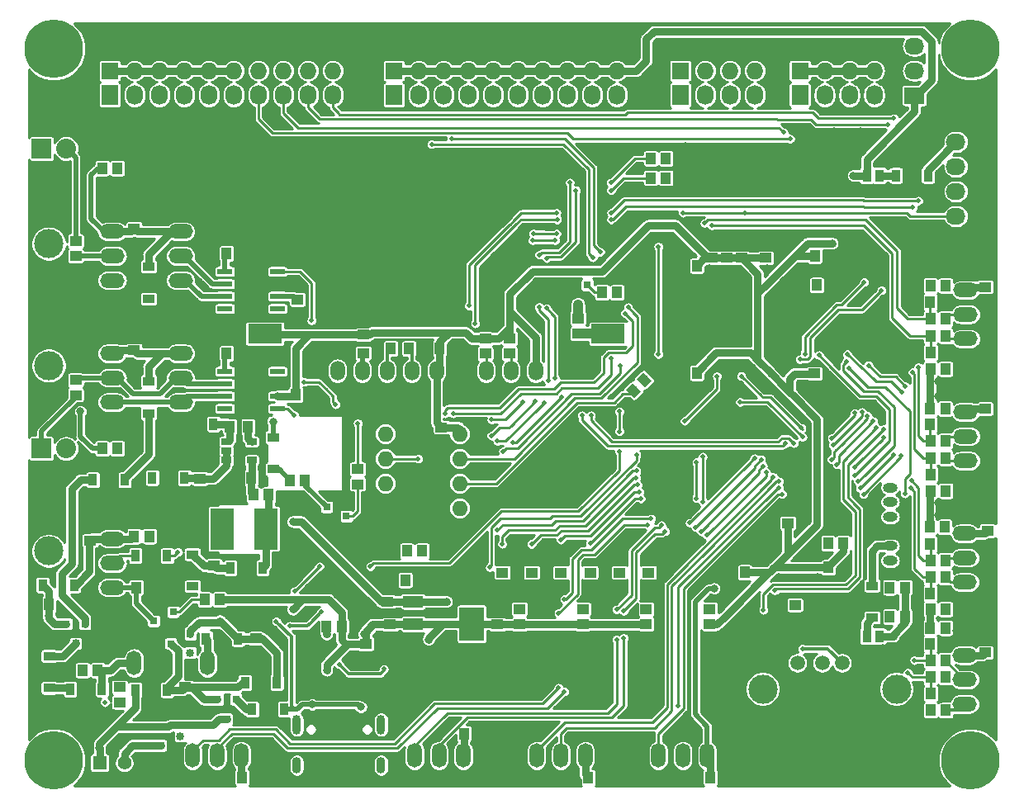
<source format=gbr>
G04 #@! TF.GenerationSoftware,KiCad,Pcbnew,(5.1.4)-1*
G04 #@! TF.CreationDate,2020-02-14T11:52:21+09:00*
G04 #@! TF.ProjectId,stm32f4_Centaurus,73746d33-3266-4345-9f43-656e74617572,rev?*
G04 #@! TF.SameCoordinates,Original*
G04 #@! TF.FileFunction,Copper,L2,Bot*
G04 #@! TF.FilePolarity,Positive*
%FSLAX46Y46*%
G04 Gerber Fmt 4.6, Leading zero omitted, Abs format (unit mm)*
G04 Created by KiCad (PCBNEW (5.1.4)-1) date 2020-02-14 11:52:21*
%MOMM*%
%LPD*%
G04 APERTURE LIST*
%ADD10R,0.800100X0.800100*%
%ADD11O,1.727200X1.727200*%
%ADD12R,1.727200X1.727200*%
%ADD13O,2.500000X1.500000*%
%ADD14C,1.501140*%
%ADD15C,2.999740*%
%ADD16O,1.500000X2.000000*%
%ADD17R,3.500000X2.000000*%
%ADD18C,3.000000*%
%ADD19R,1.550000X0.600000*%
%ADD20R,1.727200X2.032000*%
%ADD21O,1.727200X2.032000*%
%ADD22O,1.500000X2.500000*%
%ADD23R,0.910000X1.220000*%
%ADD24R,1.220000X0.910000*%
%ADD25R,1.000760X0.690880*%
%ADD26R,1.397000X1.397000*%
%ADD27C,1.397000*%
%ADD28R,2.032000X2.032000*%
%ADD29O,2.032000X2.032000*%
%ADD30R,2.400000X4.200000*%
%ADD31O,2.032000X1.727200*%
%ADD32R,2.032000X1.727200*%
%ADD33O,1.524000X1.000000*%
%ADD34R,2.000000X1.200000*%
%ADD35R,2.500000X3.500000*%
%ADD36R,1.200000X1.000000*%
%ADD37R,1.000000X1.200000*%
%ADD38R,0.965200X1.270000*%
%ADD39C,1.000000*%
%ADD40C,0.100000*%
%ADD41O,1.600000X1.600000*%
%ADD42O,0.900000X2.000000*%
%ADD43O,0.900000X1.700000*%
%ADD44C,6.000000*%
%ADD45C,0.500000*%
%ADD46C,0.800000*%
%ADD47C,0.250000*%
%ADD48C,0.800000*%
%ADD49C,0.500000*%
%ADD50C,0.350000*%
%ADD51C,1.000000*%
%ADD52C,0.254000*%
G04 APERTURE END LIST*
D10*
X86000760Y-109950000D03*
X86000760Y-108050000D03*
X84001780Y-109000000D03*
D11*
X140120000Y-61710000D03*
X140120000Y-64250000D03*
X137580000Y-61710000D03*
X137580000Y-64250000D03*
X135040000Y-61710000D03*
X135040000Y-64250000D03*
X132500000Y-61710000D03*
D12*
X132500000Y-64250000D03*
D13*
X149420000Y-109210000D03*
X149420000Y-111710000D03*
X149420000Y-114210000D03*
X149420000Y-116710000D03*
D14*
X139362860Y-124995760D03*
X136822860Y-124995760D03*
X134790860Y-124995760D03*
X132250860Y-124995760D03*
D15*
X142410860Y-127662760D03*
X128694860Y-127662760D03*
D16*
X85090000Y-95035000D03*
X87630000Y-95035000D03*
X90170000Y-95035000D03*
X92710000Y-95035000D03*
X95250000Y-95035000D03*
X97790000Y-95035000D03*
X100330000Y-95035000D03*
X102870000Y-95035000D03*
X105410000Y-95035000D03*
D17*
X77650000Y-91235000D03*
X112850000Y-91235000D03*
D13*
X62000000Y-109750000D03*
X62000000Y-112250000D03*
X62000000Y-114750000D03*
X62000000Y-117250000D03*
D18*
X55500000Y-113500000D03*
D19*
X73550000Y-84845000D03*
X73550000Y-86115000D03*
X73550000Y-87385000D03*
X73550000Y-88655000D03*
X78950000Y-88655000D03*
X78950000Y-87385000D03*
X78950000Y-86115000D03*
X78950000Y-84845000D03*
D20*
X90890000Y-66750000D03*
D21*
X93430000Y-66750000D03*
X95970000Y-66750000D03*
X98510000Y-66750000D03*
X101050000Y-66750000D03*
X103590000Y-66750000D03*
X106130000Y-66750000D03*
X108670000Y-66750000D03*
X111210000Y-66750000D03*
X113750000Y-66750000D03*
D22*
X77750000Y-134500000D03*
X75250000Y-134500000D03*
X72750000Y-134500000D03*
X70250000Y-134500000D03*
D23*
X78885000Y-127000000D03*
X75615000Y-127000000D03*
D24*
X78500000Y-105135000D03*
X78500000Y-101865000D03*
D25*
X76300480Y-102300040D03*
X76300480Y-103250000D03*
X76300480Y-104199960D03*
X73699520Y-104199960D03*
X73699520Y-103250000D03*
X73699520Y-102300040D03*
D23*
X66115000Y-106000000D03*
X69385000Y-106000000D03*
D26*
X60710000Y-135250000D03*
D27*
X63250000Y-135250000D03*
X65790000Y-135250000D03*
D23*
X58135000Y-117000000D03*
X54865000Y-117000000D03*
D24*
X65750000Y-87635000D03*
X65750000Y-84365000D03*
X65750000Y-96115000D03*
X65750000Y-99385000D03*
D23*
X145635000Y-75000000D03*
X142365000Y-75000000D03*
D24*
X55540000Y-127555000D03*
X55540000Y-124285000D03*
D23*
X60015000Y-106220000D03*
X63285000Y-106220000D03*
X60955000Y-127680000D03*
X57685000Y-127680000D03*
D24*
X70250000Y-117135000D03*
X70250000Y-113865000D03*
D23*
X74885000Y-122500000D03*
X71615000Y-122500000D03*
D22*
X66750000Y-125000000D03*
X64250000Y-125000000D03*
X71750000Y-125000000D03*
X74250000Y-125000000D03*
D23*
X67635000Y-127750000D03*
X64365000Y-127750000D03*
D24*
X139920000Y-117075000D03*
X139920000Y-120345000D03*
D28*
X54750000Y-72250000D03*
D29*
X57290000Y-72250000D03*
X57290000Y-103000000D03*
D28*
X54750000Y-103000000D03*
D30*
X77750000Y-111250000D03*
X73250000Y-111250000D03*
D31*
X148500000Y-79160000D03*
X148500000Y-76620000D03*
X148500000Y-74080000D03*
X148500000Y-71540000D03*
D32*
X148500000Y-69000000D03*
D21*
X84610000Y-66750000D03*
X82070000Y-66750000D03*
X79530000Y-66750000D03*
X76990000Y-66750000D03*
X74450000Y-66750000D03*
X71910000Y-66750000D03*
X69370000Y-66750000D03*
X66830000Y-66750000D03*
X64290000Y-66750000D03*
D20*
X61750000Y-66750000D03*
D11*
X113750000Y-61710000D03*
X113750000Y-64250000D03*
X111210000Y-61710000D03*
X111210000Y-64250000D03*
X108670000Y-61710000D03*
X108670000Y-64250000D03*
X106130000Y-61710000D03*
X106130000Y-64250000D03*
X103590000Y-61710000D03*
X103590000Y-64250000D03*
X101050000Y-61710000D03*
X101050000Y-64250000D03*
X98510000Y-61710000D03*
X98510000Y-64250000D03*
X95970000Y-61710000D03*
X95970000Y-64250000D03*
X93430000Y-61710000D03*
X93430000Y-64250000D03*
X90890000Y-61710000D03*
D12*
X90890000Y-64250000D03*
X61750000Y-64250000D03*
D11*
X61750000Y-61710000D03*
X64290000Y-64250000D03*
X64290000Y-61710000D03*
X66830000Y-64250000D03*
X66830000Y-61710000D03*
X69370000Y-64250000D03*
X69370000Y-61710000D03*
X71910000Y-64250000D03*
X71910000Y-61710000D03*
X74450000Y-64250000D03*
X74450000Y-61710000D03*
X76990000Y-64250000D03*
X76990000Y-61710000D03*
X79530000Y-64250000D03*
X79530000Y-61710000D03*
X82070000Y-64250000D03*
X82070000Y-61710000D03*
X84610000Y-64250000D03*
X84610000Y-61710000D03*
D13*
X149420000Y-129210000D03*
X149420000Y-126710000D03*
X149420000Y-124210000D03*
X149420000Y-121710000D03*
X149500000Y-96750000D03*
X149500000Y-99250000D03*
X149500000Y-101750000D03*
X149500000Y-104250000D03*
X149500000Y-91750000D03*
X149500000Y-89250000D03*
X149500000Y-86750000D03*
X149500000Y-84250000D03*
D22*
X118000000Y-134500000D03*
X120500000Y-134500000D03*
X123000000Y-134500000D03*
X125500000Y-134500000D03*
X113000000Y-134500000D03*
X110500000Y-134500000D03*
X108000000Y-134500000D03*
X105500000Y-134500000D03*
D13*
X69000000Y-78250000D03*
X69000000Y-80750000D03*
X69000000Y-83250000D03*
X69000000Y-85750000D03*
X69000000Y-98250000D03*
X69000000Y-95750000D03*
X69000000Y-93250000D03*
X69000000Y-90750000D03*
D18*
X55500000Y-82000000D03*
D13*
X62000000Y-85750000D03*
X62000000Y-83250000D03*
X62000000Y-80750000D03*
X62000000Y-78250000D03*
X62000000Y-90750000D03*
X62000000Y-93250000D03*
X62000000Y-95750000D03*
X62000000Y-98250000D03*
D18*
X55500000Y-94500000D03*
D22*
X93000000Y-134500000D03*
X95500000Y-134500000D03*
X98000000Y-134500000D03*
X100500000Y-134500000D03*
D20*
X120250000Y-66750000D03*
D21*
X122790000Y-66750000D03*
X125330000Y-66750000D03*
X127870000Y-66750000D03*
X140120000Y-66750000D03*
X137580000Y-66750000D03*
X135040000Y-66750000D03*
D20*
X132500000Y-66750000D03*
D12*
X120250000Y-64250000D03*
D11*
X120250000Y-61710000D03*
X122790000Y-64250000D03*
X122790000Y-61710000D03*
X125330000Y-64250000D03*
X125330000Y-61710000D03*
X127870000Y-64250000D03*
X127870000Y-61710000D03*
D33*
X141750000Y-114500000D03*
X141750000Y-113000000D03*
X141750000Y-111500000D03*
X141750000Y-110000000D03*
X141750000Y-108500000D03*
X141750000Y-107000000D03*
D34*
X92850000Y-121000000D03*
X92850000Y-123300000D03*
X92850000Y-118700000D03*
D35*
X98850000Y-121000000D03*
D19*
X78950000Y-95095000D03*
X78950000Y-96365000D03*
X78950000Y-97635000D03*
X78950000Y-98905000D03*
X73550000Y-98905000D03*
X73550000Y-97635000D03*
X73550000Y-96365000D03*
X73550000Y-95095000D03*
D23*
X79635000Y-129750000D03*
X76365000Y-129750000D03*
D36*
X132000000Y-120930000D03*
X132000000Y-119050000D03*
X131250000Y-108760000D03*
X131250000Y-110640000D03*
D37*
X126870000Y-115710000D03*
X124990000Y-115710000D03*
X137330000Y-115200000D03*
X135450000Y-115200000D03*
D36*
X72420000Y-115010000D03*
X72420000Y-116890000D03*
X90250000Y-118700000D03*
X90250000Y-116820000D03*
X101500000Y-122930000D03*
X101500000Y-121050000D03*
X151750000Y-109550000D03*
X151750000Y-111430000D03*
X151500000Y-97050000D03*
X151500000Y-98930000D03*
X88000000Y-124930000D03*
X88000000Y-123050000D03*
D37*
X93930000Y-116500000D03*
X92050000Y-116500000D03*
D36*
X151500000Y-86430000D03*
X151500000Y-84550000D03*
X151500000Y-122050000D03*
X151500000Y-123930000D03*
D37*
X123320000Y-136750000D03*
X125200000Y-136750000D03*
X110820000Y-136750000D03*
X112700000Y-136750000D03*
X75930000Y-100750000D03*
X74050000Y-100750000D03*
D36*
X71000000Y-107980000D03*
X71000000Y-106100000D03*
X80995000Y-87725000D03*
X80995000Y-89605000D03*
D37*
X80820000Y-97500000D03*
X82700000Y-97500000D03*
D36*
X64250000Y-78550000D03*
X64250000Y-80430000D03*
X64250000Y-92930000D03*
X64250000Y-91050000D03*
D37*
X99950000Y-132250000D03*
X98070000Y-132250000D03*
X77200000Y-136750000D03*
X75320000Y-136750000D03*
X97450000Y-92750000D03*
X95570000Y-92750000D03*
D36*
X87750000Y-93200000D03*
X87750000Y-91320000D03*
D37*
X92430000Y-92750000D03*
X90550000Y-92750000D03*
D36*
X125000000Y-83450000D03*
X125000000Y-81570000D03*
X123500000Y-83450000D03*
X123500000Y-81570000D03*
X129000000Y-81570000D03*
X129000000Y-83450000D03*
X126500000Y-83450000D03*
X126500000Y-81570000D03*
D37*
X120070000Y-84250000D03*
X121950000Y-84250000D03*
X121950000Y-95250000D03*
X120070000Y-95250000D03*
D36*
X134000000Y-97180000D03*
X134000000Y-95300000D03*
D37*
X134050000Y-83250000D03*
X135930000Y-83250000D03*
D36*
X95750000Y-100820000D03*
X95750000Y-102700000D03*
X59750000Y-112430000D03*
X59750000Y-110550000D03*
D38*
X139365000Y-75000000D03*
X140635000Y-75000000D03*
X139365000Y-122250000D03*
X140635000Y-122250000D03*
D10*
X58250000Y-122998220D03*
X59200000Y-120999240D03*
X57300000Y-120999240D03*
X70000760Y-122050000D03*
X70000760Y-123950000D03*
X68001780Y-123000000D03*
X73750000Y-130748220D03*
X74700000Y-128749240D03*
X72800000Y-128749240D03*
X66999240Y-133450000D03*
X66999240Y-131550000D03*
X68998220Y-132500000D03*
X66249240Y-120700000D03*
X66249240Y-118800000D03*
X68248220Y-119750000D03*
D37*
X135390000Y-112710000D03*
X136950000Y-112710000D03*
X143280000Y-120250000D03*
X141720000Y-120250000D03*
X143280000Y-117250000D03*
X141720000Y-117250000D03*
X147450000Y-124710000D03*
X145890000Y-124710000D03*
X147450000Y-126460000D03*
X145890000Y-126460000D03*
X145890000Y-102210000D03*
X147450000Y-102210000D03*
X147450000Y-103960000D03*
X145890000Y-103960000D03*
X145920000Y-129850000D03*
X147480000Y-129850000D03*
X147480000Y-107350000D03*
X145920000Y-107350000D03*
X145870000Y-121400000D03*
X147430000Y-121400000D03*
X145870000Y-98900000D03*
X147430000Y-98900000D03*
X83970000Y-121250000D03*
X85530000Y-121250000D03*
X147450000Y-89710000D03*
X145890000Y-89710000D03*
X147450000Y-91460000D03*
X145890000Y-91460000D03*
X147450000Y-114460000D03*
X145890000Y-114460000D03*
X145890000Y-116210000D03*
X147450000Y-116210000D03*
X92220000Y-113500000D03*
X93780000Y-113500000D03*
X145890000Y-94850000D03*
X147450000Y-94850000D03*
X145890000Y-119500000D03*
X147450000Y-119500000D03*
X145890000Y-86300000D03*
X147450000Y-86300000D03*
X147380000Y-111050000D03*
X145820000Y-111050000D03*
X135780000Y-86250000D03*
X134220000Y-86250000D03*
X53970000Y-119000000D03*
X55530000Y-119000000D03*
D36*
X76750000Y-122470000D03*
X76750000Y-124030000D03*
X69500000Y-129030000D03*
X69500000Y-127470000D03*
D37*
X60530000Y-125750000D03*
X58970000Y-125750000D03*
D36*
X62750000Y-129030000D03*
X62750000Y-127470000D03*
D37*
X78030000Y-107750000D03*
X76470000Y-107750000D03*
X74720000Y-106000000D03*
X76280000Y-106000000D03*
X75280000Y-83000000D03*
X73720000Y-83000000D03*
X75280000Y-93250000D03*
X73720000Y-93250000D03*
D36*
X58250000Y-81720000D03*
X58250000Y-83280000D03*
X58250000Y-97530000D03*
X58250000Y-95970000D03*
D37*
X113780000Y-87000000D03*
X112220000Y-87000000D03*
D36*
X109750000Y-89670000D03*
X109750000Y-91230000D03*
X110250000Y-121030000D03*
X110250000Y-119470000D03*
X102000000Y-117280000D03*
X102000000Y-115720000D03*
X100250000Y-91720000D03*
X100250000Y-93280000D03*
X87170000Y-105100000D03*
X87170000Y-106660000D03*
X102750000Y-93280000D03*
X102750000Y-91720000D03*
D37*
X81780000Y-106250000D03*
X80220000Y-106250000D03*
D36*
X103750000Y-121030000D03*
X103750000Y-119470000D03*
X116750000Y-119470000D03*
X116750000Y-121030000D03*
X123250000Y-119470000D03*
X123250000Y-121030000D03*
X105000000Y-115720000D03*
X105000000Y-117280000D03*
X108000000Y-115720000D03*
X108000000Y-117280000D03*
X114000000Y-115720000D03*
X114000000Y-117280000D03*
X111000000Y-117280000D03*
X111000000Y-115720000D03*
X117000000Y-115720000D03*
X117000000Y-117280000D03*
D37*
X118780000Y-73250000D03*
X117220000Y-73250000D03*
D39*
X116551543Y-95948457D03*
D40*
G36*
X116480832Y-95170640D02*
G01*
X117329360Y-96019168D01*
X116622254Y-96726274D01*
X115773726Y-95877746D01*
X116480832Y-95170640D01*
X116480832Y-95170640D01*
G37*
D39*
X115448457Y-97051543D03*
D40*
G36*
X115377746Y-96273726D02*
G01*
X116226274Y-97122254D01*
X115519168Y-97829360D01*
X114670640Y-96980832D01*
X115377746Y-96273726D01*
X115377746Y-96273726D01*
G37*
D37*
X117220000Y-75250000D03*
X118780000Y-75250000D03*
X64250000Y-112000000D03*
X65810000Y-112000000D03*
X60970000Y-74250000D03*
X62530000Y-74250000D03*
X62530000Y-103000000D03*
X60970000Y-103000000D03*
X73030000Y-118500000D03*
X71470000Y-118500000D03*
X64470000Y-117250000D03*
X66030000Y-117250000D03*
D23*
X69115000Y-100500000D03*
X72385000Y-100500000D03*
X77410001Y-115250000D03*
X74140001Y-115250000D03*
D10*
X110700000Y-86249240D03*
X108800000Y-86249240D03*
X109750000Y-88248220D03*
D41*
X97620000Y-101500000D03*
X97620000Y-104040000D03*
X97620000Y-106580000D03*
X97620000Y-109120000D03*
X90000000Y-109120000D03*
X90000000Y-106580000D03*
X90000000Y-104040000D03*
X90000000Y-101500000D03*
D23*
X67635000Y-114000000D03*
X64365000Y-114000000D03*
D36*
X90500000Y-121050000D03*
X90500000Y-122930000D03*
D31*
X144250000Y-61710000D03*
X144250000Y-64250000D03*
D32*
X144250000Y-66790000D03*
D37*
X147430000Y-100550000D03*
X145870000Y-100550000D03*
X145920000Y-105650000D03*
X147480000Y-105650000D03*
X147430000Y-112800000D03*
X145870000Y-112800000D03*
X145870000Y-117850000D03*
X147430000Y-117850000D03*
X147430000Y-123050000D03*
X145870000Y-123050000D03*
X145920000Y-128150000D03*
X147480000Y-128150000D03*
X147430000Y-88000000D03*
X145870000Y-88000000D03*
X145920000Y-93150000D03*
X147480000Y-93150000D03*
D42*
X80930000Y-131320000D03*
X89570000Y-131320000D03*
D43*
X80930000Y-135490000D03*
X89570000Y-135490000D03*
D44*
X56000000Y-62000000D03*
X56000000Y-135000000D03*
X150000000Y-135000000D03*
X150000000Y-62000000D03*
D45*
X132000000Y-119050000D03*
X142850000Y-95050000D03*
X114000000Y-118250000D03*
X126820000Y-73000000D03*
X126180000Y-73000000D03*
D46*
X76000000Y-125250000D03*
X77750000Y-125250000D03*
X89250000Y-124000000D03*
X121500000Y-117750000D03*
X135500000Y-96250000D03*
X130370000Y-116220000D03*
X134310000Y-116220000D03*
X107500000Y-102000000D03*
X110500000Y-102000000D03*
X113000000Y-103750000D03*
X106000000Y-131500000D03*
X109000000Y-132750000D03*
X115000000Y-130250000D03*
X117000000Y-130250000D03*
X112500000Y-129250000D03*
X108500000Y-129250000D03*
X91750000Y-131000000D03*
X65500000Y-130250000D03*
X61500000Y-130500000D03*
X62750000Y-133000000D03*
X60250000Y-137250000D03*
X63500000Y-137250000D03*
X67000000Y-137250000D03*
X146250000Y-137000000D03*
X143250000Y-137000000D03*
X139750000Y-137000000D03*
X136000000Y-137000000D03*
X131750000Y-137000000D03*
X129000000Y-135500000D03*
X136000000Y-132000000D03*
X146500000Y-132000000D03*
X152000000Y-131500000D03*
X136000000Y-129500000D03*
X130500000Y-125500000D03*
X130750000Y-133000000D03*
X117750000Y-125000000D03*
X123000000Y-125000000D03*
X115500000Y-125000000D03*
X112500000Y-125000000D03*
X109250000Y-125000000D03*
X106750000Y-125000000D03*
X112500000Y-115750000D03*
X89000000Y-99750000D03*
X87000000Y-99250000D03*
X83500000Y-90000000D03*
X86750000Y-90000000D03*
X81000000Y-86250000D03*
X83500000Y-86250000D03*
X92400000Y-65500000D03*
X94700000Y-65500000D03*
X97200000Y-65500000D03*
X99700000Y-65500000D03*
X102300000Y-65500000D03*
X104900000Y-65500000D03*
X107400000Y-65500000D03*
X109950000Y-65500000D03*
X112500000Y-65500000D03*
X115150000Y-65500000D03*
X115150000Y-67600000D03*
X112500000Y-67900000D03*
X109950000Y-67900000D03*
X107400000Y-67900000D03*
X104900000Y-67900000D03*
X102300000Y-67900000D03*
X99800000Y-67900000D03*
X97200000Y-67900000D03*
X94700000Y-67900000D03*
X92400000Y-68000000D03*
X89100000Y-67900000D03*
X89100000Y-65500000D03*
X87750000Y-64250000D03*
X120250000Y-112000000D03*
X120250000Y-114000000D03*
X118500000Y-115750000D03*
X112500000Y-118250000D03*
X100250000Y-117000000D03*
X103500000Y-117000000D03*
X106500000Y-117750000D03*
X106500000Y-116000000D03*
X109250000Y-113000000D03*
X109500000Y-108500000D03*
X103500000Y-105500000D03*
X106500000Y-113000000D03*
X103500000Y-113000000D03*
X99000000Y-114250000D03*
X97750000Y-116250000D03*
X59500000Y-133250000D03*
X58250000Y-131500000D03*
X56000000Y-131000000D03*
X54000000Y-131500000D03*
X54000000Y-128500000D03*
X54000000Y-125500000D03*
X54000000Y-122500000D03*
X54000000Y-115250000D03*
X54000000Y-111500000D03*
X54000000Y-108000000D03*
X54000000Y-104750000D03*
X54000000Y-100500000D03*
X54000000Y-96750000D03*
X54000000Y-92250000D03*
X54000000Y-88750000D03*
X54000000Y-84750000D03*
X54000000Y-79750000D03*
X54000000Y-75250000D03*
X54000000Y-69500000D03*
X54000000Y-65500000D03*
X56500000Y-66000000D03*
X58750000Y-65500000D03*
X59750000Y-63500000D03*
X59500000Y-60250000D03*
X146500000Y-59750000D03*
X150250000Y-65750000D03*
X152000000Y-65500000D03*
X152000000Y-67750000D03*
X150250000Y-70500000D03*
X150250000Y-73000000D03*
X150250000Y-75250000D03*
X150250000Y-78000000D03*
X150250000Y-80500000D03*
X150000000Y-93500000D03*
X150250000Y-106000000D03*
X150250000Y-118750000D03*
X105750000Y-73250000D03*
X101000000Y-73250000D03*
X107750000Y-77750000D03*
X115000000Y-76500000D03*
X113250000Y-73250000D03*
X114750000Y-80750000D03*
X106000000Y-78000000D03*
X105000000Y-75000000D03*
X102750000Y-79000000D03*
X84750000Y-79000000D03*
X75750000Y-69250000D03*
X86000000Y-65500000D03*
X90500000Y-71500000D03*
X95000000Y-73250000D03*
X82000000Y-69250000D03*
X78500000Y-69250000D03*
X73250000Y-69250000D03*
X70750000Y-69250000D03*
X68250000Y-69250000D03*
X65500000Y-69250000D03*
X63000000Y-69250000D03*
X60250000Y-68500000D03*
X73750000Y-73750000D03*
X98250000Y-90000000D03*
X83000000Y-83000000D03*
X78000000Y-72250000D03*
X82000000Y-71500000D03*
X94750000Y-75250000D03*
X92750000Y-79000000D03*
X103500000Y-84750000D03*
X105000000Y-86500000D03*
X104250000Y-89000000D03*
X107500000Y-86000000D03*
X107500000Y-88500000D03*
X113750000Y-88750000D03*
X112250000Y-81500000D03*
X107500000Y-75000000D03*
X120750000Y-72000000D03*
X121500000Y-74750000D03*
X123000000Y-72750000D03*
X118500000Y-67750000D03*
X118500000Y-65500000D03*
X129250000Y-65500000D03*
X129250000Y-67750000D03*
X131000000Y-67750000D03*
X131000000Y-65500000D03*
X142250000Y-65500000D03*
X142250000Y-67750000D03*
X147000000Y-65750000D03*
X143000000Y-71750000D03*
X146750000Y-71750000D03*
X147000000Y-75250000D03*
X146750000Y-78000000D03*
X146750000Y-80500000D03*
X135000000Y-76750000D03*
X138250000Y-73750000D03*
X135000000Y-72750000D03*
X138750000Y-70500000D03*
X136000000Y-70500000D03*
X136250000Y-68000000D03*
X139000000Y-68000000D03*
X136250000Y-65500000D03*
X138750000Y-65500000D03*
X134000000Y-65500000D03*
X92750000Y-90000000D03*
X83750000Y-111250000D03*
X92750000Y-111250000D03*
X97000000Y-111250000D03*
X99000000Y-107500000D03*
X100000000Y-105750000D03*
X100000000Y-103250000D03*
X100000000Y-101000000D03*
X94500000Y-101250000D03*
X88250000Y-104000000D03*
X91750000Y-106250000D03*
X82250000Y-99250000D03*
X81750000Y-113250000D03*
X82750000Y-117500000D03*
X71250000Y-111250000D03*
X63250000Y-104500000D03*
X60750000Y-113500000D03*
X60750000Y-116000000D03*
X60250000Y-97000000D03*
X60250000Y-94750000D03*
X67500000Y-94500000D03*
X70500000Y-94500000D03*
X67500000Y-99750000D03*
X70500000Y-99750000D03*
X63750000Y-99750000D03*
X63500000Y-94500000D03*
X63500000Y-84500000D03*
X63500000Y-87000000D03*
X60250000Y-87000000D03*
X67250000Y-87000000D03*
X67250000Y-84500000D03*
X72000000Y-84500000D03*
X63500000Y-82000000D03*
X60250000Y-82000000D03*
X60250000Y-92000000D03*
X67500000Y-92000000D03*
X70500000Y-92000000D03*
X62750000Y-72750000D03*
X56250000Y-73750000D03*
X56250000Y-70500000D03*
X59250000Y-73750000D03*
X58750000Y-104750000D03*
X77000000Y-83250000D03*
X67250000Y-73750000D03*
X132500000Y-84500000D03*
X129250000Y-87500000D03*
X129250000Y-93000000D03*
X130750000Y-95000000D03*
X127000000Y-92000000D03*
X122000000Y-93500000D03*
X119250000Y-81250000D03*
X120250000Y-82250000D03*
X126500000Y-85250000D03*
X129150000Y-84550000D03*
X124250000Y-92000000D03*
X103500000Y-81250000D03*
X100500000Y-81000000D03*
X95500000Y-81000000D03*
X98000000Y-83500000D03*
X100500000Y-84750000D03*
X92750000Y-83000000D03*
X97750000Y-87750000D03*
X89000000Y-59750000D03*
X87250000Y-61750000D03*
X97500000Y-128250000D03*
X105750000Y-128250000D03*
X72000000Y-104750000D03*
X146750000Y-82750000D03*
X150250000Y-82750000D03*
X146750000Y-85000000D03*
X150000000Y-95000000D03*
X150250000Y-107750000D03*
X150250000Y-120250000D03*
X95500000Y-105250000D03*
X93000000Y-103000000D03*
X107500000Y-105500000D03*
X110500000Y-105500000D03*
X117500000Y-100500000D03*
X115250000Y-101500000D03*
X73750000Y-80250000D03*
X81250000Y-75500000D03*
X70500000Y-76250000D03*
X67250000Y-76250000D03*
X57250000Y-84750000D03*
X57250000Y-88750000D03*
X57250000Y-92250000D03*
X68250000Y-88000000D03*
X70000000Y-88000000D03*
X70000000Y-89250000D03*
X68250000Y-89250000D03*
X60500000Y-101250000D03*
X66750000Y-104500000D03*
X63750000Y-108500000D03*
X56500000Y-108000000D03*
X56500000Y-111250000D03*
X60750000Y-122500000D03*
X60750000Y-119250000D03*
X63500000Y-119250000D03*
X66500000Y-122500000D03*
X75750000Y-121000000D03*
X78500000Y-129000000D03*
X102250000Y-135500000D03*
X102250000Y-133500000D03*
X103750000Y-133500000D03*
X103750000Y-135500000D03*
X114000000Y-135500000D03*
X114000000Y-133500000D03*
X115750000Y-133500000D03*
X115750000Y-135500000D03*
X127000000Y-135500000D03*
X127000000Y-130250000D03*
X127000000Y-125500000D03*
X127000000Y-122500000D03*
X130500000Y-122500000D03*
X127000000Y-112250000D03*
X130000000Y-110750000D03*
X132750000Y-114000000D03*
X136500000Y-109000000D03*
X135500000Y-118250000D03*
X136500000Y-121750000D03*
X138250000Y-120000000D03*
X129750000Y-119250000D03*
X136000000Y-126500000D03*
X139750000Y-126500000D03*
X143000000Y-123500000D03*
X141000000Y-123500000D03*
X144500000Y-127250000D03*
X148750000Y-106000000D03*
X148750000Y-93500000D03*
X144000000Y-85000000D03*
X144000000Y-88750000D03*
X143500000Y-75250000D03*
X144500000Y-69750000D03*
X118500000Y-62750000D03*
X115250000Y-62750000D03*
X86000000Y-67900000D03*
X98250000Y-73250000D03*
X108500000Y-73250000D03*
X112250000Y-77750000D03*
X79500000Y-93500000D03*
X77000000Y-93500000D03*
X72000000Y-102000000D03*
X67500000Y-102000000D03*
X71250000Y-109000000D03*
X68500000Y-115500000D03*
X68500000Y-117500000D03*
X74250000Y-117000000D03*
X81750000Y-115500000D03*
X101500000Y-128250000D03*
X101500000Y-125000000D03*
X97500000Y-125000000D03*
X123000000Y-130250000D03*
X77000000Y-95750000D03*
X77000000Y-98250000D03*
X75250000Y-98250000D03*
X75250000Y-95750000D03*
X83500000Y-92500000D03*
X83500000Y-95000000D03*
X86250000Y-92500000D03*
X89250000Y-92500000D03*
X94000000Y-92500000D03*
X98750000Y-93000000D03*
X123250000Y-84500000D03*
X134000000Y-89250000D03*
X131500000Y-93000000D03*
X124500000Y-94250000D03*
X127000000Y-94250000D03*
X136500000Y-100000000D03*
X86250000Y-101500000D03*
X88250000Y-101500000D03*
X88250000Y-108000000D03*
X81250000Y-108000000D03*
X74500000Y-108000000D03*
X148750000Y-95000000D03*
X148750000Y-107750000D03*
X148750000Y-120250000D03*
X148750000Y-118750000D03*
X68500000Y-112500000D03*
X56250000Y-101250000D03*
X72250000Y-91000000D03*
X75000000Y-91000000D03*
X78750000Y-79000000D03*
D45*
X146650000Y-120450000D03*
D46*
X146650000Y-108600000D03*
X146700000Y-97650000D03*
X146700000Y-96150000D03*
X146650000Y-109800000D03*
X121750000Y-132000000D03*
X119500000Y-132000000D03*
X82500000Y-135000000D03*
X88000000Y-135000000D03*
X87000000Y-132500000D03*
X83500000Y-132500000D03*
X82500000Y-137250000D03*
X88000000Y-137250000D03*
X91250000Y-137250000D03*
X91250000Y-135000000D03*
X98500000Y-137250000D03*
X68750000Y-137250000D03*
X68750000Y-135000000D03*
X70500000Y-130250000D03*
X141250000Y-132250000D03*
X151500000Y-123930000D03*
X151750000Y-111430000D03*
X151500000Y-98930000D03*
X151500000Y-86430000D03*
X123720000Y-117360000D03*
X80530000Y-110500000D03*
X68998220Y-132500000D03*
X145920000Y-129850000D03*
X145870000Y-121400000D03*
X145870000Y-98900000D03*
X145890000Y-94850000D03*
X145890000Y-86300000D03*
X145820000Y-111050000D03*
X145890000Y-119500000D03*
X145920000Y-107350000D03*
X110820000Y-136750000D03*
X98070000Y-132250000D03*
X96290000Y-118700000D03*
X123320000Y-136750000D03*
D45*
X126890000Y-78830000D03*
X120510000Y-78830000D03*
X118000000Y-82300000D03*
X118000000Y-93335000D03*
X103050000Y-102370000D03*
X108040914Y-97685913D03*
X92040000Y-116600000D03*
D46*
X73250000Y-111250000D03*
X74050000Y-100750000D03*
X58250000Y-122998220D03*
X66115000Y-106000000D03*
D45*
X78820000Y-120740000D03*
D46*
X82500000Y-129250000D03*
X87500000Y-129500000D03*
D45*
X117250000Y-110210000D03*
X108360000Y-118460000D03*
X108350000Y-127940000D03*
X116860000Y-110840000D03*
X107770000Y-119890000D03*
X107770000Y-127540000D03*
X132770000Y-123550000D03*
X135390000Y-112710000D03*
X100720000Y-115200000D03*
X115743413Y-103623413D03*
X120700000Y-100170000D03*
X124000000Y-95580000D03*
X115738449Y-105298378D03*
X101460000Y-111370000D03*
X142096587Y-103633413D03*
X120000000Y-129400000D03*
X137358414Y-93325000D03*
X142915000Y-97203782D03*
X130340490Y-107073498D03*
X138680000Y-107060000D03*
X142850000Y-103720000D03*
X143270000Y-96587650D03*
X139550000Y-94470000D03*
X130690000Y-107680000D03*
X139020000Y-107680000D03*
X134220000Y-86250000D03*
D46*
X78500000Y-105135000D03*
D45*
X92040000Y-113600000D03*
X147430000Y-121400000D03*
X147450000Y-124710000D03*
X147450000Y-126460000D03*
X147480000Y-129850000D03*
X147480000Y-107350000D03*
X147450000Y-103960000D03*
X147450000Y-102210000D03*
X147430000Y-98900000D03*
X147450000Y-91460000D03*
X147450000Y-94850000D03*
X147450000Y-89710000D03*
X147450000Y-86300000D03*
X147450000Y-114460000D03*
X147380000Y-111050000D03*
X147450000Y-119500000D03*
X147450000Y-116210000D03*
X133010000Y-93290000D03*
X139090000Y-85950000D03*
X132504999Y-93865001D03*
X140870000Y-86770000D03*
X144240000Y-124710000D03*
X143270000Y-107620000D03*
X143570000Y-126000000D03*
X137545000Y-94750000D03*
X144670000Y-94640000D03*
X144070000Y-95180000D03*
D46*
X84000000Y-122050000D03*
D45*
X143930000Y-106280000D03*
X126500000Y-95570000D03*
X132661587Y-100898413D03*
X143880000Y-107070000D03*
X132770000Y-101820000D03*
X126380000Y-98235000D03*
X122730000Y-79890000D03*
X123490000Y-80140000D03*
X89860000Y-125620000D03*
X85270000Y-125150000D03*
X83470000Y-119770000D03*
X80190000Y-121200000D03*
X100250000Y-93280000D03*
X99210000Y-90170000D03*
X144085000Y-78250000D03*
X113150000Y-79530003D03*
X107610000Y-79530000D03*
X142140000Y-69140000D03*
X102750000Y-93280000D03*
X98580000Y-88370000D03*
X144660000Y-77590000D03*
X113160000Y-78830000D03*
X107550000Y-78830000D03*
X107560000Y-80950000D03*
X105181587Y-80928413D03*
X96790000Y-71215000D03*
X112035023Y-82835000D03*
X94750000Y-71790000D03*
X111270000Y-83410000D03*
X107410000Y-81660000D03*
X105100000Y-81660000D03*
X87180000Y-100410000D03*
X141550000Y-69750000D03*
X78950000Y-88655000D03*
X131020000Y-102500000D03*
X110170000Y-99599037D03*
X82440000Y-89890000D03*
X131886587Y-102446587D03*
X111090000Y-99599037D03*
X81690000Y-96180000D03*
X78950000Y-95095000D03*
X84900000Y-98475000D03*
X80640000Y-99570000D03*
X105000000Y-112800000D03*
X115870000Y-106720000D03*
X131500000Y-71240000D03*
X130840000Y-70580000D03*
X121800000Y-111070000D03*
X139430000Y-99670000D03*
X128534724Y-104120488D03*
X135760000Y-104120000D03*
X110250000Y-119470000D03*
X101990000Y-112790000D03*
X115730000Y-106000000D03*
X108000000Y-112360000D03*
X116040000Y-107450000D03*
X111000000Y-112730000D03*
X116190000Y-108140000D03*
X122380000Y-111510000D03*
X140014999Y-100190000D03*
X128707053Y-104798947D03*
X136300000Y-104640000D03*
X116750000Y-119470000D03*
X122980000Y-111890000D03*
X141095000Y-101910000D03*
X141095000Y-101910000D03*
X129030000Y-105420000D03*
X138131177Y-104935650D03*
X123250000Y-119470000D03*
X118780000Y-73250000D03*
X118780000Y-75250000D03*
X113780000Y-87000000D03*
X114900000Y-88520000D03*
X114591551Y-89148380D03*
X96145913Y-99405913D03*
X96960000Y-99405000D03*
X113140000Y-93780000D03*
X114108413Y-94498413D03*
X102074999Y-103300000D03*
X93780000Y-113500000D03*
X68740000Y-113620000D03*
X101500000Y-102240001D03*
X106290000Y-98290000D03*
X116550000Y-95810000D03*
X71470000Y-118500000D03*
X80700000Y-117650000D03*
X83260000Y-115090000D03*
X114000000Y-103324999D03*
X114000000Y-99195000D03*
X88460000Y-115090000D03*
X114000000Y-101245020D03*
X122540000Y-108460000D03*
X118690000Y-111490000D03*
X114440000Y-119670000D03*
X114440000Y-122420000D03*
X122542277Y-103840000D03*
X121910000Y-108110000D03*
X121907996Y-104415000D03*
X118310000Y-110870000D03*
X113710000Y-119520000D03*
X113710000Y-122590000D03*
X140340000Y-100900000D03*
X128761587Y-119561587D03*
X141070000Y-101000000D03*
X129936587Y-117566587D03*
X113128413Y-75718413D03*
X108911587Y-75718413D03*
X105780000Y-83130000D03*
X105770000Y-88480000D03*
X106703413Y-96003413D03*
X100900000Y-100040000D03*
X93370000Y-104040000D03*
X104090000Y-98260000D03*
X113140000Y-76520000D03*
X109550000Y-76520000D03*
X106540000Y-83490000D03*
X106540000Y-88620000D03*
X100880000Y-101690000D03*
X105360000Y-98160000D03*
X107400000Y-95780000D03*
X101988703Y-115630000D03*
X105000000Y-115630000D03*
X108000000Y-115630000D03*
X114000000Y-115630000D03*
X111000000Y-115630000D03*
X117000000Y-115630000D03*
X138120000Y-99370000D03*
X135788413Y-101928413D03*
X121220000Y-110630000D03*
X135900000Y-102630000D03*
X138855000Y-99255741D03*
X127843981Y-103997843D03*
X103750000Y-119470000D03*
D46*
X74140001Y-115250000D03*
X58740000Y-99190000D03*
X65750000Y-87635000D03*
X65750000Y-99385000D03*
X65810000Y-112000000D03*
X62530000Y-74250000D03*
X62620000Y-103000000D03*
D45*
X137307569Y-94063350D03*
X130360000Y-106370000D03*
X138490000Y-106370000D03*
X134470000Y-93430000D03*
X129764719Y-105910210D03*
X138100000Y-105770000D03*
D46*
X55540000Y-127555000D03*
X55500000Y-120180000D03*
X70250000Y-117135000D03*
X70000760Y-123950000D03*
X62750000Y-127470000D03*
D45*
X59000000Y-125750000D03*
D46*
X62750000Y-129030000D03*
D45*
X61250000Y-129030000D03*
D46*
X60700000Y-133741500D03*
D45*
X141630000Y-120250000D03*
X141630000Y-117250000D03*
D46*
X135490000Y-115210000D03*
X140635000Y-122250000D03*
D45*
X132000000Y-83250000D03*
X134070000Y-83250000D03*
X129000000Y-83430000D03*
X123500000Y-83430000D03*
X121930000Y-95250000D03*
X134000000Y-95320000D03*
D46*
X123250000Y-121030000D03*
X116750000Y-121030000D03*
X126850000Y-115710000D03*
D45*
X121930000Y-84250000D03*
X126500000Y-83430000D03*
X124210000Y-83430000D03*
D46*
X80995000Y-87725000D03*
X87750000Y-91320000D03*
D45*
X131250000Y-110640000D03*
D46*
X78950000Y-97635000D03*
X78500000Y-100250000D03*
X80530000Y-119500000D03*
X94440740Y-122594980D03*
X135830000Y-81950000D03*
X138000000Y-75000000D03*
X84000000Y-125750000D03*
X87810000Y-122050000D03*
D47*
X149420000Y-124210000D02*
X148490000Y-124210000D01*
X148490000Y-124210000D02*
X148275001Y-124424999D01*
D48*
X151220000Y-124210000D02*
X151500000Y-123930000D01*
X149420000Y-124210000D02*
X151220000Y-124210000D01*
X151470000Y-111710000D02*
X151750000Y-111430000D01*
X149420000Y-111710000D02*
X151470000Y-111710000D01*
X149820000Y-98930000D02*
X149500000Y-99250000D01*
X151500000Y-98930000D02*
X149820000Y-98930000D01*
X149820000Y-86430000D02*
X149500000Y-86750000D01*
X151500000Y-86430000D02*
X149820000Y-86430000D01*
D49*
X123154315Y-117360000D02*
X121765010Y-118749305D01*
X123720000Y-117360000D02*
X123154315Y-117360000D01*
D48*
X92850000Y-118700000D02*
X90250000Y-118700000D01*
X80540000Y-110510000D02*
X80530000Y-110500000D01*
X81390000Y-110510000D02*
X80540000Y-110510000D01*
X90250000Y-118700000D02*
X89580000Y-118700000D01*
X89580000Y-118700000D02*
X81390000Y-110510000D01*
X74450000Y-64250000D02*
X71910000Y-64250000D01*
X71910000Y-64250000D02*
X69370000Y-64250000D01*
X69370000Y-64250000D02*
X66830000Y-64250000D01*
X66830000Y-64250000D02*
X64290000Y-64250000D01*
X64290000Y-64250000D02*
X61750000Y-64250000D01*
X145870000Y-94870000D02*
X145890000Y-94850000D01*
X145870000Y-98900000D02*
X145870000Y-94870000D01*
X145870000Y-119520000D02*
X145890000Y-119500000D01*
X145870000Y-121400000D02*
X145870000Y-119520000D01*
X145820000Y-107450000D02*
X145920000Y-107350000D01*
X145820000Y-111050000D02*
X145820000Y-107450000D01*
X110500000Y-136430000D02*
X110820000Y-136750000D01*
X110500000Y-134500000D02*
X110500000Y-136430000D01*
D49*
X121765010Y-118749305D02*
X121765010Y-129734990D01*
X123000000Y-131508002D02*
X123000000Y-134500000D01*
X121765010Y-129734990D02*
X121765010Y-130273012D01*
X121765010Y-130273012D02*
X123000000Y-131508002D01*
D48*
X98070000Y-134430000D02*
X98000000Y-134500000D01*
X98070000Y-132250000D02*
X98070000Y-134430000D01*
X92850000Y-118700000D02*
X96290000Y-118700000D01*
X75250000Y-136680000D02*
X75320000Y-136750000D01*
X75250000Y-134500000D02*
X75250000Y-136680000D01*
X123320000Y-134820000D02*
X123000000Y-134500000D01*
X123320000Y-136750000D02*
X123320000Y-134820000D01*
D47*
X148500000Y-79160000D02*
X143790000Y-79160000D01*
X126890000Y-78830000D02*
X135560000Y-78830000D01*
X143460000Y-78830000D02*
X143670000Y-79040000D01*
X138710000Y-78830000D02*
X143460000Y-78830000D01*
X143790000Y-79160000D02*
X143670000Y-79040000D01*
X126890000Y-78830000D02*
X121230000Y-78830000D01*
X121230000Y-78830000D02*
X120510000Y-78830000D01*
X118000000Y-82670000D02*
X118000000Y-82300000D01*
X118000000Y-82670000D02*
X118000000Y-92620000D01*
X118000000Y-93230000D02*
X118000000Y-93335000D01*
X118000000Y-92620000D02*
X118000000Y-93230000D01*
X108070001Y-97715000D02*
X108040914Y-97685913D01*
X108070001Y-97749999D02*
X108070001Y-97715000D01*
X103450000Y-102370000D02*
X108070001Y-97749999D01*
X103050000Y-102370000D02*
X103450000Y-102370000D01*
X135560000Y-78830000D02*
X138710000Y-78830000D01*
D48*
X73800000Y-100500000D02*
X74050000Y-100750000D01*
X72385000Y-100500000D02*
X73800000Y-100500000D01*
X74050000Y-102150000D02*
X73950010Y-102249990D01*
X74050000Y-100750000D02*
X74050000Y-102150000D01*
X75930000Y-101929560D02*
X76300480Y-102300040D01*
X75930000Y-100750000D02*
X75930000Y-101929560D01*
X56963220Y-124285000D02*
X58250000Y-122998220D01*
X55540000Y-124285000D02*
X56963220Y-124285000D01*
D49*
X81000000Y-129750000D02*
X79635000Y-129750000D01*
X82500000Y-129250000D02*
X81500000Y-129250000D01*
X81500000Y-129250000D02*
X81000000Y-129750000D01*
D50*
X80400000Y-123230000D02*
X80400000Y-122320000D01*
X80400000Y-122320000D02*
X78820000Y-120740000D01*
X80400000Y-128780000D02*
X80400000Y-123230000D01*
X80400000Y-128780000D02*
X80400000Y-128900000D01*
X81000000Y-129750000D02*
X80750000Y-129750000D01*
X80400000Y-129400000D02*
X80400000Y-128780000D01*
X80750000Y-129750000D02*
X80400000Y-129400000D01*
D49*
X82500000Y-129250000D02*
X87250000Y-129250000D01*
X87250000Y-129250000D02*
X87500000Y-129500000D01*
D48*
X78030000Y-110970000D02*
X77750000Y-111250000D01*
X78030000Y-107750000D02*
X78030000Y-110970000D01*
X77750000Y-114910001D02*
X77410001Y-115250000D01*
X77750000Y-111250000D02*
X77750000Y-114910001D01*
D47*
X73250000Y-134500000D02*
X73250000Y-134180000D01*
X108505002Y-118460000D02*
X108360000Y-118460000D01*
X117250000Y-110210000D02*
X114360000Y-110210000D01*
X114360000Y-110210000D02*
X111150000Y-113420000D01*
X111150000Y-113420000D02*
X110070000Y-113420000D01*
X110070000Y-113420000D02*
X109190000Y-114300000D01*
X109190000Y-114300000D02*
X109190000Y-117775002D01*
X109190000Y-117775002D02*
X108505002Y-118460000D01*
X106990000Y-129300000D02*
X108350000Y-127940000D01*
X106660000Y-129630000D02*
X106990000Y-129300000D01*
X95370000Y-129630000D02*
X106660000Y-129630000D01*
X72750000Y-134500000D02*
X72750000Y-133750000D01*
X74250000Y-132250000D02*
X78500000Y-132250000D01*
X78500000Y-132250000D02*
X80000000Y-133750000D01*
X72750000Y-133750000D02*
X74250000Y-132250000D01*
X80000000Y-133750000D02*
X91250000Y-133750000D01*
X91250000Y-133750000D02*
X95370000Y-129630000D01*
X70750000Y-134500000D02*
X70750000Y-134000000D01*
X114510009Y-110840000D02*
X111480000Y-113870009D01*
X116860000Y-110840000D02*
X114510009Y-110840000D01*
X109740000Y-117920000D02*
X107770000Y-119890000D01*
X109740000Y-114390000D02*
X109740000Y-117920000D01*
X110259991Y-113870009D02*
X109740000Y-114390000D01*
X111480000Y-113870009D02*
X110259991Y-113870009D01*
X106150000Y-129160000D02*
X106490000Y-128820000D01*
X95060000Y-129160000D02*
X106150000Y-129160000D01*
X90970000Y-133250000D02*
X95060000Y-129160000D01*
X80250000Y-133250000D02*
X90970000Y-133250000D01*
X70250000Y-134000000D02*
X71325010Y-132924990D01*
X70250000Y-134500000D02*
X70250000Y-134000000D01*
X71325010Y-132924990D02*
X72938600Y-132924990D01*
X72938600Y-132924990D02*
X74063600Y-131799990D01*
X74063600Y-131799990D02*
X78799990Y-131799990D01*
X106490000Y-128820000D02*
X107770000Y-127540000D01*
X78799990Y-131799990D02*
X80250000Y-133250000D01*
D50*
X135377100Y-123550000D02*
X136822860Y-124995760D01*
X132770000Y-123550000D02*
X135377100Y-123550000D01*
D47*
X124000000Y-96870000D02*
X120700000Y-100170000D01*
X124000000Y-95580000D02*
X124000000Y-96870000D01*
X115743413Y-104236587D02*
X115743413Y-103623413D01*
X110040000Y-109940000D02*
X115743413Y-104236587D01*
X107140000Y-109940000D02*
X110040000Y-109940000D01*
X100720000Y-115150000D02*
X100884999Y-114985001D01*
X100720000Y-115200000D02*
X100720000Y-115150000D01*
X100884999Y-114985001D02*
X100884999Y-111093999D01*
X100884999Y-111093999D02*
X101818998Y-110160000D01*
X101818998Y-110160000D02*
X106920000Y-110160000D01*
X106920000Y-110160000D02*
X107140000Y-109940000D01*
X115384896Y-105298378D02*
X110243274Y-110440000D01*
X115738449Y-105298378D02*
X115384896Y-105298378D01*
X107450000Y-110440000D02*
X107240000Y-110650000D01*
X110243274Y-110440000D02*
X107450000Y-110440000D01*
X107080000Y-110810000D02*
X107240000Y-110650000D01*
X102020000Y-110810000D02*
X102050000Y-110810000D01*
X101460000Y-111370000D02*
X102020000Y-110810000D01*
X102050000Y-110810000D02*
X107080000Y-110810000D01*
X141510000Y-96140000D02*
X141710000Y-96140000D01*
X141710000Y-96140000D02*
X141880000Y-96140000D01*
X142096587Y-103663413D02*
X142096587Y-103633413D01*
X139230000Y-106530000D02*
X142096587Y-103663413D01*
X140690000Y-96140000D02*
X141510000Y-96140000D01*
X140270000Y-96050000D02*
X140360000Y-96140000D01*
X140360000Y-96140000D02*
X140690000Y-96140000D01*
X140070000Y-95850000D02*
X140270000Y-96050000D01*
X137435001Y-93248413D02*
X137358414Y-93325000D01*
X137358414Y-93325000D02*
X140070000Y-95850000D01*
X141851218Y-96140000D02*
X141710000Y-96140000D01*
X142915000Y-97203782D02*
X141851218Y-96140000D01*
X138700000Y-107060000D02*
X139230000Y-106530000D01*
X138680000Y-107060000D02*
X138700000Y-107060000D01*
X130313988Y-107100000D02*
X130340490Y-107073498D01*
X130140000Y-107100000D02*
X130313988Y-107100000D01*
X120000000Y-129400000D02*
X120000000Y-117240000D01*
X120000000Y-117240000D02*
X130140000Y-107100000D01*
X141670000Y-95640000D02*
X142060000Y-95640000D01*
X142259293Y-95640000D02*
X141150000Y-95640000D01*
X140720000Y-95640000D02*
X141150000Y-95640000D01*
X141150000Y-95640000D02*
X141670000Y-95640000D01*
X142320000Y-95640000D02*
X142259293Y-95640000D01*
X142322350Y-95640000D02*
X142259293Y-95640000D01*
X143270000Y-96587650D02*
X142322350Y-95640000D01*
X139550000Y-94470000D02*
X140720000Y-95640000D01*
X142850000Y-103850000D02*
X142850000Y-103720000D01*
X139020000Y-107680000D02*
X142850000Y-103850000D01*
X130240000Y-107680000D02*
X130690000Y-107680000D01*
X120580000Y-117340000D02*
X130240000Y-107680000D01*
X120580000Y-129671002D02*
X120580000Y-117340000D01*
X118000000Y-132251002D02*
X120580000Y-129671002D01*
X118000000Y-134500000D02*
X118000000Y-132251002D01*
D49*
X87630000Y-93320000D02*
X87750000Y-93200000D01*
X87630000Y-95035000D02*
X87630000Y-93320000D01*
D50*
X92710000Y-93030000D02*
X92430000Y-92750000D01*
X92710000Y-95035000D02*
X92710000Y-93030000D01*
X90170000Y-93130000D02*
X90550000Y-92750000D01*
X90170000Y-95035000D02*
X90170000Y-93130000D01*
D49*
X79105000Y-105135000D02*
X80220000Y-106250000D01*
X78500000Y-105135000D02*
X79105000Y-105135000D01*
X69400000Y-83250000D02*
X69000000Y-83250000D01*
X71590000Y-85440000D02*
X69400000Y-83250000D01*
X71600000Y-85440000D02*
X71590000Y-85440000D01*
X73550000Y-86115000D02*
X72275000Y-86115000D01*
X72275000Y-86115000D02*
X71600000Y-85440000D01*
X58280000Y-83250000D02*
X58250000Y-83280000D01*
X62000000Y-83250000D02*
X58280000Y-83250000D01*
X69615000Y-96365000D02*
X69000000Y-95750000D01*
X73550000Y-96365000D02*
X69615000Y-96365000D01*
X58470000Y-95750000D02*
X58250000Y-95970000D01*
X62000000Y-95750000D02*
X58470000Y-95750000D01*
X62500000Y-95750000D02*
X64100000Y-97350000D01*
X62000000Y-95750000D02*
X62500000Y-95750000D01*
X68500000Y-95750000D02*
X69000000Y-95750000D01*
X66900000Y-97350000D02*
X68500000Y-95750000D01*
X64100000Y-97350000D02*
X66900000Y-97350000D01*
D47*
X149140000Y-126710000D02*
X149420000Y-126710000D01*
X147280000Y-124750000D02*
X147280000Y-124850000D01*
X147450000Y-124810000D02*
X147450000Y-124710000D01*
X149350000Y-126710000D02*
X147450000Y-124810000D01*
X149420000Y-126710000D02*
X149350000Y-126710000D01*
X148990000Y-129210000D02*
X149420000Y-129210000D01*
D50*
X148780000Y-129850000D02*
X149420000Y-129210000D01*
X147480000Y-129850000D02*
X148780000Y-129850000D01*
D47*
X147740000Y-104250000D02*
X147450000Y-103960000D01*
X149500000Y-104250000D02*
X147740000Y-104250000D01*
X147910000Y-101750000D02*
X147450000Y-102210000D01*
X149500000Y-101750000D02*
X147910000Y-101750000D01*
X147740000Y-91750000D02*
X147450000Y-91460000D01*
X149500000Y-91750000D02*
X147740000Y-91750000D01*
X147910000Y-89250000D02*
X147450000Y-89710000D01*
X149500000Y-89250000D02*
X147910000Y-89250000D01*
X147700000Y-114210000D02*
X147450000Y-114460000D01*
X149420000Y-114210000D02*
X147700000Y-114210000D01*
X147950000Y-116710000D02*
X147450000Y-116210000D01*
X149420000Y-116710000D02*
X147950000Y-116710000D01*
D49*
X69500000Y-85750000D02*
X69000000Y-85750000D01*
X71135000Y-87385000D02*
X69500000Y-85750000D01*
X73550000Y-87385000D02*
X71135000Y-87385000D01*
X69615000Y-97635000D02*
X69000000Y-98250000D01*
X73550000Y-97635000D02*
X69615000Y-97635000D01*
X69000000Y-98250000D02*
X62000000Y-98250000D01*
D47*
X148500000Y-74330000D02*
X148347600Y-74330000D01*
X133010000Y-93290000D02*
X133010000Y-91550000D01*
X133010000Y-91550000D02*
X136290000Y-88270000D01*
X136290000Y-88270000D02*
X136770000Y-88270000D01*
X136770000Y-88270000D02*
X139090000Y-85950000D01*
X132504999Y-93865001D02*
X133286001Y-93865001D01*
X133286001Y-93865001D02*
X133585001Y-93566001D01*
X133585001Y-93566001D02*
X133585001Y-91644999D01*
X133585001Y-91644999D02*
X136450000Y-88780000D01*
X136450000Y-88780000D02*
X137880000Y-88780000D01*
X137880000Y-88780000D02*
X138860000Y-88780000D01*
X138860000Y-88780000D02*
X140870000Y-86770000D01*
X86650810Y-109950000D02*
X86000760Y-109950000D01*
X87170000Y-109430810D02*
X86650810Y-109950000D01*
X87170000Y-106660000D02*
X87170000Y-109430810D01*
X112219240Y-86999240D02*
X112220000Y-87000000D01*
X111450760Y-87000000D02*
X110700000Y-86249240D01*
X112220000Y-87000000D02*
X111450760Y-87000000D01*
X145120000Y-124710000D02*
X144240000Y-124710000D01*
X145120000Y-124710000D02*
X144750000Y-124710000D01*
X145890000Y-124710000D02*
X145120000Y-124710000D01*
X145890000Y-123070000D02*
X145870000Y-123050000D01*
X145890000Y-124710000D02*
X145890000Y-123070000D01*
X145890000Y-126460000D02*
X144160000Y-126460000D01*
X144160000Y-126460000D02*
X144030000Y-126460000D01*
X144030000Y-126460000D02*
X143570000Y-126000000D01*
X143770000Y-105588998D02*
X143270000Y-106088998D01*
X137794999Y-94999999D02*
X137809999Y-94999999D01*
X137545000Y-94750000D02*
X137794999Y-94999999D01*
X143270000Y-106088998D02*
X143270000Y-107620000D01*
X137809999Y-94999999D02*
X139490000Y-96680000D01*
X139490000Y-96680000D02*
X141250000Y-96680000D01*
X141250000Y-96680000D02*
X143770000Y-99200000D01*
X143770000Y-99200000D02*
X143770000Y-105588998D01*
X145890000Y-128120000D02*
X145920000Y-128150000D01*
X145890000Y-126460000D02*
X145890000Y-128120000D01*
X145890000Y-102210000D02*
X145140000Y-102210000D01*
X145140000Y-102210000D02*
X144670020Y-101740020D01*
X144670020Y-101740020D02*
X144670020Y-95920000D01*
X144670020Y-95920000D02*
X144670020Y-94640020D01*
X144670020Y-94640020D02*
X144670000Y-94640000D01*
X145870000Y-102190000D02*
X145890000Y-102210000D01*
X145870000Y-100550000D02*
X145870000Y-102190000D01*
X145140000Y-103960000D02*
X144470010Y-103290010D01*
X145890000Y-103960000D02*
X145140000Y-103960000D01*
X144470010Y-103290010D02*
X144240000Y-103060000D01*
X144240000Y-103060000D02*
X144220010Y-103040010D01*
X144220010Y-103040010D02*
X144220010Y-95720010D01*
X144220010Y-95720010D02*
X144220010Y-95330010D01*
X144220010Y-95330010D02*
X144070000Y-95180000D01*
X145890000Y-105620000D02*
X145920000Y-105650000D01*
X145890000Y-103960000D02*
X145890000Y-105620000D01*
D48*
X83970000Y-121250000D02*
X83970000Y-122020000D01*
X83970000Y-122020000D02*
X84000000Y-122050000D01*
D47*
X145890000Y-114460000D02*
X145140000Y-114460000D01*
X145140000Y-114460000D02*
X144690010Y-114010010D01*
X144690010Y-107040010D02*
X144490000Y-106840000D01*
X144690010Y-114010010D02*
X144690010Y-107040010D01*
X144490000Y-106840000D02*
X143930000Y-106280000D01*
X128520000Y-97590000D02*
X126500000Y-95570000D01*
X128680000Y-97750000D02*
X128520000Y-97590000D01*
X129510000Y-97750000D02*
X128680000Y-97750000D01*
X132776587Y-101013413D02*
X132663174Y-100900000D01*
X132663174Y-100900000D02*
X132660000Y-100900000D01*
X132660000Y-100900000D02*
X132661587Y-100898413D01*
X132661587Y-100898413D02*
X129510000Y-97750000D01*
X145890000Y-112820000D02*
X145870000Y-112800000D01*
X145890000Y-114460000D02*
X145890000Y-112820000D01*
X145140000Y-116210000D02*
X144420000Y-115490000D01*
X145890000Y-116210000D02*
X145140000Y-116210000D01*
X144240000Y-107430000D02*
X144130000Y-107320000D01*
X144240000Y-115310000D02*
X144240000Y-107430000D01*
X144420000Y-115490000D02*
X144240000Y-115310000D01*
X144130000Y-107320000D02*
X143880000Y-107070000D01*
X129185000Y-98235000D02*
X132770000Y-101820000D01*
X126380000Y-98235000D02*
X129185000Y-98235000D01*
X145890000Y-117830000D02*
X145870000Y-117850000D01*
X145890000Y-116210000D02*
X145890000Y-117830000D01*
X143570000Y-89710000D02*
X145890000Y-89710000D01*
X142480000Y-88620000D02*
X143570000Y-89710000D01*
X142480000Y-82740000D02*
X142480000Y-88620000D01*
X139260000Y-79520000D02*
X142480000Y-82740000D01*
X122730000Y-79890000D02*
X123100000Y-79520000D01*
X139100000Y-79520000D02*
X139260000Y-79520000D01*
X123100000Y-79520000D02*
X135240000Y-79520000D01*
X135240000Y-79520000D02*
X139100000Y-79520000D01*
X145870000Y-89690000D02*
X145890000Y-89710000D01*
X145870000Y-88000000D02*
X145870000Y-89690000D01*
X143790000Y-91460000D02*
X145890000Y-91460000D01*
X141930000Y-89600000D02*
X143790000Y-91460000D01*
X141930000Y-83010000D02*
X141930000Y-89600000D01*
X139060000Y-80140000D02*
X141930000Y-83010000D01*
X138770000Y-80140000D02*
X139060000Y-80140000D01*
X123490000Y-80140000D02*
X134680000Y-80140000D01*
X134680000Y-80140000D02*
X138702708Y-80140000D01*
X145920000Y-91490000D02*
X145890000Y-91460000D01*
X145920000Y-93150000D02*
X145920000Y-91490000D01*
D50*
X89860000Y-125620000D02*
X89860000Y-125760000D01*
X89860000Y-125760000D02*
X89490000Y-126130000D01*
X89490000Y-126130000D02*
X86250000Y-126130000D01*
X86250000Y-126130000D02*
X85270000Y-125150000D01*
X82320000Y-120910000D02*
X83460000Y-119770000D01*
X80190000Y-121200000D02*
X82030000Y-121200000D01*
X82030000Y-121200000D02*
X82320000Y-120910000D01*
X83460000Y-119770000D02*
X83470000Y-119770000D01*
D48*
X76300480Y-105979520D02*
X76280000Y-106000000D01*
X76300480Y-104199960D02*
X76300480Y-105979520D01*
X76280000Y-107560000D02*
X76470000Y-107750000D01*
X76280000Y-106000000D02*
X76280000Y-107560000D01*
D49*
X73550000Y-83170000D02*
X73720000Y-83000000D01*
X73550000Y-84845000D02*
X73550000Y-83170000D01*
X73550000Y-93420000D02*
X73720000Y-93250000D01*
X73550000Y-95095000D02*
X73550000Y-93420000D01*
D47*
X142950000Y-78255000D02*
X139235000Y-78255000D01*
X139235000Y-78255000D02*
X139230000Y-78250000D01*
X139235000Y-78255000D02*
X139082062Y-78255000D01*
X139082062Y-78255000D02*
X139039413Y-78212351D01*
X135220000Y-78200000D02*
X118650000Y-78200000D01*
X118650000Y-78200000D02*
X115580000Y-78200000D01*
X103450000Y-79980000D02*
X99210000Y-84220000D01*
X100330000Y-93360000D02*
X100250000Y-93280000D01*
X100330000Y-95035000D02*
X100330000Y-93360000D01*
X99210000Y-89140000D02*
X99210000Y-90170000D01*
X99210000Y-89140000D02*
X99210000Y-89650000D01*
X99210000Y-84220000D02*
X99210000Y-89140000D01*
X103900000Y-79530000D02*
X103450000Y-79980000D01*
X142955000Y-78250000D02*
X142950000Y-78255000D01*
X144085000Y-78250000D02*
X142955000Y-78250000D01*
X114641002Y-78200000D02*
X115580000Y-78200000D01*
X113310999Y-79530003D02*
X114641002Y-78200000D01*
X113150000Y-79530003D02*
X113310999Y-79530003D01*
X107610000Y-79530000D02*
X103900000Y-79530000D01*
X139027062Y-78200000D02*
X139039413Y-78212351D01*
X135220000Y-78200000D02*
X139027062Y-78200000D01*
X130730000Y-68520000D02*
X116250000Y-68520000D01*
X84610000Y-68040000D02*
X84610000Y-66750000D01*
X85090000Y-68520000D02*
X84610000Y-68040000D01*
X85090000Y-68520000D02*
X85310000Y-68740000D01*
X85310000Y-68740000D02*
X85320000Y-68750000D01*
X85310000Y-68740000D02*
X103760000Y-68740000D01*
X114810000Y-68520000D02*
X116250000Y-68520000D01*
X114590000Y-68740000D02*
X114810000Y-68520000D01*
X113470000Y-68740000D02*
X114590000Y-68740000D01*
X109960000Y-68740000D02*
X113470000Y-68740000D01*
X106570000Y-68740000D02*
X109960000Y-68740000D01*
X104470000Y-68740000D02*
X106570000Y-68740000D01*
X103760000Y-68740000D02*
X104470000Y-68740000D01*
X133675000Y-68520000D02*
X133790000Y-68520000D01*
X133790000Y-68520000D02*
X134410000Y-69140000D01*
X134410000Y-69140000D02*
X142140000Y-69140000D01*
X130730000Y-68520000D02*
X133675000Y-68520000D01*
X143176447Y-77590000D02*
X139090000Y-77590000D01*
X139090000Y-77590000D02*
X138990000Y-77490000D01*
X102870000Y-93400000D02*
X102750000Y-93280000D01*
X102870000Y-95035000D02*
X102870000Y-93400000D01*
X102783590Y-80010000D02*
X102780000Y-80010000D01*
X102780000Y-80010000D02*
X98580000Y-84210000D01*
X98580000Y-84210000D02*
X98580000Y-88240000D01*
X98580000Y-88240000D02*
X98580000Y-88370000D01*
X135610000Y-77490000D02*
X115280000Y-77490000D01*
X103413590Y-79380000D02*
X103190000Y-79603590D01*
X103190000Y-79603590D02*
X102783590Y-80010000D01*
X103963590Y-78830000D02*
X103413590Y-79380000D01*
X143176447Y-77590000D02*
X144660000Y-77590000D01*
X114500000Y-77490000D02*
X113160000Y-78830000D01*
X115280000Y-77490000D02*
X114500000Y-77490000D01*
X107550000Y-78830000D02*
X103963590Y-78830000D01*
X135610000Y-77490000D02*
X138990000Y-77490000D01*
X107560000Y-80950000D02*
X107206447Y-80950000D01*
X105160000Y-80950000D02*
X105181587Y-80928413D01*
X107206447Y-80950000D02*
X105181587Y-80928413D01*
X96790000Y-71270000D02*
X96790000Y-71215000D01*
X108400202Y-71260202D02*
X108230000Y-71260202D01*
X111350000Y-74210000D02*
X108400202Y-71260202D01*
X108230000Y-71260202D02*
X96790000Y-71215000D01*
X111785024Y-82585001D02*
X111785001Y-82585001D01*
X111785001Y-82585001D02*
X111350000Y-82150000D01*
X112035023Y-82835000D02*
X111785024Y-82585001D01*
X111350000Y-82150000D02*
X111350000Y-74210000D01*
X110860000Y-74380000D02*
X108270000Y-71790000D01*
X108270000Y-71790000D02*
X94750000Y-71790000D01*
X110860000Y-83000000D02*
X111270000Y-83410000D01*
X110860000Y-82140000D02*
X110860000Y-83000000D01*
X110860000Y-82140000D02*
X110860000Y-74380000D01*
X106160000Y-81660000D02*
X105460000Y-81660000D01*
X107410000Y-81660000D02*
X106160000Y-81660000D01*
X105910000Y-81660000D02*
X105460000Y-81660000D01*
X105100000Y-81660000D02*
X105460000Y-81660000D01*
X87180000Y-104550000D02*
X87180000Y-105000000D01*
X87180000Y-104550000D02*
X87180000Y-100410000D01*
X134165000Y-69750000D02*
X133675000Y-69260000D01*
X134340000Y-69750000D02*
X134165000Y-69750000D01*
X141396447Y-69750000D02*
X134340000Y-69750000D01*
X130166447Y-69260000D02*
X130520000Y-69260000D01*
X130131448Y-69225001D02*
X130166447Y-69260000D01*
X83279001Y-69225001D02*
X130131448Y-69225001D01*
X82070000Y-68016000D02*
X83279001Y-69225001D01*
X82070000Y-66750000D02*
X82070000Y-68016000D01*
X141550000Y-69750000D02*
X141396447Y-69750000D01*
X130520000Y-69260000D02*
X133675000Y-69260000D01*
X112798754Y-102749999D02*
X112450000Y-102401245D01*
X130770001Y-102749999D02*
X112798754Y-102749999D01*
X131020000Y-102500000D02*
X130770001Y-102749999D01*
X110168755Y-99953835D02*
X110168755Y-100120000D01*
X110170000Y-99952590D02*
X110168755Y-99953835D01*
X110170000Y-99599037D02*
X110170000Y-99952590D01*
X110168755Y-100120000D02*
X112450000Y-102401245D01*
X82440000Y-89536447D02*
X82440000Y-89890000D01*
X82440000Y-86020000D02*
X82440000Y-89536447D01*
X78950000Y-84845000D02*
X81265000Y-84845000D01*
X81265000Y-84845000D02*
X82440000Y-86020000D01*
X130650000Y-101924999D02*
X131354999Y-101924999D01*
X131354999Y-101924999D02*
X131626588Y-102196588D01*
X131626588Y-102196588D02*
X131636588Y-102196588D01*
X131636588Y-102196588D02*
X131886587Y-102446587D01*
X111090000Y-100130000D02*
X113250000Y-102290000D01*
X113250000Y-102290000D02*
X130284999Y-102290000D01*
X130284999Y-102290000D02*
X130650000Y-101924999D01*
X111090000Y-100130000D02*
X111090000Y-99599037D01*
X83210000Y-96180000D02*
X83950000Y-96920000D01*
X81690000Y-96180000D02*
X83210000Y-96180000D01*
X84650001Y-97620001D02*
X83950000Y-96920000D01*
X84650001Y-98225001D02*
X84650001Y-97620001D01*
X84900000Y-98475000D02*
X84650001Y-98225001D01*
X78950000Y-98905000D02*
X79975000Y-98905000D01*
X79975000Y-98905000D02*
X80640000Y-99570000D01*
X105249999Y-112550001D02*
X105000000Y-112800000D01*
X105940000Y-111860000D02*
X105249999Y-112550001D01*
X107600000Y-111860000D02*
X105940000Y-111860000D01*
X110816447Y-111420000D02*
X108040000Y-111420000D01*
X115516447Y-106720000D02*
X110816447Y-111420000D01*
X115870000Y-106720000D02*
X115516447Y-106720000D01*
X108040000Y-111420000D02*
X107600000Y-111860000D01*
X76990000Y-69190000D02*
X76990000Y-66750000D01*
X78439999Y-70639999D02*
X76990000Y-69190000D01*
X108690000Y-70639999D02*
X78439999Y-70639999D01*
X109290001Y-71240000D02*
X108690000Y-70639999D01*
X131500000Y-71240000D02*
X109290001Y-71240000D01*
X130370000Y-70110000D02*
X130840000Y-70580000D01*
X81050000Y-70110000D02*
X130370000Y-70110000D01*
X79530000Y-66750000D02*
X79530000Y-68590000D01*
X79530000Y-68590000D02*
X81050000Y-70110000D01*
X121800000Y-111070000D02*
X127870000Y-105000000D01*
X136199999Y-103180001D02*
X136780000Y-102600000D01*
X136780000Y-102600000D02*
X139430000Y-99950000D01*
X139430000Y-99950000D02*
X139430000Y-99670000D01*
X128534510Y-104120488D02*
X128534724Y-104120488D01*
X127870000Y-105000000D02*
X127870000Y-104784998D01*
X127870000Y-104784998D02*
X128534510Y-104120488D01*
X136009999Y-103370001D02*
X136199999Y-103180001D01*
X136009999Y-103870001D02*
X136009999Y-103370001D01*
X135760000Y-104120000D02*
X136009999Y-103870001D01*
X115460000Y-106000000D02*
X115730000Y-106000000D01*
X101990000Y-112030000D02*
X102630000Y-111390000D01*
X101990000Y-112790000D02*
X101990000Y-112030000D01*
X102630000Y-111390000D02*
X107400000Y-111390000D01*
X107400000Y-111390000D02*
X107890000Y-110900000D01*
X107890000Y-110900000D02*
X110560000Y-110900000D01*
X110560000Y-110900000D02*
X115460000Y-106000000D01*
X116040000Y-107450000D02*
X115550000Y-107450000D01*
X115550000Y-107450000D02*
X111020000Y-111980000D01*
X108380000Y-111980000D02*
X108000000Y-112360000D01*
X111020000Y-111980000D02*
X108380000Y-111980000D01*
X115590000Y-108140000D02*
X111000000Y-112730000D01*
X116190000Y-108140000D02*
X115590000Y-108140000D01*
X122380000Y-111510000D02*
X128350000Y-105540000D01*
X128350000Y-105540000D02*
X128350000Y-105156000D01*
X128350000Y-105156000D02*
X128707053Y-104798947D01*
X140014999Y-100205001D02*
X140014999Y-100190000D01*
X136300000Y-104640000D02*
X136300000Y-104630000D01*
X136499990Y-103720010D02*
X136760000Y-103460000D01*
X136499990Y-104430010D02*
X136499990Y-103720010D01*
X136300000Y-104630000D02*
X136499990Y-104430010D01*
X136760000Y-103460000D02*
X140014999Y-100205001D01*
X122980000Y-111890000D02*
X129030000Y-105840000D01*
X138739999Y-104260001D02*
X138749999Y-104260001D01*
X138490000Y-104510000D02*
X138739999Y-104260001D01*
X138749999Y-104260001D02*
X140890000Y-102120000D01*
X140890000Y-102120000D02*
X140890000Y-102115000D01*
X140890000Y-102115000D02*
X141095000Y-101910000D01*
X129030000Y-105840000D02*
X129030000Y-105420000D01*
X138131177Y-104868823D02*
X138490000Y-104510000D01*
X138131177Y-104935650D02*
X138131177Y-104868823D01*
X115460000Y-89080000D02*
X114900000Y-88520000D01*
X115870000Y-89490000D02*
X115460000Y-89080000D01*
X115870000Y-94136410D02*
X115870000Y-89490000D01*
X112156410Y-97850000D02*
X115870000Y-94136410D01*
X109400000Y-97850000D02*
X112156410Y-97850000D01*
X103210000Y-104040000D02*
X109400000Y-97850000D01*
X97620000Y-104040000D02*
X103210000Y-104040000D01*
X114841550Y-89398379D02*
X114591551Y-89148380D01*
X114841550Y-89401550D02*
X114841550Y-89398379D01*
X115380000Y-89940000D02*
X114841550Y-89401550D01*
X112410000Y-95240000D02*
X112410000Y-93658998D01*
X111410000Y-96240000D02*
X112410000Y-95240000D01*
X107970000Y-96240000D02*
X111410000Y-96240000D01*
X112410000Y-93658998D02*
X112898998Y-93170000D01*
X96145913Y-99405913D02*
X96145913Y-99052360D01*
X115380000Y-92500000D02*
X115380000Y-89940000D01*
X96388273Y-98810000D02*
X101740000Y-98810000D01*
X96145913Y-99052360D02*
X96388273Y-98810000D01*
X101740000Y-98810000D02*
X103670000Y-96880000D01*
X112898998Y-93170000D02*
X114710000Y-93170000D01*
X103670000Y-96880000D02*
X107330000Y-96880000D01*
X114710000Y-93170000D02*
X115380000Y-92500000D01*
X107330000Y-96880000D02*
X107970000Y-96240000D01*
X113140000Y-95420000D02*
X113140000Y-93780000D01*
X96960000Y-99405000D02*
X101845000Y-99405000D01*
X103890000Y-97360000D02*
X107530000Y-97360000D01*
X107530000Y-97360000D02*
X108090000Y-96800000D01*
X108090000Y-96800000D02*
X111760000Y-96800000D01*
X101845000Y-99405000D02*
X103890000Y-97360000D01*
X111760000Y-96800000D02*
X113140000Y-95420000D01*
X109110000Y-97430000D02*
X109170000Y-97370000D01*
X111190000Y-97370000D02*
X111236826Y-97370000D01*
X109170000Y-97370000D02*
X111190000Y-97370000D01*
X111236826Y-97370000D02*
X112000000Y-97370000D01*
X114108413Y-95261587D02*
X114108413Y-94498413D01*
X113720000Y-95650000D02*
X114108413Y-95261587D01*
X112000000Y-97370000D02*
X113720000Y-95650000D01*
X102074999Y-103300000D02*
X102424999Y-102950000D01*
X103590000Y-102950000D02*
X103830000Y-102710000D01*
X102424999Y-102950000D02*
X103590000Y-102950000D01*
X103830000Y-102710000D02*
X109110000Y-97430000D01*
X67635000Y-114000000D02*
X68360000Y-114000000D01*
X68360000Y-114000000D02*
X68740000Y-113620000D01*
X101500000Y-102240001D02*
X102339999Y-102240001D01*
X102339999Y-102240001D02*
X105670000Y-98910000D01*
X105670000Y-98910000D02*
X106130000Y-98450000D01*
X106130000Y-98450000D02*
X106290000Y-98290000D01*
X70148270Y-118500000D02*
X71470000Y-118500000D01*
X68248220Y-119750000D02*
X68898270Y-119750000D01*
X68898270Y-119750000D02*
X70148270Y-118500000D01*
X80700000Y-117650000D02*
X80949999Y-117400001D01*
X80949999Y-117400001D02*
X80949999Y-117390001D01*
X114000000Y-99195000D02*
X114000000Y-99548553D01*
X80949999Y-117400001D02*
X81520000Y-116830000D01*
X114000000Y-99548553D02*
X114000000Y-101245020D01*
X81520000Y-116830000D02*
X83260000Y-115090000D01*
X88810000Y-114740000D02*
X88460000Y-115090000D01*
X96580000Y-114740000D02*
X88810000Y-114740000D01*
X101880000Y-109440000D02*
X96580000Y-114740000D01*
X109800000Y-109440000D02*
X101880000Y-109440000D01*
X114000000Y-103324999D02*
X114000000Y-105240000D01*
X114000000Y-105240000D02*
X109800000Y-109440000D01*
X122540000Y-105820000D02*
X122540000Y-104390000D01*
X122540000Y-105820000D02*
X122540000Y-108460000D01*
X122540000Y-105030000D02*
X122540000Y-105820000D01*
X118440001Y-111739999D02*
X117670001Y-111739999D01*
X118690000Y-111490000D02*
X118440001Y-111739999D01*
X117670001Y-111739999D02*
X115730000Y-113680000D01*
X115730000Y-113680000D02*
X115730000Y-118380000D01*
X115730000Y-118380000D02*
X114440000Y-119670000D01*
X95000000Y-134000000D02*
X98410000Y-130590000D01*
X95000000Y-134500000D02*
X95000000Y-134000000D01*
X98410000Y-130590000D02*
X113230000Y-130590000D01*
X114440000Y-129380000D02*
X114440000Y-122420000D01*
X113230000Y-130590000D02*
X114440000Y-129380000D01*
X122540000Y-104390000D02*
X122540000Y-103842277D01*
X122540000Y-103842277D02*
X122542277Y-103840000D01*
X121907996Y-104729046D02*
X121907996Y-108107996D01*
X121907996Y-108107996D02*
X121910000Y-108110000D01*
X121907996Y-104330000D02*
X121907996Y-104415000D01*
X121907996Y-104415000D02*
X121907996Y-104729046D01*
X118060001Y-111119999D02*
X117610001Y-111119999D01*
X118310000Y-110870000D02*
X118060001Y-111119999D01*
X117610001Y-111119999D02*
X115250000Y-113480000D01*
X113738998Y-119520000D02*
X113710000Y-119520000D01*
X115250000Y-113480000D02*
X115250000Y-118008998D01*
X115250000Y-118008998D02*
X113738998Y-119520000D01*
X92500000Y-134000000D02*
X96370000Y-130130000D01*
X92500000Y-134500000D02*
X92500000Y-134000000D01*
X96370000Y-130130000D02*
X112780000Y-130130000D01*
X113710000Y-129200000D02*
X113710000Y-122590000D01*
X112780000Y-130130000D02*
X113710000Y-129200000D01*
X138195001Y-115994999D02*
X138195001Y-109485001D01*
X137230000Y-116960000D02*
X138195001Y-115994999D01*
X129730000Y-116960000D02*
X137230000Y-116960000D01*
X137450000Y-108740000D02*
X136950000Y-108240000D01*
X138195001Y-109485001D02*
X137450000Y-108740000D01*
X136950000Y-108240000D02*
X136950000Y-104290000D01*
X136950000Y-104290000D02*
X140340000Y-100900000D01*
X128761587Y-117928413D02*
X128860000Y-117830000D01*
X128761587Y-119561587D02*
X128761587Y-117928413D01*
X128860000Y-117830000D02*
X129730000Y-116960000D01*
X138645011Y-115610000D02*
X138645011Y-109900000D01*
X138645010Y-116181400D02*
X138645011Y-115610000D01*
X137416400Y-117410010D02*
X138645010Y-116181400D01*
X130759990Y-117410010D02*
X137416400Y-117410010D01*
X138645011Y-109900000D02*
X138645011Y-109215011D01*
X138645011Y-109215011D02*
X138160000Y-108730000D01*
X137430000Y-108000000D02*
X137430000Y-104650000D01*
X138160000Y-108730000D02*
X137430000Y-108000000D01*
X137430000Y-104650000D02*
X141070000Y-101010000D01*
X141070000Y-101010000D02*
X141070000Y-101000000D01*
X130759990Y-117410010D02*
X130093164Y-117410010D01*
X130093164Y-117410010D02*
X129936587Y-117566587D01*
X117220000Y-73250000D02*
X115596826Y-73250000D01*
X115596826Y-73250000D02*
X113128413Y-75718413D01*
X108911587Y-76071966D02*
X108910000Y-76073553D01*
X108911587Y-75718413D02*
X108911587Y-76071966D01*
X108910000Y-76073553D02*
X108910000Y-81800000D01*
X108910000Y-81800000D02*
X107830000Y-82880000D01*
X107830000Y-82880000D02*
X106330000Y-82880000D01*
X106330000Y-82880000D02*
X106030000Y-82880000D01*
X106030000Y-82880000D02*
X105780000Y-83130000D01*
X105770000Y-88833553D02*
X105770000Y-88480000D01*
X106703413Y-89766966D02*
X105770000Y-88833553D01*
X106703413Y-96003413D02*
X106703413Y-89766966D01*
X102494991Y-99855009D02*
X102310000Y-100040000D01*
X102310000Y-100040000D02*
X100900000Y-100040000D01*
X93370000Y-104040000D02*
X90000000Y-104040000D01*
X104090000Y-98260000D02*
X102494991Y-99855009D01*
X115125000Y-97375000D02*
X115448457Y-97051543D01*
X114375000Y-97375000D02*
X115125000Y-97375000D01*
X97620000Y-106580000D02*
X101390000Y-106580000D01*
X101390000Y-106580000D02*
X109660000Y-98310000D01*
X109660000Y-98310000D02*
X109690000Y-98310000D01*
X109690000Y-98310000D02*
X109699990Y-98300010D01*
X109699990Y-98300010D02*
X113449990Y-98300010D01*
X113449990Y-98300010D02*
X114375000Y-97375000D01*
X117220000Y-75250000D02*
X116470000Y-75250000D01*
X116470000Y-75250000D02*
X114410000Y-75250000D01*
X114410000Y-75250000D02*
X113140000Y-76520000D01*
X106680000Y-83350000D02*
X106540000Y-83490000D01*
X108010000Y-83350000D02*
X106680000Y-83350000D01*
X109550000Y-81810000D02*
X108010000Y-83350000D01*
X109550000Y-76520000D02*
X109550000Y-81810000D01*
X107400000Y-89480000D02*
X107160000Y-89240000D01*
X107400000Y-95780000D02*
X107400000Y-89480000D01*
X106540000Y-88620000D02*
X107160000Y-89240000D01*
X107160000Y-89240000D02*
X107270000Y-89350000D01*
X100880000Y-101690000D02*
X101740000Y-100830000D01*
X102690000Y-100830000D02*
X102870000Y-100650000D01*
X101740000Y-100830000D02*
X102690000Y-100830000D01*
X102870000Y-100650000D02*
X105360000Y-98160000D01*
D49*
X58250000Y-97530000D02*
X58250000Y-97740000D01*
X54750000Y-101240000D02*
X54750000Y-103000000D01*
X58250000Y-97740000D02*
X54750000Y-101240000D01*
D47*
X62750000Y-114000000D02*
X62000000Y-114750000D01*
X64365000Y-114000000D02*
X62750000Y-114000000D01*
D49*
X58250000Y-73210000D02*
X57290000Y-72250000D01*
X58250000Y-81720000D02*
X58250000Y-73210000D01*
D47*
X138120000Y-99596826D02*
X138120000Y-99370000D01*
X135788413Y-101928413D02*
X138120000Y-99596826D01*
X121220000Y-110630000D02*
X121469999Y-110380001D01*
X121469999Y-110380001D02*
X127380000Y-104470000D01*
X135900000Y-102630000D02*
X136149999Y-102380001D01*
X136149999Y-102380001D02*
X137600000Y-100930000D01*
X137600000Y-100930000D02*
X138855000Y-99675000D01*
X138855000Y-99675000D02*
X138855000Y-99255741D01*
X127380000Y-104470000D02*
X127660000Y-104190000D01*
X127660000Y-104190000D02*
X127843981Y-104006019D01*
X127843981Y-104006019D02*
X127843981Y-103997843D01*
D48*
X73699520Y-104199960D02*
X73699520Y-103250000D01*
X70900000Y-106000000D02*
X71000000Y-106100000D01*
X69385000Y-106000000D02*
X70900000Y-106000000D01*
X73699520Y-104770000D02*
X73699520Y-104199960D01*
X72369520Y-106100000D02*
X73699520Y-104770000D01*
X71500000Y-106100000D02*
X72369520Y-106100000D01*
X71400000Y-106000000D02*
X71500000Y-106100000D01*
X72660000Y-115250000D02*
X72420000Y-115010000D01*
X74140001Y-115250000D02*
X72660000Y-115250000D01*
X71395000Y-115010000D02*
X70250000Y-113865000D01*
X72420000Y-115010000D02*
X71395000Y-115010000D01*
X64570000Y-80750000D02*
X64250000Y-80430000D01*
X69000000Y-80750000D02*
X64570000Y-80750000D01*
X63930000Y-80750000D02*
X64250000Y-80430000D01*
X62000000Y-80750000D02*
X63930000Y-80750000D01*
D49*
X59800000Y-74990000D02*
X60540000Y-74250000D01*
X59800000Y-79400000D02*
X59800000Y-74990000D01*
X61150000Y-80750000D02*
X59800000Y-79400000D01*
D48*
X68110000Y-80750000D02*
X69000000Y-80750000D01*
X65750000Y-84365000D02*
X65750000Y-83110000D01*
X65750000Y-83110000D02*
X68110000Y-80750000D01*
D49*
X59970000Y-103000000D02*
X60970000Y-103000000D01*
X58740000Y-101770000D02*
X59970000Y-103000000D01*
X58740000Y-99190000D02*
X58740000Y-101770000D01*
D48*
X64570000Y-93250000D02*
X64250000Y-92930000D01*
X62320000Y-92930000D02*
X62000000Y-93250000D01*
X64250000Y-92930000D02*
X62320000Y-92930000D01*
X69000000Y-93250000D02*
X68865000Y-93250000D01*
X69000000Y-93250000D02*
X68365000Y-93250000D01*
X67110000Y-93250000D02*
X67580000Y-93250000D01*
X65750000Y-94610000D02*
X67110000Y-93250000D01*
X65750000Y-95865000D02*
X65750000Y-94610000D01*
X69000000Y-93250000D02*
X67580000Y-93250000D01*
X67580000Y-93250000D02*
X64570000Y-93250000D01*
X59930000Y-112250000D02*
X59750000Y-112430000D01*
X62000000Y-112250000D02*
X59930000Y-112250000D01*
X59750000Y-112430000D02*
X59720000Y-112430000D01*
X59720000Y-112430000D02*
X59635000Y-112515000D01*
X58135000Y-117000000D02*
X58260000Y-117000000D01*
X59635000Y-115625000D02*
X59635000Y-115260000D01*
X58260000Y-117000000D02*
X59635000Y-115625000D01*
X59635000Y-112515000D02*
X59635000Y-115260000D01*
X64000000Y-112250000D02*
X64250000Y-112000000D01*
X62000000Y-112250000D02*
X64000000Y-112250000D01*
X63285000Y-106065000D02*
X63285000Y-106220000D01*
X65750000Y-99385000D02*
X65750000Y-103600000D01*
X65750000Y-103600000D02*
X63285000Y-106065000D01*
X145635000Y-74405000D02*
X145635000Y-75000000D01*
X148500000Y-71540000D02*
X145635000Y-74405000D01*
D47*
X114890000Y-131650000D02*
X115330000Y-131650000D01*
X139120000Y-105740000D02*
X142170000Y-102690000D01*
X142170000Y-102690000D02*
X142170000Y-100900000D01*
X142170000Y-100900000D02*
X142170000Y-100100000D01*
X138490000Y-106370000D02*
X139120000Y-105740000D01*
X140520010Y-97130010D02*
X142170000Y-98780000D01*
X136950000Y-94420919D02*
X136950000Y-95030000D01*
X137307569Y-94063350D02*
X136950000Y-94420919D01*
X142170000Y-98780000D02*
X142170000Y-100900000D01*
X136950000Y-95030000D02*
X137300000Y-95380000D01*
X137300000Y-95380000D02*
X137300000Y-95390000D01*
X137300000Y-95390000D02*
X139040010Y-97130010D01*
X139040010Y-97130010D02*
X140520010Y-97130010D01*
X130110000Y-106370000D02*
X130360000Y-106370000D01*
X117640000Y-131650000D02*
X119370010Y-129919990D01*
X114890000Y-131650000D02*
X117640000Y-131650000D01*
X119370010Y-129919990D02*
X119370010Y-117119990D01*
X119370010Y-117119990D02*
X122790000Y-113700000D01*
X122790000Y-113700000D02*
X122790000Y-113690000D01*
X122790000Y-113690000D02*
X130110000Y-106370000D01*
X113620000Y-131650000D02*
X114890000Y-131650000D01*
X108000000Y-132250000D02*
X108600000Y-131650000D01*
X108000000Y-134500000D02*
X108000000Y-132250000D01*
X108600000Y-131650000D02*
X113620000Y-131650000D01*
X138110000Y-105770000D02*
X138100000Y-105770000D01*
X141670000Y-102210000D02*
X138110000Y-105770000D01*
X135780000Y-94740000D02*
X135780000Y-94750000D01*
X135780000Y-94750000D02*
X138640000Y-97610000D01*
X138640000Y-97610000D02*
X140310000Y-97610000D01*
X140310000Y-97610000D02*
X141670000Y-98970000D01*
X134470000Y-93430000D02*
X135780000Y-94740000D01*
X141670000Y-98970000D02*
X141670000Y-102210000D01*
X118920000Y-129530000D02*
X117400000Y-131050000D01*
X129764719Y-105910210D02*
X129620000Y-106054929D01*
X129620000Y-106054929D02*
X129620000Y-106223590D01*
X129620000Y-106223590D02*
X119820000Y-116023590D01*
X119820000Y-116023590D02*
X119816410Y-116023590D01*
X119816410Y-116023590D02*
X118920000Y-116920000D01*
X118920000Y-116920000D02*
X118920000Y-129530000D01*
X108450000Y-131050000D02*
X108950000Y-131050000D01*
X105500000Y-134000000D02*
X108450000Y-131050000D01*
X105500000Y-134500000D02*
X105500000Y-134000000D01*
X117400000Y-131050000D02*
X108950000Y-131050000D01*
D48*
X55530000Y-117665000D02*
X55530000Y-119000000D01*
X54865000Y-117000000D02*
X55530000Y-117665000D01*
X57560000Y-127555000D02*
X57685000Y-127680000D01*
X55540000Y-127555000D02*
X57560000Y-127555000D01*
X55500000Y-119550000D02*
X55500000Y-120180000D01*
X56099950Y-120999240D02*
X57300000Y-120999240D01*
X55500000Y-120399290D02*
X56099950Y-120999240D01*
X55500000Y-120180000D02*
X55500000Y-120399290D01*
X58760000Y-106220000D02*
X57860000Y-107120000D01*
X60015000Y-106220000D02*
X58760000Y-106220000D01*
X57860000Y-107120000D02*
X57860000Y-114810000D01*
X57860000Y-114810000D02*
X56840000Y-115830000D01*
X56840000Y-115830000D02*
X56840000Y-118060000D01*
X59200000Y-120420000D02*
X59200000Y-120999240D01*
X56840000Y-118060000D02*
X59200000Y-120420000D01*
X60955000Y-126175000D02*
X60530000Y-125750000D01*
X60955000Y-127680000D02*
X60955000Y-126175000D01*
X64250000Y-125000000D02*
X62700000Y-125000000D01*
X62580000Y-125000000D02*
X62700000Y-125000000D01*
X61830000Y-125750000D02*
X62580000Y-125000000D01*
X60530000Y-125750000D02*
X61830000Y-125750000D01*
X71750000Y-122635000D02*
X71615000Y-122500000D01*
X71750000Y-125000000D02*
X71750000Y-122635000D01*
X75700760Y-129750000D02*
X74700000Y-128749240D01*
X76365000Y-129750000D02*
X75700760Y-129750000D01*
D51*
X109750000Y-89670000D02*
X109750000Y-88248220D01*
D48*
X65050000Y-133450000D02*
X66999240Y-133450000D01*
X64062172Y-133450000D02*
X65050000Y-133450000D01*
X63250000Y-134262172D02*
X64062172Y-133450000D01*
X63250000Y-135250000D02*
X63250000Y-134262172D01*
D49*
X62000000Y-117250000D02*
X64470000Y-117250000D01*
X64470000Y-118920760D02*
X64470000Y-117250000D01*
X66249240Y-120700000D02*
X64470000Y-118920760D01*
D48*
X142365000Y-75000000D02*
X140635000Y-75000000D01*
X68105000Y-127030000D02*
X67635000Y-127500000D01*
X68001780Y-123000000D02*
X68760000Y-123758220D01*
X68760000Y-126375000D02*
X68105000Y-127030000D01*
X68760000Y-123758220D02*
X68760000Y-126375000D01*
X74910000Y-127470000D02*
X69500000Y-127470000D01*
X75615000Y-127000000D02*
X75380000Y-127000000D01*
X75380000Y-127000000D02*
X74910000Y-127470000D01*
X67665000Y-127470000D02*
X67635000Y-127500000D01*
X69220000Y-127750000D02*
X69500000Y-127470000D01*
X67635000Y-127750000D02*
X69220000Y-127750000D01*
X71399242Y-128749240D02*
X71810000Y-128749240D01*
X70120002Y-127470000D02*
X71399242Y-128749240D01*
X69500000Y-127470000D02*
X70120002Y-127470000D01*
X72800000Y-128749240D02*
X71810000Y-128749240D01*
X70000760Y-122050000D02*
X70000760Y-121719240D01*
X76720000Y-122500000D02*
X76750000Y-122470000D01*
X74885000Y-122500000D02*
X76720000Y-122500000D01*
X78885000Y-123985000D02*
X78885000Y-127000000D01*
X76750000Y-122470000D02*
X77370002Y-122470000D01*
X77370002Y-122470000D02*
X78885000Y-123985000D01*
X73225000Y-120840000D02*
X73555000Y-121170000D01*
X70880000Y-120840000D02*
X73225000Y-120840000D01*
X73555000Y-121170000D02*
X74885000Y-122500000D01*
X73030000Y-120645000D02*
X73555000Y-121170000D01*
X70000760Y-121719240D02*
X70880000Y-120840000D01*
X60710000Y-133751500D02*
X60700000Y-133741500D01*
X60710000Y-135250000D02*
X60710000Y-133751500D01*
X73750000Y-130748220D02*
X73181780Y-130748220D01*
X60700000Y-133260000D02*
X60700000Y-133741500D01*
X64365000Y-127750000D02*
X64365000Y-129595002D01*
X62410000Y-131550000D02*
X62180000Y-131780000D01*
X66999240Y-131550000D02*
X62410000Y-131550000D01*
X64365000Y-129595002D02*
X62180000Y-131780000D01*
X62180000Y-131780000D02*
X60700000Y-133260000D01*
X66999240Y-131550000D02*
X67790000Y-131550000D01*
X67790000Y-131550000D02*
X67960000Y-131380000D01*
X72976462Y-130748220D02*
X73181780Y-130748220D01*
X72344682Y-131380000D02*
X72976462Y-130748220D01*
X67960000Y-131380000D02*
X72344682Y-131380000D01*
X60700000Y-133741500D02*
X60700000Y-133741500D01*
X139920000Y-115820000D02*
X139920000Y-117075000D01*
X139920000Y-113518000D02*
X139920000Y-115820000D01*
X140438000Y-113000000D02*
X139920000Y-113518000D01*
X141750000Y-113000000D02*
X140438000Y-113000000D01*
X139365000Y-120900000D02*
X139365000Y-122250000D01*
X139920000Y-120345000D02*
X139365000Y-120900000D01*
X112850000Y-91235000D02*
X111986780Y-91235000D01*
D51*
X109770001Y-91209999D02*
X109750000Y-91230000D01*
X112824999Y-91209999D02*
X109770001Y-91209999D01*
X112850000Y-91235000D02*
X112824999Y-91209999D01*
D48*
X140120000Y-64250000D02*
X137580000Y-64250000D01*
X137580000Y-64250000D02*
X135040000Y-64250000D01*
X135040000Y-64250000D02*
X132500000Y-64250000D01*
D49*
X81780000Y-106778220D02*
X84001780Y-109000000D01*
X81780000Y-106250000D02*
X81780000Y-106778220D01*
D48*
X94910000Y-121000000D02*
X92850000Y-121000000D01*
X141830000Y-122250000D02*
X142110000Y-122250000D01*
X141900002Y-122250000D02*
X141380000Y-122250000D01*
X143280000Y-120870002D02*
X141900002Y-122250000D01*
X143280000Y-120250000D02*
X143280000Y-120870002D01*
X140635000Y-122250000D02*
X141380000Y-122250000D01*
X141380000Y-122250000D02*
X141830000Y-122250000D01*
X143280000Y-120250000D02*
X143280000Y-119410000D01*
X143280000Y-119410000D02*
X143280000Y-117250000D01*
X135490000Y-115210000D02*
X135490000Y-115030000D01*
X136950000Y-113570000D02*
X136950000Y-112710000D01*
X135490000Y-115030000D02*
X136950000Y-113570000D01*
X126850000Y-115710000D02*
X129370000Y-115710000D01*
X129870000Y-115210000D02*
X129370000Y-115710000D01*
X135490000Y-115210000D02*
X129870000Y-115210000D01*
X129370000Y-115710000D02*
X129330000Y-115710000D01*
X124010000Y-121030000D02*
X123250000Y-121030000D01*
X134260000Y-110820000D02*
X134260000Y-100010000D01*
X129570000Y-95320000D02*
X129560000Y-95310000D01*
X129560000Y-95310000D02*
X128170000Y-93920000D01*
X132000000Y-83250000D02*
X134070000Y-83250000D01*
X128170000Y-93920000D02*
X128170000Y-87080000D01*
X126500000Y-83430000D02*
X129000000Y-83430000D01*
X131250000Y-113830000D02*
X131010000Y-114070000D01*
X131250000Y-110640000D02*
X131250000Y-113830000D01*
X129370000Y-115710000D02*
X131010000Y-114070000D01*
X131010000Y-114070000D02*
X134260000Y-110820000D01*
X76565000Y-91070000D02*
X76400000Y-91235000D01*
X129030000Y-86220000D02*
X132000000Y-83250000D01*
X128170000Y-87080000D02*
X129030000Y-86220000D01*
X126500000Y-83430000D02*
X125000000Y-83430000D01*
X123500000Y-83430000D02*
X122750000Y-83430000D01*
X122750000Y-83430000D02*
X121930000Y-84250000D01*
X128170000Y-87080000D02*
X128170000Y-85100000D01*
X128170000Y-85100000D02*
X126500000Y-83430000D01*
X101450000Y-121000000D02*
X101500000Y-121050000D01*
X98850000Y-121000000D02*
X101450000Y-121000000D01*
X103730000Y-121050000D02*
X103750000Y-121030000D01*
X101500000Y-121050000D02*
X103730000Y-121050000D01*
X103750000Y-121030000D02*
X110250000Y-121030000D01*
X110250000Y-121030000D02*
X116750000Y-121030000D01*
X123500000Y-83430000D02*
X124210000Y-83430000D01*
X124210000Y-83430000D02*
X125000000Y-83430000D01*
X102750000Y-90620000D02*
X102750000Y-90440000D01*
X101650000Y-91720000D02*
X102750000Y-90620000D01*
X100250000Y-91720000D02*
X101650000Y-91720000D01*
X102750000Y-90440000D02*
X102750000Y-91720000D01*
X95570000Y-94715000D02*
X95250000Y-95035000D01*
X95570000Y-92750000D02*
X95570000Y-94715000D01*
X95570000Y-92080000D02*
X95570000Y-92750000D01*
X96560000Y-91090000D02*
X95570000Y-92080000D01*
X98220000Y-91090000D02*
X96560000Y-91090000D01*
X98850000Y-91720000D02*
X98220000Y-91090000D01*
X100250000Y-91720000D02*
X98850000Y-91720000D01*
X88400000Y-91320000D02*
X87750000Y-91320000D01*
X96560000Y-91090000D02*
X88630000Y-91090000D01*
X88630000Y-91090000D02*
X88400000Y-91320000D01*
X77735000Y-91320000D02*
X77650000Y-91235000D01*
X129500000Y-95250000D02*
X129800000Y-95550000D01*
X130720000Y-96470000D02*
X129800000Y-95550000D01*
X129800000Y-95550000D02*
X129560000Y-95310000D01*
X134260000Y-100010000D02*
X131920000Y-97670000D01*
X132600000Y-95320000D02*
X134000000Y-95320000D01*
X105070000Y-84840000D02*
X102750000Y-87160000D01*
X102750000Y-88550000D02*
X102750000Y-90440000D01*
X95250000Y-95035000D02*
X95250000Y-95180000D01*
D49*
X80655000Y-87385000D02*
X80995000Y-87725000D01*
X78950000Y-87385000D02*
X80655000Y-87385000D01*
D48*
X85410000Y-91320000D02*
X83810000Y-91320000D01*
X87750000Y-91320000D02*
X85410000Y-91320000D01*
X80820000Y-94310000D02*
X80820000Y-97500000D01*
X78950000Y-97635000D02*
X80685000Y-97635000D01*
X80685000Y-97635000D02*
X80820000Y-97500000D01*
X121930000Y-95150000D02*
X123910000Y-93170000D01*
X121930000Y-95250000D02*
X121930000Y-95150000D01*
X127420000Y-93170000D02*
X128170000Y-93920000D01*
X123910000Y-93170000D02*
X127420000Y-93170000D01*
X129330000Y-115710000D02*
X124800000Y-120240000D01*
X124800000Y-120240000D02*
X124010000Y-121030000D01*
D49*
X78500000Y-101865000D02*
X78500000Y-100250000D01*
D48*
X92850000Y-121000000D02*
X90050000Y-121000000D01*
X75390000Y-118500000D02*
X73030000Y-118500000D01*
X95250000Y-100320000D02*
X95750000Y-100820000D01*
X95250000Y-95035000D02*
X95250000Y-100320000D01*
X97440000Y-100820000D02*
X97620000Y-101000000D01*
X95750000Y-100820000D02*
X97440000Y-100820000D01*
X102750000Y-88150000D02*
X102750000Y-88930000D01*
X102750000Y-88150000D02*
X102750000Y-88550000D01*
X102750000Y-87160000D02*
X102750000Y-88150000D01*
X105410000Y-91590000D02*
X105410000Y-95035000D01*
X102750000Y-88930000D02*
X105410000Y-91590000D01*
D49*
X85530000Y-121600002D02*
X85530000Y-121250000D01*
D48*
X123500000Y-83430000D02*
X123060000Y-83430000D01*
X123060000Y-83430000D02*
X119750000Y-80120000D01*
X119750000Y-80120000D02*
X116950000Y-80120000D01*
X112230000Y-84840000D02*
X116950000Y-80120000D01*
X111650000Y-84840000D02*
X112230000Y-84840000D01*
X111650000Y-84840000D02*
X105070000Y-84840000D01*
X96270000Y-121000000D02*
X95900000Y-121000000D01*
X96270000Y-121000000D02*
X98850000Y-121000000D01*
X94910000Y-121000000D02*
X96270000Y-121000000D01*
X95900000Y-121000000D02*
X94440740Y-122459260D01*
X94440740Y-122459260D02*
X94440740Y-122594980D01*
X132600000Y-95320000D02*
X131970000Y-95320000D01*
X131450000Y-95840000D02*
X131450000Y-97200000D01*
X131970000Y-95320000D02*
X131450000Y-95840000D01*
X131920000Y-97670000D02*
X131450000Y-97200000D01*
X131450000Y-97200000D02*
X130720000Y-96470000D01*
X133310000Y-81950000D02*
X135830000Y-81950000D01*
X132010000Y-83250000D02*
X133310000Y-81950000D01*
X132000000Y-83250000D02*
X132010000Y-83250000D01*
X114971314Y-64250000D02*
X113750000Y-64250000D01*
X116750000Y-63230002D02*
X115730002Y-64250000D01*
X116750000Y-61019998D02*
X116750000Y-63230002D01*
X115730002Y-64250000D02*
X114971314Y-64250000D01*
X144250000Y-66790000D02*
X144402400Y-66790000D01*
X144402400Y-66790000D02*
X146000000Y-65192400D01*
X146000000Y-65192400D02*
X146000000Y-61237743D01*
X146000000Y-61237743D02*
X145008647Y-60246390D01*
X145008647Y-60246390D02*
X117523608Y-60246390D01*
X117523608Y-60246390D02*
X116750000Y-61019998D01*
X139365000Y-73565000D02*
X139365000Y-75000000D01*
X139365000Y-73338600D02*
X139365000Y-73565000D01*
X144250000Y-68453600D02*
X139365000Y-73338600D01*
X144250000Y-66790000D02*
X144250000Y-68453600D01*
X139365000Y-75000000D02*
X138000000Y-75000000D01*
X113750000Y-64250000D02*
X111210000Y-64250000D01*
X111210000Y-64250000D02*
X108670000Y-64250000D01*
X108670000Y-64250000D02*
X106130000Y-64250000D01*
X106130000Y-64250000D02*
X103590000Y-64250000D01*
X103590000Y-64250000D02*
X101050000Y-64250000D01*
X101050000Y-64250000D02*
X98510000Y-64250000D01*
X98510000Y-64250000D02*
X95970000Y-64250000D01*
X95970000Y-64250000D02*
X93430000Y-64250000D01*
X93430000Y-64250000D02*
X90890000Y-64250000D01*
X80820000Y-92700000D02*
X82200000Y-91320000D01*
X80820000Y-94310000D02*
X80820000Y-92700000D01*
X85410000Y-91320000D02*
X82200000Y-91320000D01*
X82200000Y-91320000D02*
X77735000Y-91320000D01*
X80530000Y-119470000D02*
X81500000Y-118500000D01*
X80530000Y-119500000D02*
X80530000Y-119470000D01*
X75390000Y-118500000D02*
X81500000Y-118500000D01*
X84000000Y-125161998D02*
X84000000Y-125750000D01*
X88000000Y-123050000D02*
X86111998Y-123050000D01*
X86111998Y-123050000D02*
X84000000Y-125161998D01*
X90500000Y-121050000D02*
X88810000Y-121050000D01*
X88810000Y-121050000D02*
X87810000Y-122050000D01*
X88700000Y-121050000D02*
X88810000Y-121050000D01*
X88000000Y-121750000D02*
X88700000Y-121050000D01*
X88000000Y-123050000D02*
X88000000Y-121750000D01*
X85530000Y-122650000D02*
X85530000Y-121250000D01*
X85930000Y-123050000D02*
X85530000Y-122650000D01*
X88000000Y-123050000D02*
X85930000Y-123050000D01*
X84180000Y-118500000D02*
X81500000Y-118500000D01*
X85530000Y-119850000D02*
X84180000Y-118500000D01*
X85530000Y-121250000D02*
X85530000Y-119850000D01*
D52*
G36*
X137913000Y-106317082D02*
G01*
X137913000Y-106426830D01*
X137935174Y-106538305D01*
X137978669Y-106643312D01*
X138041815Y-106737816D01*
X138122184Y-106818185D01*
X138148374Y-106835685D01*
X138125174Y-106891695D01*
X138103000Y-107003170D01*
X138103000Y-107116830D01*
X138125174Y-107228305D01*
X138168669Y-107333312D01*
X138231815Y-107427816D01*
X138312184Y-107508185D01*
X138406688Y-107571331D01*
X138449763Y-107589173D01*
X138443000Y-107623170D01*
X138443000Y-107736830D01*
X138465174Y-107848305D01*
X138508669Y-107953312D01*
X138571815Y-108047816D01*
X138652184Y-108128185D01*
X138746688Y-108191331D01*
X138851695Y-108234826D01*
X138963170Y-108257000D01*
X139076830Y-108257000D01*
X139188305Y-108234826D01*
X139293312Y-108191331D01*
X139387816Y-108128185D01*
X139468185Y-108047816D01*
X139531331Y-107953312D01*
X139574826Y-107848305D01*
X139595661Y-107743562D01*
X140792622Y-106546601D01*
X140720255Y-106681990D01*
X140672966Y-106837880D01*
X140656999Y-107000000D01*
X140672966Y-107162120D01*
X140720255Y-107318010D01*
X140797048Y-107461679D01*
X140900394Y-107587606D01*
X141026321Y-107690952D01*
X141136792Y-107750000D01*
X141026321Y-107809048D01*
X140900394Y-107912394D01*
X140797048Y-108038321D01*
X140720255Y-108181990D01*
X140672966Y-108337880D01*
X140656999Y-108500000D01*
X140672966Y-108662120D01*
X140720255Y-108818010D01*
X140797048Y-108961679D01*
X140900394Y-109087606D01*
X141026321Y-109190952D01*
X141136792Y-109250000D01*
X141026321Y-109309048D01*
X140900394Y-109412394D01*
X140797048Y-109538321D01*
X140720255Y-109681990D01*
X140672966Y-109837880D01*
X140656999Y-110000000D01*
X140672966Y-110162120D01*
X140720255Y-110318010D01*
X140797048Y-110461679D01*
X140900394Y-110587606D01*
X141026321Y-110690952D01*
X141169990Y-110767745D01*
X141325880Y-110815034D01*
X141447376Y-110827000D01*
X142052624Y-110827000D01*
X142174120Y-110815034D01*
X142330010Y-110767745D01*
X142473679Y-110690952D01*
X142599606Y-110587606D01*
X142702952Y-110461679D01*
X142779745Y-110318010D01*
X142827034Y-110162120D01*
X142843001Y-110000000D01*
X142827034Y-109837880D01*
X142779745Y-109681990D01*
X142702952Y-109538321D01*
X142599606Y-109412394D01*
X142473679Y-109309048D01*
X142363208Y-109250000D01*
X142473679Y-109190952D01*
X142599606Y-109087606D01*
X142702952Y-108961679D01*
X142779745Y-108818010D01*
X142827034Y-108662120D01*
X142843001Y-108500000D01*
X142827034Y-108337880D01*
X142779745Y-108181990D01*
X142702952Y-108038321D01*
X142599606Y-107912394D01*
X142473679Y-107809048D01*
X142363208Y-107750000D01*
X142473679Y-107690952D01*
X142599606Y-107587606D01*
X142702952Y-107461679D01*
X142738881Y-107394461D01*
X142715174Y-107451695D01*
X142693000Y-107563170D01*
X142693000Y-107676830D01*
X142715174Y-107788305D01*
X142758669Y-107893312D01*
X142821815Y-107987816D01*
X142902184Y-108068185D01*
X142996688Y-108131331D01*
X143101695Y-108174826D01*
X143213170Y-108197000D01*
X143326830Y-108197000D01*
X143438305Y-108174826D01*
X143543312Y-108131331D01*
X143637816Y-108068185D01*
X143718185Y-107987816D01*
X143781331Y-107893312D01*
X143788001Y-107877209D01*
X143788000Y-115287795D01*
X143785813Y-115310000D01*
X143794540Y-115398607D01*
X143810838Y-115452333D01*
X143820386Y-115483809D01*
X143862357Y-115562332D01*
X143918841Y-115631159D01*
X143936100Y-115645323D01*
X144116089Y-115825313D01*
X144116094Y-115825317D01*
X144804681Y-116513905D01*
X144818841Y-116531159D01*
X144887667Y-116587643D01*
X144956972Y-116624687D01*
X144966190Y-116629614D01*
X145051392Y-116655460D01*
X145061418Y-116656447D01*
X145061418Y-116810000D01*
X145067732Y-116874103D01*
X145086430Y-116935743D01*
X145116794Y-116992550D01*
X145137528Y-117017815D01*
X145096794Y-117067450D01*
X145066430Y-117124257D01*
X145047732Y-117185897D01*
X145041418Y-117250000D01*
X145041418Y-118450000D01*
X145047732Y-118514103D01*
X145066430Y-118575743D01*
X145096794Y-118632550D01*
X145137657Y-118682343D01*
X145142406Y-118686241D01*
X145116794Y-118717450D01*
X145086430Y-118774257D01*
X145067732Y-118835897D01*
X145061418Y-118900000D01*
X145061418Y-120100000D01*
X145067732Y-120164103D01*
X145086430Y-120225743D01*
X145116794Y-120282550D01*
X145143001Y-120314484D01*
X145143000Y-120563272D01*
X145137657Y-120567657D01*
X145096794Y-120617450D01*
X145066430Y-120674257D01*
X145047732Y-120735897D01*
X145041418Y-120800000D01*
X145041418Y-122000000D01*
X145047732Y-122064103D01*
X145066430Y-122125743D01*
X145096794Y-122182550D01*
X145131631Y-122225000D01*
X145096794Y-122267450D01*
X145066430Y-122324257D01*
X145047732Y-122385897D01*
X145041418Y-122450000D01*
X145041418Y-123650000D01*
X145047732Y-123714103D01*
X145066430Y-123775743D01*
X145096794Y-123832550D01*
X145137657Y-123882343D01*
X145147310Y-123890265D01*
X145116794Y-123927450D01*
X145086430Y-123984257D01*
X145067732Y-124045897D01*
X145061418Y-124110000D01*
X145061418Y-124258000D01*
X144602106Y-124258000D01*
X144513312Y-124198669D01*
X144408305Y-124155174D01*
X144296830Y-124133000D01*
X144183170Y-124133000D01*
X144071695Y-124155174D01*
X143966688Y-124198669D01*
X143872184Y-124261815D01*
X143791815Y-124342184D01*
X143728669Y-124436688D01*
X143685174Y-124541695D01*
X143663000Y-124653170D01*
X143663000Y-124766830D01*
X143685174Y-124878305D01*
X143728669Y-124983312D01*
X143791815Y-125077816D01*
X143872184Y-125158185D01*
X143966688Y-125221331D01*
X144071695Y-125264826D01*
X144183170Y-125287000D01*
X144296830Y-125287000D01*
X144408305Y-125264826D01*
X144513312Y-125221331D01*
X144602106Y-125162000D01*
X145061418Y-125162000D01*
X145061418Y-125310000D01*
X145067732Y-125374103D01*
X145086430Y-125435743D01*
X145116794Y-125492550D01*
X145157657Y-125542343D01*
X145207450Y-125583206D01*
X145210806Y-125585000D01*
X145207450Y-125586794D01*
X145157657Y-125627657D01*
X145116794Y-125677450D01*
X145086430Y-125734257D01*
X145067732Y-125795897D01*
X145061418Y-125860000D01*
X145061418Y-126008000D01*
X144217224Y-126008000D01*
X144145661Y-125936437D01*
X144124826Y-125831695D01*
X144081331Y-125726688D01*
X144018185Y-125632184D01*
X143937816Y-125551815D01*
X143843312Y-125488669D01*
X143738305Y-125445174D01*
X143626830Y-125423000D01*
X143513170Y-125423000D01*
X143401695Y-125445174D01*
X143296688Y-125488669D01*
X143202184Y-125551815D01*
X143121815Y-125632184D01*
X143058669Y-125726688D01*
X143015174Y-125831695D01*
X142996063Y-125927770D01*
X142943738Y-125906096D01*
X142590791Y-125835890D01*
X142230929Y-125835890D01*
X141877982Y-125906096D01*
X141545513Y-126043809D01*
X141246299Y-126243738D01*
X140991838Y-126498199D01*
X140791909Y-126797413D01*
X140654196Y-127129882D01*
X140583990Y-127482829D01*
X140583990Y-127842691D01*
X140654196Y-128195638D01*
X140791909Y-128528107D01*
X140991838Y-128827321D01*
X141246299Y-129081782D01*
X141545513Y-129281711D01*
X141877982Y-129419424D01*
X142230929Y-129489630D01*
X142590791Y-129489630D01*
X142943738Y-129419424D01*
X143276207Y-129281711D01*
X143575421Y-129081782D01*
X143829882Y-128827321D01*
X144029811Y-128528107D01*
X144167524Y-128195638D01*
X144237730Y-127842691D01*
X144237730Y-127482829D01*
X144167524Y-127129882D01*
X144077274Y-126912000D01*
X145061418Y-126912000D01*
X145061418Y-127060000D01*
X145067732Y-127124103D01*
X145086430Y-127185743D01*
X145116794Y-127242550D01*
X145157657Y-127292343D01*
X145188080Y-127317310D01*
X145187657Y-127317657D01*
X145146794Y-127367450D01*
X145116430Y-127424257D01*
X145097732Y-127485897D01*
X145091418Y-127550000D01*
X145091418Y-128750000D01*
X145097732Y-128814103D01*
X145116430Y-128875743D01*
X145146794Y-128932550D01*
X145187657Y-128982343D01*
X145209173Y-129000000D01*
X145187657Y-129017657D01*
X145146794Y-129067450D01*
X145116430Y-129124257D01*
X145097732Y-129185897D01*
X145091418Y-129250000D01*
X145091418Y-130450000D01*
X145097732Y-130514103D01*
X145116430Y-130575743D01*
X145146794Y-130632550D01*
X145187657Y-130682343D01*
X145237450Y-130723206D01*
X145294257Y-130753570D01*
X145355897Y-130772268D01*
X145420000Y-130778582D01*
X146420000Y-130778582D01*
X146484103Y-130772268D01*
X146545743Y-130753570D01*
X146602550Y-130723206D01*
X146652343Y-130682343D01*
X146693206Y-130632550D01*
X146700000Y-130619839D01*
X146706794Y-130632550D01*
X146747657Y-130682343D01*
X146797450Y-130723206D01*
X146854257Y-130753570D01*
X146915897Y-130772268D01*
X146980000Y-130778582D01*
X147980000Y-130778582D01*
X148044103Y-130772268D01*
X148105743Y-130753570D01*
X148162550Y-130723206D01*
X148212343Y-130682343D01*
X148253206Y-130632550D01*
X148283570Y-130575743D01*
X148302268Y-130514103D01*
X148308582Y-130450000D01*
X148308582Y-130352000D01*
X148755357Y-130352000D01*
X148780000Y-130354427D01*
X148804643Y-130352000D01*
X148804653Y-130352000D01*
X148878409Y-130344736D01*
X148973036Y-130316031D01*
X149027349Y-130287000D01*
X149972909Y-130287000D01*
X150131129Y-130271417D01*
X150334144Y-130209833D01*
X150521244Y-130109826D01*
X150685239Y-129975239D01*
X150819826Y-129811244D01*
X150919833Y-129624144D01*
X150981417Y-129421129D01*
X151002211Y-129210000D01*
X150981417Y-128998871D01*
X150919833Y-128795856D01*
X150819826Y-128608756D01*
X150685239Y-128444761D01*
X150521244Y-128310174D01*
X150334144Y-128210167D01*
X150131129Y-128148583D01*
X149972909Y-128133000D01*
X148867091Y-128133000D01*
X148708871Y-128148583D01*
X148505856Y-128210167D01*
X148318756Y-128310174D01*
X148154761Y-128444761D01*
X148020174Y-128608756D01*
X147920167Y-128795856D01*
X147882078Y-128921418D01*
X146980000Y-128921418D01*
X146915897Y-128927732D01*
X146854257Y-128946430D01*
X146797450Y-128976794D01*
X146747657Y-129017657D01*
X146706794Y-129067450D01*
X146700000Y-129080161D01*
X146693206Y-129067450D01*
X146652343Y-129017657D01*
X146630827Y-129000000D01*
X146652343Y-128982343D01*
X146693206Y-128932550D01*
X146723570Y-128875743D01*
X146742268Y-128814103D01*
X146748582Y-128750000D01*
X146748582Y-127550000D01*
X146742268Y-127485897D01*
X146723570Y-127424257D01*
X146693206Y-127367450D01*
X146652343Y-127317657D01*
X146621920Y-127292690D01*
X146622343Y-127292343D01*
X146663206Y-127242550D01*
X146670000Y-127229839D01*
X146676794Y-127242550D01*
X146717657Y-127292343D01*
X146767450Y-127333206D01*
X146824257Y-127363570D01*
X146885897Y-127382268D01*
X146950000Y-127388582D01*
X147950000Y-127388582D01*
X148014103Y-127382268D01*
X148065633Y-127366637D01*
X148154761Y-127475239D01*
X148318756Y-127609826D01*
X148505856Y-127709833D01*
X148708871Y-127771417D01*
X148867091Y-127787000D01*
X149972909Y-127787000D01*
X150131129Y-127771417D01*
X150334144Y-127709833D01*
X150521244Y-127609826D01*
X150685239Y-127475239D01*
X150819826Y-127311244D01*
X150919833Y-127124144D01*
X150981417Y-126921129D01*
X151002211Y-126710000D01*
X150981417Y-126498871D01*
X150919833Y-126295856D01*
X150819826Y-126108756D01*
X150685239Y-125944761D01*
X150521244Y-125810174D01*
X150334144Y-125710167D01*
X150131129Y-125648583D01*
X149972909Y-125633000D01*
X148912224Y-125633000D01*
X148469766Y-125190542D01*
X148505856Y-125209833D01*
X148708871Y-125271417D01*
X148867091Y-125287000D01*
X149972909Y-125287000D01*
X150131129Y-125271417D01*
X150334144Y-125209833D01*
X150521244Y-125109826D01*
X150685239Y-124975239D01*
X150716621Y-124937000D01*
X151184292Y-124937000D01*
X151220000Y-124940517D01*
X151362517Y-124926480D01*
X151454403Y-124898607D01*
X151499557Y-124884910D01*
X151625853Y-124817403D01*
X151697527Y-124758582D01*
X152100000Y-124758582D01*
X152164103Y-124752268D01*
X152225743Y-124733570D01*
X152282550Y-124703206D01*
X152332343Y-124662343D01*
X152373206Y-124612550D01*
X152403570Y-124555743D01*
X152422268Y-124494103D01*
X152428582Y-124430000D01*
X152428582Y-123430000D01*
X152422268Y-123365897D01*
X152403570Y-123304257D01*
X152373206Y-123247450D01*
X152332343Y-123197657D01*
X152282550Y-123156794D01*
X152225743Y-123126430D01*
X152164103Y-123107732D01*
X152100000Y-123101418D01*
X150900000Y-123101418D01*
X150835897Y-123107732D01*
X150774257Y-123126430D01*
X150717450Y-123156794D01*
X150667657Y-123197657D01*
X150626794Y-123247450D01*
X150596430Y-123304257D01*
X150580006Y-123358399D01*
X150521244Y-123310174D01*
X150334144Y-123210167D01*
X150131129Y-123148583D01*
X149972909Y-123133000D01*
X148867091Y-123133000D01*
X148708871Y-123148583D01*
X148505856Y-123210167D01*
X148318756Y-123310174D01*
X148154761Y-123444761D01*
X148020174Y-123608756D01*
X147927884Y-123781418D01*
X146950000Y-123781418D01*
X146885897Y-123787732D01*
X146824257Y-123806430D01*
X146767450Y-123836794D01*
X146717657Y-123877657D01*
X146676794Y-123927450D01*
X146670000Y-123940161D01*
X146663206Y-123927450D01*
X146622343Y-123877657D01*
X146612690Y-123869735D01*
X146643206Y-123832550D01*
X146673570Y-123775743D01*
X146692268Y-123714103D01*
X146698582Y-123650000D01*
X146698582Y-122450000D01*
X146692268Y-122385897D01*
X146673570Y-122324257D01*
X146643206Y-122267450D01*
X146608369Y-122225000D01*
X146643206Y-122182550D01*
X146650000Y-122169839D01*
X146656794Y-122182550D01*
X146697657Y-122232343D01*
X146747450Y-122273206D01*
X146804257Y-122303570D01*
X146865897Y-122322268D01*
X146930000Y-122328582D01*
X147930000Y-122328582D01*
X147994103Y-122322268D01*
X148055743Y-122303570D01*
X148112550Y-122273206D01*
X148162343Y-122232343D01*
X148203206Y-122182550D01*
X148233570Y-122125743D01*
X148252268Y-122064103D01*
X148258582Y-122000000D01*
X148258582Y-120800000D01*
X148252268Y-120735897D01*
X148233570Y-120674257D01*
X148203206Y-120617450D01*
X148162343Y-120567657D01*
X148112550Y-120526794D01*
X148055743Y-120496430D01*
X147994103Y-120477732D01*
X147930000Y-120471418D01*
X146930000Y-120471418D01*
X146865897Y-120477732D01*
X146804257Y-120496430D01*
X146747450Y-120526794D01*
X146697657Y-120567657D01*
X146656794Y-120617450D01*
X146650000Y-120630161D01*
X146643206Y-120617450D01*
X146602343Y-120567657D01*
X146597000Y-120563272D01*
X146597000Y-120353141D01*
X146622343Y-120332343D01*
X146663206Y-120282550D01*
X146670000Y-120269839D01*
X146676794Y-120282550D01*
X146717657Y-120332343D01*
X146767450Y-120373206D01*
X146824257Y-120403570D01*
X146885897Y-120422268D01*
X146950000Y-120428582D01*
X147950000Y-120428582D01*
X148014103Y-120422268D01*
X148075743Y-120403570D01*
X148132550Y-120373206D01*
X148182343Y-120332343D01*
X148223206Y-120282550D01*
X148253570Y-120225743D01*
X148272268Y-120164103D01*
X148278582Y-120100000D01*
X148278582Y-118900000D01*
X148272268Y-118835897D01*
X148253570Y-118774257D01*
X148223206Y-118717450D01*
X148182343Y-118667657D01*
X148132550Y-118626794D01*
X148075743Y-118596430D01*
X148014103Y-118577732D01*
X147950000Y-118571418D01*
X146950000Y-118571418D01*
X146885897Y-118577732D01*
X146824257Y-118596430D01*
X146767450Y-118626794D01*
X146717657Y-118667657D01*
X146676794Y-118717450D01*
X146670000Y-118730161D01*
X146663206Y-118717450D01*
X146622343Y-118667657D01*
X146617594Y-118663759D01*
X146643206Y-118632550D01*
X146673570Y-118575743D01*
X146692268Y-118514103D01*
X146698582Y-118450000D01*
X146698582Y-117250000D01*
X146692268Y-117185897D01*
X146673570Y-117124257D01*
X146643206Y-117067450D01*
X146622472Y-117042185D01*
X146663206Y-116992550D01*
X146670000Y-116979839D01*
X146676794Y-116992550D01*
X146717657Y-117042343D01*
X146767450Y-117083206D01*
X146824257Y-117113570D01*
X146885897Y-117132268D01*
X146950000Y-117138582D01*
X147805753Y-117138582D01*
X147861392Y-117155460D01*
X147941102Y-117163311D01*
X148020174Y-117311244D01*
X148154761Y-117475239D01*
X148318756Y-117609826D01*
X148505856Y-117709833D01*
X148708871Y-117771417D01*
X148867091Y-117787000D01*
X149972909Y-117787000D01*
X150131129Y-117771417D01*
X150334144Y-117709833D01*
X150521244Y-117609826D01*
X150685239Y-117475239D01*
X150819826Y-117311244D01*
X150919833Y-117124144D01*
X150981417Y-116921129D01*
X151002211Y-116710000D01*
X150981417Y-116498871D01*
X150919833Y-116295856D01*
X150819826Y-116108756D01*
X150685239Y-115944761D01*
X150521244Y-115810174D01*
X150334144Y-115710167D01*
X150131129Y-115648583D01*
X149972909Y-115633000D01*
X148867091Y-115633000D01*
X148708871Y-115648583D01*
X148505856Y-115710167D01*
X148318756Y-115810174D01*
X148278582Y-115843144D01*
X148278582Y-115610000D01*
X148272268Y-115545897D01*
X148253570Y-115484257D01*
X148223206Y-115427450D01*
X148182343Y-115377657D01*
X148132550Y-115336794D01*
X148129194Y-115335000D01*
X148132550Y-115333206D01*
X148182343Y-115292343D01*
X148223206Y-115242550D01*
X148253570Y-115185743D01*
X148272268Y-115124103D01*
X148277046Y-115075595D01*
X148318756Y-115109826D01*
X148505856Y-115209833D01*
X148708871Y-115271417D01*
X148867091Y-115287000D01*
X149972909Y-115287000D01*
X150131129Y-115271417D01*
X150334144Y-115209833D01*
X150521244Y-115109826D01*
X150685239Y-114975239D01*
X150819826Y-114811244D01*
X150919833Y-114624144D01*
X150981417Y-114421129D01*
X151002211Y-114210000D01*
X150981417Y-113998871D01*
X150919833Y-113795856D01*
X150819826Y-113608756D01*
X150685239Y-113444761D01*
X150521244Y-113310174D01*
X150334144Y-113210167D01*
X150131129Y-113148583D01*
X149972909Y-113133000D01*
X148867091Y-113133000D01*
X148708871Y-113148583D01*
X148505856Y-113210167D01*
X148318756Y-113310174D01*
X148154761Y-113444761D01*
X148065633Y-113553363D01*
X148014103Y-113537732D01*
X147950000Y-113531418D01*
X146950000Y-113531418D01*
X146885897Y-113537732D01*
X146824257Y-113556430D01*
X146767450Y-113586794D01*
X146717657Y-113627657D01*
X146676794Y-113677450D01*
X146670000Y-113690161D01*
X146663206Y-113677450D01*
X146622343Y-113627657D01*
X146612690Y-113619735D01*
X146643206Y-113582550D01*
X146673570Y-113525743D01*
X146692268Y-113464103D01*
X146698582Y-113400000D01*
X146698582Y-112200000D01*
X146692268Y-112135897D01*
X146673570Y-112074257D01*
X146643206Y-112017450D01*
X146602343Y-111967657D01*
X146552550Y-111926794D01*
X146519624Y-111909194D01*
X146552343Y-111882343D01*
X146593206Y-111832550D01*
X146600000Y-111819839D01*
X146606794Y-111832550D01*
X146647657Y-111882343D01*
X146697450Y-111923206D01*
X146754257Y-111953570D01*
X146815897Y-111972268D01*
X146880000Y-111978582D01*
X147876011Y-111978582D01*
X147920167Y-112124144D01*
X148020174Y-112311244D01*
X148154761Y-112475239D01*
X148318756Y-112609826D01*
X148505856Y-112709833D01*
X148708871Y-112771417D01*
X148867091Y-112787000D01*
X149972909Y-112787000D01*
X150131129Y-112771417D01*
X150334144Y-112709833D01*
X150521244Y-112609826D01*
X150685239Y-112475239D01*
X150716621Y-112437000D01*
X151434292Y-112437000D01*
X151470000Y-112440517D01*
X151612517Y-112426480D01*
X151658953Y-112412394D01*
X151749557Y-112384910D01*
X151875853Y-112317403D01*
X151947527Y-112258582D01*
X152350000Y-112258582D01*
X152414103Y-112252268D01*
X152475743Y-112233570D01*
X152532550Y-112203206D01*
X152573000Y-112170010D01*
X152573000Y-132867911D01*
X152120839Y-132415750D01*
X151575925Y-132051651D01*
X150970450Y-131800855D01*
X150327681Y-131673000D01*
X149672319Y-131673000D01*
X149029550Y-131800855D01*
X148424075Y-132051651D01*
X147879161Y-132415750D01*
X147415750Y-132879161D01*
X147051651Y-133424075D01*
X146800855Y-134029550D01*
X146673000Y-134672319D01*
X146673000Y-135327681D01*
X146800855Y-135970450D01*
X147051651Y-136575925D01*
X147415750Y-137120839D01*
X147879161Y-137584250D01*
X147899739Y-137598000D01*
X124033264Y-137598000D01*
X124052343Y-137582343D01*
X124093206Y-137532550D01*
X124123570Y-137475743D01*
X124142268Y-137414103D01*
X124148582Y-137350000D01*
X124148582Y-136150000D01*
X124142268Y-136085897D01*
X124123570Y-136024257D01*
X124093206Y-135967450D01*
X124052343Y-135917657D01*
X124047000Y-135913272D01*
X124047000Y-135258655D01*
X124061417Y-135211129D01*
X124077000Y-135052909D01*
X124077000Y-133947091D01*
X124061417Y-133788871D01*
X123999833Y-133585856D01*
X123899826Y-133398756D01*
X123765239Y-133234761D01*
X123601244Y-133100174D01*
X123577000Y-133087215D01*
X123577000Y-131536341D01*
X123579791Y-131508002D01*
X123568651Y-131394890D01*
X123543802Y-131312977D01*
X123535657Y-131286126D01*
X123482079Y-131185887D01*
X123409974Y-131098028D01*
X123387963Y-131079964D01*
X122342010Y-130034011D01*
X122342010Y-127482829D01*
X126867990Y-127482829D01*
X126867990Y-127842691D01*
X126938196Y-128195638D01*
X127075909Y-128528107D01*
X127275838Y-128827321D01*
X127530299Y-129081782D01*
X127829513Y-129281711D01*
X128161982Y-129419424D01*
X128514929Y-129489630D01*
X128874791Y-129489630D01*
X129227738Y-129419424D01*
X129560207Y-129281711D01*
X129859421Y-129081782D01*
X130113882Y-128827321D01*
X130313811Y-128528107D01*
X130451524Y-128195638D01*
X130521730Y-127842691D01*
X130521730Y-127482829D01*
X130451524Y-127129882D01*
X130313811Y-126797413D01*
X130113882Y-126498199D01*
X129859421Y-126243738D01*
X129560207Y-126043809D01*
X129227738Y-125906096D01*
X128874791Y-125835890D01*
X128514929Y-125835890D01*
X128161982Y-125906096D01*
X127829513Y-126043809D01*
X127530299Y-126243738D01*
X127275838Y-126498199D01*
X127075909Y-126797413D01*
X126938196Y-127129882D01*
X126867990Y-127482829D01*
X122342010Y-127482829D01*
X122342010Y-124889629D01*
X131173290Y-124889629D01*
X131173290Y-125101891D01*
X131214700Y-125310076D01*
X131295930Y-125506181D01*
X131413857Y-125682671D01*
X131563949Y-125832763D01*
X131740439Y-125950690D01*
X131936544Y-126031920D01*
X132144729Y-126073330D01*
X132356991Y-126073330D01*
X132565176Y-126031920D01*
X132761281Y-125950690D01*
X132937771Y-125832763D01*
X133087863Y-125682671D01*
X133205790Y-125506181D01*
X133287020Y-125310076D01*
X133328430Y-125101891D01*
X133328430Y-124889629D01*
X133287020Y-124681444D01*
X133205790Y-124485339D01*
X133087863Y-124308849D01*
X132937771Y-124158757D01*
X132875696Y-124117280D01*
X132938305Y-124104826D01*
X133043312Y-124061331D01*
X133057277Y-124052000D01*
X134263722Y-124052000D01*
X134103949Y-124158757D01*
X133953857Y-124308849D01*
X133835930Y-124485339D01*
X133754700Y-124681444D01*
X133713290Y-124889629D01*
X133713290Y-125101891D01*
X133754700Y-125310076D01*
X133835930Y-125506181D01*
X133953857Y-125682671D01*
X134103949Y-125832763D01*
X134280439Y-125950690D01*
X134476544Y-126031920D01*
X134684729Y-126073330D01*
X134896991Y-126073330D01*
X135105176Y-126031920D01*
X135301281Y-125950690D01*
X135477771Y-125832763D01*
X135627863Y-125682671D01*
X135745790Y-125506181D01*
X135806860Y-125358746D01*
X135867930Y-125506181D01*
X135985857Y-125682671D01*
X136135949Y-125832763D01*
X136312439Y-125950690D01*
X136508544Y-126031920D01*
X136716729Y-126073330D01*
X136928991Y-126073330D01*
X137137176Y-126031920D01*
X137333281Y-125950690D01*
X137509771Y-125832763D01*
X137659863Y-125682671D01*
X137777790Y-125506181D01*
X137859020Y-125310076D01*
X137900430Y-125101891D01*
X137900430Y-124889629D01*
X137859020Y-124681444D01*
X137777790Y-124485339D01*
X137659863Y-124308849D01*
X137509771Y-124158757D01*
X137333281Y-124040830D01*
X137137176Y-123959600D01*
X136928991Y-123918190D01*
X136716729Y-123918190D01*
X136508544Y-123959600D01*
X136500123Y-123963088D01*
X135749501Y-123212467D01*
X135733784Y-123193316D01*
X135657345Y-123130583D01*
X135570136Y-123083969D01*
X135475509Y-123055264D01*
X135401753Y-123048000D01*
X135401743Y-123048000D01*
X135377100Y-123045573D01*
X135352457Y-123048000D01*
X133057277Y-123048000D01*
X133043312Y-123038669D01*
X132938305Y-122995174D01*
X132826830Y-122973000D01*
X132713170Y-122973000D01*
X132601695Y-122995174D01*
X132496688Y-123038669D01*
X132402184Y-123101815D01*
X132321815Y-123182184D01*
X132258669Y-123276688D01*
X132215174Y-123381695D01*
X132193000Y-123493170D01*
X132193000Y-123606830D01*
X132215174Y-123718305D01*
X132258669Y-123823312D01*
X132321815Y-123917816D01*
X132322189Y-123918190D01*
X132144729Y-123918190D01*
X131936544Y-123959600D01*
X131740439Y-124040830D01*
X131563949Y-124158757D01*
X131413857Y-124308849D01*
X131295930Y-124485339D01*
X131214700Y-124681444D01*
X131173290Y-124889629D01*
X122342010Y-124889629D01*
X122342010Y-121641172D01*
X122346430Y-121655743D01*
X122376794Y-121712550D01*
X122417657Y-121762343D01*
X122467450Y-121803206D01*
X122524257Y-121833570D01*
X122585897Y-121852268D01*
X122650000Y-121858582D01*
X123850000Y-121858582D01*
X123914103Y-121852268D01*
X123975743Y-121833570D01*
X124032550Y-121803206D01*
X124082343Y-121762343D01*
X124090335Y-121752605D01*
X124152517Y-121746480D01*
X124289557Y-121704910D01*
X124415853Y-121637403D01*
X124443151Y-121615000D01*
X138553818Y-121615000D01*
X138553818Y-122885000D01*
X138560132Y-122949103D01*
X138578830Y-123010743D01*
X138609194Y-123067550D01*
X138650057Y-123117343D01*
X138699850Y-123158206D01*
X138756657Y-123188570D01*
X138818297Y-123207268D01*
X138882400Y-123213582D01*
X139847600Y-123213582D01*
X139911703Y-123207268D01*
X139973343Y-123188570D01*
X140000000Y-123174322D01*
X140026657Y-123188570D01*
X140088297Y-123207268D01*
X140152400Y-123213582D01*
X141117600Y-123213582D01*
X141181703Y-123207268D01*
X141243343Y-123188570D01*
X141300150Y-123158206D01*
X141349943Y-123117343D01*
X141390806Y-123067550D01*
X141421170Y-123010743D01*
X141431406Y-122977000D01*
X141864294Y-122977000D01*
X141900002Y-122980517D01*
X141935710Y-122977000D01*
X142145708Y-122977000D01*
X142252517Y-122966480D01*
X142389557Y-122924910D01*
X142515853Y-122857403D01*
X142626554Y-122766554D01*
X142717403Y-122655853D01*
X142784910Y-122529557D01*
X142826480Y-122392517D01*
X142830944Y-122347190D01*
X143768817Y-121409319D01*
X143796554Y-121386556D01*
X143887403Y-121275855D01*
X143954910Y-121149559D01*
X143963021Y-121122819D01*
X144012343Y-121082343D01*
X144053206Y-121032550D01*
X144083570Y-120975743D01*
X144102268Y-120914103D01*
X144108582Y-120850000D01*
X144108582Y-119650000D01*
X144102268Y-119585897D01*
X144083570Y-119524257D01*
X144053206Y-119467450D01*
X144012343Y-119417657D01*
X144007000Y-119413272D01*
X144007000Y-118086728D01*
X144012343Y-118082343D01*
X144053206Y-118032550D01*
X144083570Y-117975743D01*
X144102268Y-117914103D01*
X144108582Y-117850000D01*
X144108582Y-116650000D01*
X144102268Y-116585897D01*
X144083570Y-116524257D01*
X144053206Y-116467450D01*
X144012343Y-116417657D01*
X143962550Y-116376794D01*
X143905743Y-116346430D01*
X143844103Y-116327732D01*
X143780000Y-116321418D01*
X142780000Y-116321418D01*
X142715897Y-116327732D01*
X142654257Y-116346430D01*
X142597450Y-116376794D01*
X142547657Y-116417657D01*
X142506794Y-116467450D01*
X142500000Y-116480161D01*
X142493206Y-116467450D01*
X142452343Y-116417657D01*
X142402550Y-116376794D01*
X142345743Y-116346430D01*
X142284103Y-116327732D01*
X142220000Y-116321418D01*
X141220000Y-116321418D01*
X141155897Y-116327732D01*
X141094257Y-116346430D01*
X141037450Y-116376794D01*
X140987657Y-116417657D01*
X140946794Y-116467450D01*
X140916430Y-116524257D01*
X140897732Y-116585897D01*
X140891418Y-116650000D01*
X140891418Y-117850000D01*
X140897732Y-117914103D01*
X140916430Y-117975743D01*
X140946794Y-118032550D01*
X140987657Y-118082343D01*
X141037450Y-118123206D01*
X141094257Y-118153570D01*
X141155897Y-118172268D01*
X141220000Y-118178582D01*
X142220000Y-118178582D01*
X142284103Y-118172268D01*
X142345743Y-118153570D01*
X142402550Y-118123206D01*
X142452343Y-118082343D01*
X142493206Y-118032550D01*
X142500000Y-118019839D01*
X142506794Y-118032550D01*
X142547657Y-118082343D01*
X142553001Y-118086728D01*
X142553000Y-119374292D01*
X142553000Y-119413272D01*
X142547657Y-119417657D01*
X142506794Y-119467450D01*
X142500000Y-119480161D01*
X142493206Y-119467450D01*
X142452343Y-119417657D01*
X142402550Y-119376794D01*
X142345743Y-119346430D01*
X142284103Y-119327732D01*
X142220000Y-119321418D01*
X141220000Y-119321418D01*
X141155897Y-119327732D01*
X141094257Y-119346430D01*
X141037450Y-119376794D01*
X140987657Y-119417657D01*
X140946794Y-119467450D01*
X140916430Y-119524257D01*
X140897732Y-119585897D01*
X140891418Y-119650000D01*
X140891418Y-120850000D01*
X140897732Y-120914103D01*
X140916430Y-120975743D01*
X140946794Y-121032550D01*
X140987657Y-121082343D01*
X141037450Y-121123206D01*
X141094257Y-121153570D01*
X141155897Y-121172268D01*
X141220000Y-121178582D01*
X141943287Y-121178582D01*
X141598870Y-121523000D01*
X141431406Y-121523000D01*
X141421170Y-121489257D01*
X141390806Y-121432450D01*
X141349943Y-121382657D01*
X141300150Y-121341794D01*
X141243343Y-121311430D01*
X141181703Y-121292732D01*
X141117600Y-121286418D01*
X140152400Y-121286418D01*
X140092000Y-121292367D01*
X140092000Y-121201132D01*
X140164551Y-121128582D01*
X140530000Y-121128582D01*
X140594103Y-121122268D01*
X140655743Y-121103570D01*
X140712550Y-121073206D01*
X140762343Y-121032343D01*
X140803206Y-120982550D01*
X140833570Y-120925743D01*
X140852268Y-120864103D01*
X140858582Y-120800000D01*
X140858582Y-119890000D01*
X140852268Y-119825897D01*
X140833570Y-119764257D01*
X140803206Y-119707450D01*
X140762343Y-119657657D01*
X140712550Y-119616794D01*
X140655743Y-119586430D01*
X140594103Y-119567732D01*
X140530000Y-119561418D01*
X139310000Y-119561418D01*
X139245897Y-119567732D01*
X139184257Y-119586430D01*
X139127450Y-119616794D01*
X139077657Y-119657657D01*
X139036794Y-119707450D01*
X139006430Y-119764257D01*
X138987732Y-119825897D01*
X138981418Y-119890000D01*
X138981418Y-120255450D01*
X138876189Y-120360679D01*
X138848446Y-120383447D01*
X138757597Y-120494148D01*
X138708556Y-120585897D01*
X138690090Y-120620444D01*
X138648520Y-120757483D01*
X138634483Y-120900000D01*
X138638000Y-120935708D01*
X138638000Y-121397348D01*
X138609194Y-121432450D01*
X138578830Y-121489257D01*
X138560132Y-121550897D01*
X138553818Y-121615000D01*
X124443151Y-121615000D01*
X124526554Y-121546554D01*
X124549325Y-121518807D01*
X125339316Y-120728818D01*
X125339325Y-120728807D01*
X128374635Y-117693498D01*
X128341973Y-117754604D01*
X128316127Y-117839806D01*
X128307400Y-117928413D01*
X128309588Y-117950628D01*
X128309587Y-119199480D01*
X128250256Y-119288275D01*
X128206761Y-119393282D01*
X128184587Y-119504757D01*
X128184587Y-119618417D01*
X128206761Y-119729892D01*
X128250256Y-119834899D01*
X128313402Y-119929403D01*
X128393771Y-120009772D01*
X128488275Y-120072918D01*
X128593282Y-120116413D01*
X128704757Y-120138587D01*
X128818417Y-120138587D01*
X128929892Y-120116413D01*
X129034899Y-120072918D01*
X129129403Y-120009772D01*
X129209772Y-119929403D01*
X129272918Y-119834899D01*
X129316413Y-119729892D01*
X129338587Y-119618417D01*
X129338587Y-119504757D01*
X129316413Y-119393282D01*
X129272918Y-119288275D01*
X129213587Y-119199481D01*
X129213587Y-118550000D01*
X131071418Y-118550000D01*
X131071418Y-119550000D01*
X131077732Y-119614103D01*
X131096430Y-119675743D01*
X131126794Y-119732550D01*
X131167657Y-119782343D01*
X131217450Y-119823206D01*
X131274257Y-119853570D01*
X131335897Y-119872268D01*
X131400000Y-119878582D01*
X132600000Y-119878582D01*
X132664103Y-119872268D01*
X132725743Y-119853570D01*
X132782550Y-119823206D01*
X132832343Y-119782343D01*
X132873206Y-119732550D01*
X132903570Y-119675743D01*
X132922268Y-119614103D01*
X132928582Y-119550000D01*
X132928582Y-118550000D01*
X132922268Y-118485897D01*
X132903570Y-118424257D01*
X132873206Y-118367450D01*
X132832343Y-118317657D01*
X132782550Y-118276794D01*
X132725743Y-118246430D01*
X132664103Y-118227732D01*
X132600000Y-118221418D01*
X131400000Y-118221418D01*
X131335897Y-118227732D01*
X131274257Y-118246430D01*
X131217450Y-118276794D01*
X131167657Y-118317657D01*
X131126794Y-118367450D01*
X131096430Y-118424257D01*
X131077732Y-118485897D01*
X131071418Y-118550000D01*
X129213587Y-118550000D01*
X129213587Y-118115636D01*
X129450918Y-117878305D01*
X129488402Y-117934403D01*
X129568771Y-118014772D01*
X129663275Y-118077918D01*
X129768282Y-118121413D01*
X129879757Y-118143587D01*
X129993417Y-118143587D01*
X130104892Y-118121413D01*
X130209899Y-118077918D01*
X130304403Y-118014772D01*
X130384772Y-117934403D01*
X130433144Y-117862010D01*
X137394195Y-117862010D01*
X137416400Y-117864197D01*
X137438605Y-117862010D01*
X137505007Y-117855470D01*
X137590210Y-117829624D01*
X137668733Y-117787653D01*
X137737559Y-117731169D01*
X137751723Y-117713910D01*
X138845633Y-116620000D01*
X138981418Y-116620000D01*
X138981418Y-117530000D01*
X138987732Y-117594103D01*
X139006430Y-117655743D01*
X139036794Y-117712550D01*
X139077657Y-117762343D01*
X139127450Y-117803206D01*
X139184257Y-117833570D01*
X139245897Y-117852268D01*
X139310000Y-117858582D01*
X140530000Y-117858582D01*
X140594103Y-117852268D01*
X140655743Y-117833570D01*
X140712550Y-117803206D01*
X140762343Y-117762343D01*
X140803206Y-117712550D01*
X140833570Y-117655743D01*
X140852268Y-117594103D01*
X140858582Y-117530000D01*
X140858582Y-116620000D01*
X140852268Y-116555897D01*
X140833570Y-116494257D01*
X140803206Y-116437450D01*
X140762343Y-116387657D01*
X140712550Y-116346794D01*
X140655743Y-116316430D01*
X140647000Y-116313778D01*
X140647000Y-113819132D01*
X140739133Y-113727000D01*
X141093762Y-113727000D01*
X141136792Y-113750000D01*
X141026321Y-113809048D01*
X140900394Y-113912394D01*
X140797048Y-114038321D01*
X140720255Y-114181990D01*
X140672966Y-114337880D01*
X140656999Y-114500000D01*
X140672966Y-114662120D01*
X140720255Y-114818010D01*
X140797048Y-114961679D01*
X140900394Y-115087606D01*
X141026321Y-115190952D01*
X141169990Y-115267745D01*
X141325880Y-115315034D01*
X141447376Y-115327000D01*
X142052624Y-115327000D01*
X142174120Y-115315034D01*
X142330010Y-115267745D01*
X142473679Y-115190952D01*
X142599606Y-115087606D01*
X142702952Y-114961679D01*
X142779745Y-114818010D01*
X142827034Y-114662120D01*
X142843001Y-114500000D01*
X142827034Y-114337880D01*
X142779745Y-114181990D01*
X142702952Y-114038321D01*
X142599606Y-113912394D01*
X142473679Y-113809048D01*
X142363208Y-113750000D01*
X142473679Y-113690952D01*
X142599606Y-113587606D01*
X142702952Y-113461679D01*
X142779745Y-113318010D01*
X142827034Y-113162120D01*
X142843001Y-113000000D01*
X142827034Y-112837880D01*
X142779745Y-112681990D01*
X142702952Y-112538321D01*
X142599606Y-112412394D01*
X142473679Y-112309048D01*
X142330010Y-112232255D01*
X142174120Y-112184966D01*
X142052624Y-112173000D01*
X141447376Y-112173000D01*
X141325880Y-112184966D01*
X141169990Y-112232255D01*
X141093762Y-112273000D01*
X140473708Y-112273000D01*
X140438000Y-112269483D01*
X140295482Y-112283520D01*
X140194386Y-112314187D01*
X140158443Y-112325090D01*
X140032147Y-112392597D01*
X139921446Y-112483446D01*
X139898678Y-112511189D01*
X139431189Y-112978679D01*
X139403446Y-113001447D01*
X139312597Y-113112148D01*
X139255155Y-113219614D01*
X139245090Y-113238444D01*
X139203520Y-113375483D01*
X139189483Y-113518000D01*
X139193000Y-113553708D01*
X139193001Y-115784283D01*
X139193000Y-115784293D01*
X139193000Y-116313778D01*
X139184257Y-116316430D01*
X139127450Y-116346794D01*
X139077657Y-116387657D01*
X139036794Y-116437450D01*
X139006430Y-116494257D01*
X138987732Y-116555897D01*
X138981418Y-116620000D01*
X138845633Y-116620000D01*
X138948920Y-116516714D01*
X138966168Y-116502559D01*
X139007367Y-116452358D01*
X139022652Y-116433734D01*
X139064624Y-116355210D01*
X139090470Y-116270008D01*
X139099197Y-116181400D01*
X139097009Y-116159186D01*
X139097011Y-115587796D01*
X139097011Y-109237215D01*
X139099198Y-109215010D01*
X139090471Y-109126403D01*
X139064625Y-109041201D01*
X139039684Y-108994540D01*
X139022654Y-108962678D01*
X138966170Y-108893852D01*
X138948921Y-108879696D01*
X138495317Y-108426094D01*
X138495313Y-108426089D01*
X137882000Y-107812777D01*
X137882000Y-106304242D01*
X137913000Y-106317082D01*
X137913000Y-106317082D01*
G37*
X137913000Y-106317082D02*
X137913000Y-106426830D01*
X137935174Y-106538305D01*
X137978669Y-106643312D01*
X138041815Y-106737816D01*
X138122184Y-106818185D01*
X138148374Y-106835685D01*
X138125174Y-106891695D01*
X138103000Y-107003170D01*
X138103000Y-107116830D01*
X138125174Y-107228305D01*
X138168669Y-107333312D01*
X138231815Y-107427816D01*
X138312184Y-107508185D01*
X138406688Y-107571331D01*
X138449763Y-107589173D01*
X138443000Y-107623170D01*
X138443000Y-107736830D01*
X138465174Y-107848305D01*
X138508669Y-107953312D01*
X138571815Y-108047816D01*
X138652184Y-108128185D01*
X138746688Y-108191331D01*
X138851695Y-108234826D01*
X138963170Y-108257000D01*
X139076830Y-108257000D01*
X139188305Y-108234826D01*
X139293312Y-108191331D01*
X139387816Y-108128185D01*
X139468185Y-108047816D01*
X139531331Y-107953312D01*
X139574826Y-107848305D01*
X139595661Y-107743562D01*
X140792622Y-106546601D01*
X140720255Y-106681990D01*
X140672966Y-106837880D01*
X140656999Y-107000000D01*
X140672966Y-107162120D01*
X140720255Y-107318010D01*
X140797048Y-107461679D01*
X140900394Y-107587606D01*
X141026321Y-107690952D01*
X141136792Y-107750000D01*
X141026321Y-107809048D01*
X140900394Y-107912394D01*
X140797048Y-108038321D01*
X140720255Y-108181990D01*
X140672966Y-108337880D01*
X140656999Y-108500000D01*
X140672966Y-108662120D01*
X140720255Y-108818010D01*
X140797048Y-108961679D01*
X140900394Y-109087606D01*
X141026321Y-109190952D01*
X141136792Y-109250000D01*
X141026321Y-109309048D01*
X140900394Y-109412394D01*
X140797048Y-109538321D01*
X140720255Y-109681990D01*
X140672966Y-109837880D01*
X140656999Y-110000000D01*
X140672966Y-110162120D01*
X140720255Y-110318010D01*
X140797048Y-110461679D01*
X140900394Y-110587606D01*
X141026321Y-110690952D01*
X141169990Y-110767745D01*
X141325880Y-110815034D01*
X141447376Y-110827000D01*
X142052624Y-110827000D01*
X142174120Y-110815034D01*
X142330010Y-110767745D01*
X142473679Y-110690952D01*
X142599606Y-110587606D01*
X142702952Y-110461679D01*
X142779745Y-110318010D01*
X142827034Y-110162120D01*
X142843001Y-110000000D01*
X142827034Y-109837880D01*
X142779745Y-109681990D01*
X142702952Y-109538321D01*
X142599606Y-109412394D01*
X142473679Y-109309048D01*
X142363208Y-109250000D01*
X142473679Y-109190952D01*
X142599606Y-109087606D01*
X142702952Y-108961679D01*
X142779745Y-108818010D01*
X142827034Y-108662120D01*
X142843001Y-108500000D01*
X142827034Y-108337880D01*
X142779745Y-108181990D01*
X142702952Y-108038321D01*
X142599606Y-107912394D01*
X142473679Y-107809048D01*
X142363208Y-107750000D01*
X142473679Y-107690952D01*
X142599606Y-107587606D01*
X142702952Y-107461679D01*
X142738881Y-107394461D01*
X142715174Y-107451695D01*
X142693000Y-107563170D01*
X142693000Y-107676830D01*
X142715174Y-107788305D01*
X142758669Y-107893312D01*
X142821815Y-107987816D01*
X142902184Y-108068185D01*
X142996688Y-108131331D01*
X143101695Y-108174826D01*
X143213170Y-108197000D01*
X143326830Y-108197000D01*
X143438305Y-108174826D01*
X143543312Y-108131331D01*
X143637816Y-108068185D01*
X143718185Y-107987816D01*
X143781331Y-107893312D01*
X143788001Y-107877209D01*
X143788000Y-115287795D01*
X143785813Y-115310000D01*
X143794540Y-115398607D01*
X143810838Y-115452333D01*
X143820386Y-115483809D01*
X143862357Y-115562332D01*
X143918841Y-115631159D01*
X143936100Y-115645323D01*
X144116089Y-115825313D01*
X144116094Y-115825317D01*
X144804681Y-116513905D01*
X144818841Y-116531159D01*
X144887667Y-116587643D01*
X144956972Y-116624687D01*
X144966190Y-116629614D01*
X145051392Y-116655460D01*
X145061418Y-116656447D01*
X145061418Y-116810000D01*
X145067732Y-116874103D01*
X145086430Y-116935743D01*
X145116794Y-116992550D01*
X145137528Y-117017815D01*
X145096794Y-117067450D01*
X145066430Y-117124257D01*
X145047732Y-117185897D01*
X145041418Y-117250000D01*
X145041418Y-118450000D01*
X145047732Y-118514103D01*
X145066430Y-118575743D01*
X145096794Y-118632550D01*
X145137657Y-118682343D01*
X145142406Y-118686241D01*
X145116794Y-118717450D01*
X145086430Y-118774257D01*
X145067732Y-118835897D01*
X145061418Y-118900000D01*
X145061418Y-120100000D01*
X145067732Y-120164103D01*
X145086430Y-120225743D01*
X145116794Y-120282550D01*
X145143001Y-120314484D01*
X145143000Y-120563272D01*
X145137657Y-120567657D01*
X145096794Y-120617450D01*
X145066430Y-120674257D01*
X145047732Y-120735897D01*
X145041418Y-120800000D01*
X145041418Y-122000000D01*
X145047732Y-122064103D01*
X145066430Y-122125743D01*
X145096794Y-122182550D01*
X145131631Y-122225000D01*
X145096794Y-122267450D01*
X145066430Y-122324257D01*
X145047732Y-122385897D01*
X145041418Y-122450000D01*
X145041418Y-123650000D01*
X145047732Y-123714103D01*
X145066430Y-123775743D01*
X145096794Y-123832550D01*
X145137657Y-123882343D01*
X145147310Y-123890265D01*
X145116794Y-123927450D01*
X145086430Y-123984257D01*
X145067732Y-124045897D01*
X145061418Y-124110000D01*
X145061418Y-124258000D01*
X144602106Y-124258000D01*
X144513312Y-124198669D01*
X144408305Y-124155174D01*
X144296830Y-124133000D01*
X144183170Y-124133000D01*
X144071695Y-124155174D01*
X143966688Y-124198669D01*
X143872184Y-124261815D01*
X143791815Y-124342184D01*
X143728669Y-124436688D01*
X143685174Y-124541695D01*
X143663000Y-124653170D01*
X143663000Y-124766830D01*
X143685174Y-124878305D01*
X143728669Y-124983312D01*
X143791815Y-125077816D01*
X143872184Y-125158185D01*
X143966688Y-125221331D01*
X144071695Y-125264826D01*
X144183170Y-125287000D01*
X144296830Y-125287000D01*
X144408305Y-125264826D01*
X144513312Y-125221331D01*
X144602106Y-125162000D01*
X145061418Y-125162000D01*
X145061418Y-125310000D01*
X145067732Y-125374103D01*
X145086430Y-125435743D01*
X145116794Y-125492550D01*
X145157657Y-125542343D01*
X145207450Y-125583206D01*
X145210806Y-125585000D01*
X145207450Y-125586794D01*
X145157657Y-125627657D01*
X145116794Y-125677450D01*
X145086430Y-125734257D01*
X145067732Y-125795897D01*
X145061418Y-125860000D01*
X145061418Y-126008000D01*
X144217224Y-126008000D01*
X144145661Y-125936437D01*
X144124826Y-125831695D01*
X144081331Y-125726688D01*
X144018185Y-125632184D01*
X143937816Y-125551815D01*
X143843312Y-125488669D01*
X143738305Y-125445174D01*
X143626830Y-125423000D01*
X143513170Y-125423000D01*
X143401695Y-125445174D01*
X143296688Y-125488669D01*
X143202184Y-125551815D01*
X143121815Y-125632184D01*
X143058669Y-125726688D01*
X143015174Y-125831695D01*
X142996063Y-125927770D01*
X142943738Y-125906096D01*
X142590791Y-125835890D01*
X142230929Y-125835890D01*
X141877982Y-125906096D01*
X141545513Y-126043809D01*
X141246299Y-126243738D01*
X140991838Y-126498199D01*
X140791909Y-126797413D01*
X140654196Y-127129882D01*
X140583990Y-127482829D01*
X140583990Y-127842691D01*
X140654196Y-128195638D01*
X140791909Y-128528107D01*
X140991838Y-128827321D01*
X141246299Y-129081782D01*
X141545513Y-129281711D01*
X141877982Y-129419424D01*
X142230929Y-129489630D01*
X142590791Y-129489630D01*
X142943738Y-129419424D01*
X143276207Y-129281711D01*
X143575421Y-129081782D01*
X143829882Y-128827321D01*
X144029811Y-128528107D01*
X144167524Y-128195638D01*
X144237730Y-127842691D01*
X144237730Y-127482829D01*
X144167524Y-127129882D01*
X144077274Y-126912000D01*
X145061418Y-126912000D01*
X145061418Y-127060000D01*
X145067732Y-127124103D01*
X145086430Y-127185743D01*
X145116794Y-127242550D01*
X145157657Y-127292343D01*
X145188080Y-127317310D01*
X145187657Y-127317657D01*
X145146794Y-127367450D01*
X145116430Y-127424257D01*
X145097732Y-127485897D01*
X145091418Y-127550000D01*
X145091418Y-128750000D01*
X145097732Y-128814103D01*
X145116430Y-128875743D01*
X145146794Y-128932550D01*
X145187657Y-128982343D01*
X145209173Y-129000000D01*
X145187657Y-129017657D01*
X145146794Y-129067450D01*
X145116430Y-129124257D01*
X145097732Y-129185897D01*
X145091418Y-129250000D01*
X145091418Y-130450000D01*
X145097732Y-130514103D01*
X145116430Y-130575743D01*
X145146794Y-130632550D01*
X145187657Y-130682343D01*
X145237450Y-130723206D01*
X145294257Y-130753570D01*
X145355897Y-130772268D01*
X145420000Y-130778582D01*
X146420000Y-130778582D01*
X146484103Y-130772268D01*
X146545743Y-130753570D01*
X146602550Y-130723206D01*
X146652343Y-130682343D01*
X146693206Y-130632550D01*
X146700000Y-130619839D01*
X146706794Y-130632550D01*
X146747657Y-130682343D01*
X146797450Y-130723206D01*
X146854257Y-130753570D01*
X146915897Y-130772268D01*
X146980000Y-130778582D01*
X147980000Y-130778582D01*
X148044103Y-130772268D01*
X148105743Y-130753570D01*
X148162550Y-130723206D01*
X148212343Y-130682343D01*
X148253206Y-130632550D01*
X148283570Y-130575743D01*
X148302268Y-130514103D01*
X148308582Y-130450000D01*
X148308582Y-130352000D01*
X148755357Y-130352000D01*
X148780000Y-130354427D01*
X148804643Y-130352000D01*
X148804653Y-130352000D01*
X148878409Y-130344736D01*
X148973036Y-130316031D01*
X149027349Y-130287000D01*
X149972909Y-130287000D01*
X150131129Y-130271417D01*
X150334144Y-130209833D01*
X150521244Y-130109826D01*
X150685239Y-129975239D01*
X150819826Y-129811244D01*
X150919833Y-129624144D01*
X150981417Y-129421129D01*
X151002211Y-129210000D01*
X150981417Y-128998871D01*
X150919833Y-128795856D01*
X150819826Y-128608756D01*
X150685239Y-128444761D01*
X150521244Y-128310174D01*
X150334144Y-128210167D01*
X150131129Y-128148583D01*
X149972909Y-128133000D01*
X148867091Y-128133000D01*
X148708871Y-128148583D01*
X148505856Y-128210167D01*
X148318756Y-128310174D01*
X148154761Y-128444761D01*
X148020174Y-128608756D01*
X147920167Y-128795856D01*
X147882078Y-128921418D01*
X146980000Y-128921418D01*
X146915897Y-128927732D01*
X146854257Y-128946430D01*
X146797450Y-128976794D01*
X146747657Y-129017657D01*
X146706794Y-129067450D01*
X146700000Y-129080161D01*
X146693206Y-129067450D01*
X146652343Y-129017657D01*
X146630827Y-129000000D01*
X146652343Y-128982343D01*
X146693206Y-128932550D01*
X146723570Y-128875743D01*
X146742268Y-128814103D01*
X146748582Y-128750000D01*
X146748582Y-127550000D01*
X146742268Y-127485897D01*
X146723570Y-127424257D01*
X146693206Y-127367450D01*
X146652343Y-127317657D01*
X146621920Y-127292690D01*
X146622343Y-127292343D01*
X146663206Y-127242550D01*
X146670000Y-127229839D01*
X146676794Y-127242550D01*
X146717657Y-127292343D01*
X146767450Y-127333206D01*
X146824257Y-127363570D01*
X146885897Y-127382268D01*
X146950000Y-127388582D01*
X147950000Y-127388582D01*
X148014103Y-127382268D01*
X148065633Y-127366637D01*
X148154761Y-127475239D01*
X148318756Y-127609826D01*
X148505856Y-127709833D01*
X148708871Y-127771417D01*
X148867091Y-127787000D01*
X149972909Y-127787000D01*
X150131129Y-127771417D01*
X150334144Y-127709833D01*
X150521244Y-127609826D01*
X150685239Y-127475239D01*
X150819826Y-127311244D01*
X150919833Y-127124144D01*
X150981417Y-126921129D01*
X151002211Y-126710000D01*
X150981417Y-126498871D01*
X150919833Y-126295856D01*
X150819826Y-126108756D01*
X150685239Y-125944761D01*
X150521244Y-125810174D01*
X150334144Y-125710167D01*
X150131129Y-125648583D01*
X149972909Y-125633000D01*
X148912224Y-125633000D01*
X148469766Y-125190542D01*
X148505856Y-125209833D01*
X148708871Y-125271417D01*
X148867091Y-125287000D01*
X149972909Y-125287000D01*
X150131129Y-125271417D01*
X150334144Y-125209833D01*
X150521244Y-125109826D01*
X150685239Y-124975239D01*
X150716621Y-124937000D01*
X151184292Y-124937000D01*
X151220000Y-124940517D01*
X151362517Y-124926480D01*
X151454403Y-124898607D01*
X151499557Y-124884910D01*
X151625853Y-124817403D01*
X151697527Y-124758582D01*
X152100000Y-124758582D01*
X152164103Y-124752268D01*
X152225743Y-124733570D01*
X152282550Y-124703206D01*
X152332343Y-124662343D01*
X152373206Y-124612550D01*
X152403570Y-124555743D01*
X152422268Y-124494103D01*
X152428582Y-124430000D01*
X152428582Y-123430000D01*
X152422268Y-123365897D01*
X152403570Y-123304257D01*
X152373206Y-123247450D01*
X152332343Y-123197657D01*
X152282550Y-123156794D01*
X152225743Y-123126430D01*
X152164103Y-123107732D01*
X152100000Y-123101418D01*
X150900000Y-123101418D01*
X150835897Y-123107732D01*
X150774257Y-123126430D01*
X150717450Y-123156794D01*
X150667657Y-123197657D01*
X150626794Y-123247450D01*
X150596430Y-123304257D01*
X150580006Y-123358399D01*
X150521244Y-123310174D01*
X150334144Y-123210167D01*
X150131129Y-123148583D01*
X149972909Y-123133000D01*
X148867091Y-123133000D01*
X148708871Y-123148583D01*
X148505856Y-123210167D01*
X148318756Y-123310174D01*
X148154761Y-123444761D01*
X148020174Y-123608756D01*
X147927884Y-123781418D01*
X146950000Y-123781418D01*
X146885897Y-123787732D01*
X146824257Y-123806430D01*
X146767450Y-123836794D01*
X146717657Y-123877657D01*
X146676794Y-123927450D01*
X146670000Y-123940161D01*
X146663206Y-123927450D01*
X146622343Y-123877657D01*
X146612690Y-123869735D01*
X146643206Y-123832550D01*
X146673570Y-123775743D01*
X146692268Y-123714103D01*
X146698582Y-123650000D01*
X146698582Y-122450000D01*
X146692268Y-122385897D01*
X146673570Y-122324257D01*
X146643206Y-122267450D01*
X146608369Y-122225000D01*
X146643206Y-122182550D01*
X146650000Y-122169839D01*
X146656794Y-122182550D01*
X146697657Y-122232343D01*
X146747450Y-122273206D01*
X146804257Y-122303570D01*
X146865897Y-122322268D01*
X146930000Y-122328582D01*
X147930000Y-122328582D01*
X147994103Y-122322268D01*
X148055743Y-122303570D01*
X148112550Y-122273206D01*
X148162343Y-122232343D01*
X148203206Y-122182550D01*
X148233570Y-122125743D01*
X148252268Y-122064103D01*
X148258582Y-122000000D01*
X148258582Y-120800000D01*
X148252268Y-120735897D01*
X148233570Y-120674257D01*
X148203206Y-120617450D01*
X148162343Y-120567657D01*
X148112550Y-120526794D01*
X148055743Y-120496430D01*
X147994103Y-120477732D01*
X147930000Y-120471418D01*
X146930000Y-120471418D01*
X146865897Y-120477732D01*
X146804257Y-120496430D01*
X146747450Y-120526794D01*
X146697657Y-120567657D01*
X146656794Y-120617450D01*
X146650000Y-120630161D01*
X146643206Y-120617450D01*
X146602343Y-120567657D01*
X146597000Y-120563272D01*
X146597000Y-120353141D01*
X146622343Y-120332343D01*
X146663206Y-120282550D01*
X146670000Y-120269839D01*
X146676794Y-120282550D01*
X146717657Y-120332343D01*
X146767450Y-120373206D01*
X146824257Y-120403570D01*
X146885897Y-120422268D01*
X146950000Y-120428582D01*
X147950000Y-120428582D01*
X148014103Y-120422268D01*
X148075743Y-120403570D01*
X148132550Y-120373206D01*
X148182343Y-120332343D01*
X148223206Y-120282550D01*
X148253570Y-120225743D01*
X148272268Y-120164103D01*
X148278582Y-120100000D01*
X148278582Y-118900000D01*
X148272268Y-118835897D01*
X148253570Y-118774257D01*
X148223206Y-118717450D01*
X148182343Y-118667657D01*
X148132550Y-118626794D01*
X148075743Y-118596430D01*
X148014103Y-118577732D01*
X147950000Y-118571418D01*
X146950000Y-118571418D01*
X146885897Y-118577732D01*
X146824257Y-118596430D01*
X146767450Y-118626794D01*
X146717657Y-118667657D01*
X146676794Y-118717450D01*
X146670000Y-118730161D01*
X146663206Y-118717450D01*
X146622343Y-118667657D01*
X146617594Y-118663759D01*
X146643206Y-118632550D01*
X146673570Y-118575743D01*
X146692268Y-118514103D01*
X146698582Y-118450000D01*
X146698582Y-117250000D01*
X146692268Y-117185897D01*
X146673570Y-117124257D01*
X146643206Y-117067450D01*
X146622472Y-117042185D01*
X146663206Y-116992550D01*
X146670000Y-116979839D01*
X146676794Y-116992550D01*
X146717657Y-117042343D01*
X146767450Y-117083206D01*
X146824257Y-117113570D01*
X146885897Y-117132268D01*
X146950000Y-117138582D01*
X147805753Y-117138582D01*
X147861392Y-117155460D01*
X147941102Y-117163311D01*
X148020174Y-117311244D01*
X148154761Y-117475239D01*
X148318756Y-117609826D01*
X148505856Y-117709833D01*
X148708871Y-117771417D01*
X148867091Y-117787000D01*
X149972909Y-117787000D01*
X150131129Y-117771417D01*
X150334144Y-117709833D01*
X150521244Y-117609826D01*
X150685239Y-117475239D01*
X150819826Y-117311244D01*
X150919833Y-117124144D01*
X150981417Y-116921129D01*
X151002211Y-116710000D01*
X150981417Y-116498871D01*
X150919833Y-116295856D01*
X150819826Y-116108756D01*
X150685239Y-115944761D01*
X150521244Y-115810174D01*
X150334144Y-115710167D01*
X150131129Y-115648583D01*
X149972909Y-115633000D01*
X148867091Y-115633000D01*
X148708871Y-115648583D01*
X148505856Y-115710167D01*
X148318756Y-115810174D01*
X148278582Y-115843144D01*
X148278582Y-115610000D01*
X148272268Y-115545897D01*
X148253570Y-115484257D01*
X148223206Y-115427450D01*
X148182343Y-115377657D01*
X148132550Y-115336794D01*
X148129194Y-115335000D01*
X148132550Y-115333206D01*
X148182343Y-115292343D01*
X148223206Y-115242550D01*
X148253570Y-115185743D01*
X148272268Y-115124103D01*
X148277046Y-115075595D01*
X148318756Y-115109826D01*
X148505856Y-115209833D01*
X148708871Y-115271417D01*
X148867091Y-115287000D01*
X149972909Y-115287000D01*
X150131129Y-115271417D01*
X150334144Y-115209833D01*
X150521244Y-115109826D01*
X150685239Y-114975239D01*
X150819826Y-114811244D01*
X150919833Y-114624144D01*
X150981417Y-114421129D01*
X151002211Y-114210000D01*
X150981417Y-113998871D01*
X150919833Y-113795856D01*
X150819826Y-113608756D01*
X150685239Y-113444761D01*
X150521244Y-113310174D01*
X150334144Y-113210167D01*
X150131129Y-113148583D01*
X149972909Y-113133000D01*
X148867091Y-113133000D01*
X148708871Y-113148583D01*
X148505856Y-113210167D01*
X148318756Y-113310174D01*
X148154761Y-113444761D01*
X148065633Y-113553363D01*
X148014103Y-113537732D01*
X147950000Y-113531418D01*
X146950000Y-113531418D01*
X146885897Y-113537732D01*
X146824257Y-113556430D01*
X146767450Y-113586794D01*
X146717657Y-113627657D01*
X146676794Y-113677450D01*
X146670000Y-113690161D01*
X146663206Y-113677450D01*
X146622343Y-113627657D01*
X146612690Y-113619735D01*
X146643206Y-113582550D01*
X146673570Y-113525743D01*
X146692268Y-113464103D01*
X146698582Y-113400000D01*
X146698582Y-112200000D01*
X146692268Y-112135897D01*
X146673570Y-112074257D01*
X146643206Y-112017450D01*
X146602343Y-111967657D01*
X146552550Y-111926794D01*
X146519624Y-111909194D01*
X146552343Y-111882343D01*
X146593206Y-111832550D01*
X146600000Y-111819839D01*
X146606794Y-111832550D01*
X146647657Y-111882343D01*
X146697450Y-111923206D01*
X146754257Y-111953570D01*
X146815897Y-111972268D01*
X146880000Y-111978582D01*
X147876011Y-111978582D01*
X147920167Y-112124144D01*
X148020174Y-112311244D01*
X148154761Y-112475239D01*
X148318756Y-112609826D01*
X148505856Y-112709833D01*
X148708871Y-112771417D01*
X148867091Y-112787000D01*
X149972909Y-112787000D01*
X150131129Y-112771417D01*
X150334144Y-112709833D01*
X150521244Y-112609826D01*
X150685239Y-112475239D01*
X150716621Y-112437000D01*
X151434292Y-112437000D01*
X151470000Y-112440517D01*
X151612517Y-112426480D01*
X151658953Y-112412394D01*
X151749557Y-112384910D01*
X151875853Y-112317403D01*
X151947527Y-112258582D01*
X152350000Y-112258582D01*
X152414103Y-112252268D01*
X152475743Y-112233570D01*
X152532550Y-112203206D01*
X152573000Y-112170010D01*
X152573000Y-132867911D01*
X152120839Y-132415750D01*
X151575925Y-132051651D01*
X150970450Y-131800855D01*
X150327681Y-131673000D01*
X149672319Y-131673000D01*
X149029550Y-131800855D01*
X148424075Y-132051651D01*
X147879161Y-132415750D01*
X147415750Y-132879161D01*
X147051651Y-133424075D01*
X146800855Y-134029550D01*
X146673000Y-134672319D01*
X146673000Y-135327681D01*
X146800855Y-135970450D01*
X147051651Y-136575925D01*
X147415750Y-137120839D01*
X147879161Y-137584250D01*
X147899739Y-137598000D01*
X124033264Y-137598000D01*
X124052343Y-137582343D01*
X124093206Y-137532550D01*
X124123570Y-137475743D01*
X124142268Y-137414103D01*
X124148582Y-137350000D01*
X124148582Y-136150000D01*
X124142268Y-136085897D01*
X124123570Y-136024257D01*
X124093206Y-135967450D01*
X124052343Y-135917657D01*
X124047000Y-135913272D01*
X124047000Y-135258655D01*
X124061417Y-135211129D01*
X124077000Y-135052909D01*
X124077000Y-133947091D01*
X124061417Y-133788871D01*
X123999833Y-133585856D01*
X123899826Y-133398756D01*
X123765239Y-133234761D01*
X123601244Y-133100174D01*
X123577000Y-133087215D01*
X123577000Y-131536341D01*
X123579791Y-131508002D01*
X123568651Y-131394890D01*
X123543802Y-131312977D01*
X123535657Y-131286126D01*
X123482079Y-131185887D01*
X123409974Y-131098028D01*
X123387963Y-131079964D01*
X122342010Y-130034011D01*
X122342010Y-127482829D01*
X126867990Y-127482829D01*
X126867990Y-127842691D01*
X126938196Y-128195638D01*
X127075909Y-128528107D01*
X127275838Y-128827321D01*
X127530299Y-129081782D01*
X127829513Y-129281711D01*
X128161982Y-129419424D01*
X128514929Y-129489630D01*
X128874791Y-129489630D01*
X129227738Y-129419424D01*
X129560207Y-129281711D01*
X129859421Y-129081782D01*
X130113882Y-128827321D01*
X130313811Y-128528107D01*
X130451524Y-128195638D01*
X130521730Y-127842691D01*
X130521730Y-127482829D01*
X130451524Y-127129882D01*
X130313811Y-126797413D01*
X130113882Y-126498199D01*
X129859421Y-126243738D01*
X129560207Y-126043809D01*
X129227738Y-125906096D01*
X128874791Y-125835890D01*
X128514929Y-125835890D01*
X128161982Y-125906096D01*
X127829513Y-126043809D01*
X127530299Y-126243738D01*
X127275838Y-126498199D01*
X127075909Y-126797413D01*
X126938196Y-127129882D01*
X126867990Y-127482829D01*
X122342010Y-127482829D01*
X122342010Y-124889629D01*
X131173290Y-124889629D01*
X131173290Y-125101891D01*
X131214700Y-125310076D01*
X131295930Y-125506181D01*
X131413857Y-125682671D01*
X131563949Y-125832763D01*
X131740439Y-125950690D01*
X131936544Y-126031920D01*
X132144729Y-126073330D01*
X132356991Y-126073330D01*
X132565176Y-126031920D01*
X132761281Y-125950690D01*
X132937771Y-125832763D01*
X133087863Y-125682671D01*
X133205790Y-125506181D01*
X133287020Y-125310076D01*
X133328430Y-125101891D01*
X133328430Y-124889629D01*
X133287020Y-124681444D01*
X133205790Y-124485339D01*
X133087863Y-124308849D01*
X132937771Y-124158757D01*
X132875696Y-124117280D01*
X132938305Y-124104826D01*
X133043312Y-124061331D01*
X133057277Y-124052000D01*
X134263722Y-124052000D01*
X134103949Y-124158757D01*
X133953857Y-124308849D01*
X133835930Y-124485339D01*
X133754700Y-124681444D01*
X133713290Y-124889629D01*
X133713290Y-125101891D01*
X133754700Y-125310076D01*
X133835930Y-125506181D01*
X133953857Y-125682671D01*
X134103949Y-125832763D01*
X134280439Y-125950690D01*
X134476544Y-126031920D01*
X134684729Y-126073330D01*
X134896991Y-126073330D01*
X135105176Y-126031920D01*
X135301281Y-125950690D01*
X135477771Y-125832763D01*
X135627863Y-125682671D01*
X135745790Y-125506181D01*
X135806860Y-125358746D01*
X135867930Y-125506181D01*
X135985857Y-125682671D01*
X136135949Y-125832763D01*
X136312439Y-125950690D01*
X136508544Y-126031920D01*
X136716729Y-126073330D01*
X136928991Y-126073330D01*
X137137176Y-126031920D01*
X137333281Y-125950690D01*
X137509771Y-125832763D01*
X137659863Y-125682671D01*
X137777790Y-125506181D01*
X137859020Y-125310076D01*
X137900430Y-125101891D01*
X137900430Y-124889629D01*
X137859020Y-124681444D01*
X137777790Y-124485339D01*
X137659863Y-124308849D01*
X137509771Y-124158757D01*
X137333281Y-124040830D01*
X137137176Y-123959600D01*
X136928991Y-123918190D01*
X136716729Y-123918190D01*
X136508544Y-123959600D01*
X136500123Y-123963088D01*
X135749501Y-123212467D01*
X135733784Y-123193316D01*
X135657345Y-123130583D01*
X135570136Y-123083969D01*
X135475509Y-123055264D01*
X135401753Y-123048000D01*
X135401743Y-123048000D01*
X135377100Y-123045573D01*
X135352457Y-123048000D01*
X133057277Y-123048000D01*
X133043312Y-123038669D01*
X132938305Y-122995174D01*
X132826830Y-122973000D01*
X132713170Y-122973000D01*
X132601695Y-122995174D01*
X132496688Y-123038669D01*
X132402184Y-123101815D01*
X132321815Y-123182184D01*
X132258669Y-123276688D01*
X132215174Y-123381695D01*
X132193000Y-123493170D01*
X132193000Y-123606830D01*
X132215174Y-123718305D01*
X132258669Y-123823312D01*
X132321815Y-123917816D01*
X132322189Y-123918190D01*
X132144729Y-123918190D01*
X131936544Y-123959600D01*
X131740439Y-124040830D01*
X131563949Y-124158757D01*
X131413857Y-124308849D01*
X131295930Y-124485339D01*
X131214700Y-124681444D01*
X131173290Y-124889629D01*
X122342010Y-124889629D01*
X122342010Y-121641172D01*
X122346430Y-121655743D01*
X122376794Y-121712550D01*
X122417657Y-121762343D01*
X122467450Y-121803206D01*
X122524257Y-121833570D01*
X122585897Y-121852268D01*
X122650000Y-121858582D01*
X123850000Y-121858582D01*
X123914103Y-121852268D01*
X123975743Y-121833570D01*
X124032550Y-121803206D01*
X124082343Y-121762343D01*
X124090335Y-121752605D01*
X124152517Y-121746480D01*
X124289557Y-121704910D01*
X124415853Y-121637403D01*
X124443151Y-121615000D01*
X138553818Y-121615000D01*
X138553818Y-122885000D01*
X138560132Y-122949103D01*
X138578830Y-123010743D01*
X138609194Y-123067550D01*
X138650057Y-123117343D01*
X138699850Y-123158206D01*
X138756657Y-123188570D01*
X138818297Y-123207268D01*
X138882400Y-123213582D01*
X139847600Y-123213582D01*
X139911703Y-123207268D01*
X139973343Y-123188570D01*
X140000000Y-123174322D01*
X140026657Y-123188570D01*
X140088297Y-123207268D01*
X140152400Y-123213582D01*
X141117600Y-123213582D01*
X141181703Y-123207268D01*
X141243343Y-123188570D01*
X141300150Y-123158206D01*
X141349943Y-123117343D01*
X141390806Y-123067550D01*
X141421170Y-123010743D01*
X141431406Y-122977000D01*
X141864294Y-122977000D01*
X141900002Y-122980517D01*
X141935710Y-122977000D01*
X142145708Y-122977000D01*
X142252517Y-122966480D01*
X142389557Y-122924910D01*
X142515853Y-122857403D01*
X142626554Y-122766554D01*
X142717403Y-122655853D01*
X142784910Y-122529557D01*
X142826480Y-122392517D01*
X142830944Y-122347190D01*
X143768817Y-121409319D01*
X143796554Y-121386556D01*
X143887403Y-121275855D01*
X143954910Y-121149559D01*
X143963021Y-121122819D01*
X144012343Y-121082343D01*
X144053206Y-121032550D01*
X144083570Y-120975743D01*
X144102268Y-120914103D01*
X144108582Y-120850000D01*
X144108582Y-119650000D01*
X144102268Y-119585897D01*
X144083570Y-119524257D01*
X144053206Y-119467450D01*
X144012343Y-119417657D01*
X144007000Y-119413272D01*
X144007000Y-118086728D01*
X144012343Y-118082343D01*
X144053206Y-118032550D01*
X144083570Y-117975743D01*
X144102268Y-117914103D01*
X144108582Y-117850000D01*
X144108582Y-116650000D01*
X144102268Y-116585897D01*
X144083570Y-116524257D01*
X144053206Y-116467450D01*
X144012343Y-116417657D01*
X143962550Y-116376794D01*
X143905743Y-116346430D01*
X143844103Y-116327732D01*
X143780000Y-116321418D01*
X142780000Y-116321418D01*
X142715897Y-116327732D01*
X142654257Y-116346430D01*
X142597450Y-116376794D01*
X142547657Y-116417657D01*
X142506794Y-116467450D01*
X142500000Y-116480161D01*
X142493206Y-116467450D01*
X142452343Y-116417657D01*
X142402550Y-116376794D01*
X142345743Y-116346430D01*
X142284103Y-116327732D01*
X142220000Y-116321418D01*
X141220000Y-116321418D01*
X141155897Y-116327732D01*
X141094257Y-116346430D01*
X141037450Y-116376794D01*
X140987657Y-116417657D01*
X140946794Y-116467450D01*
X140916430Y-116524257D01*
X140897732Y-116585897D01*
X140891418Y-116650000D01*
X140891418Y-117850000D01*
X140897732Y-117914103D01*
X140916430Y-117975743D01*
X140946794Y-118032550D01*
X140987657Y-118082343D01*
X141037450Y-118123206D01*
X141094257Y-118153570D01*
X141155897Y-118172268D01*
X141220000Y-118178582D01*
X142220000Y-118178582D01*
X142284103Y-118172268D01*
X142345743Y-118153570D01*
X142402550Y-118123206D01*
X142452343Y-118082343D01*
X142493206Y-118032550D01*
X142500000Y-118019839D01*
X142506794Y-118032550D01*
X142547657Y-118082343D01*
X142553001Y-118086728D01*
X142553000Y-119374292D01*
X142553000Y-119413272D01*
X142547657Y-119417657D01*
X142506794Y-119467450D01*
X142500000Y-119480161D01*
X142493206Y-119467450D01*
X142452343Y-119417657D01*
X142402550Y-119376794D01*
X142345743Y-119346430D01*
X142284103Y-119327732D01*
X142220000Y-119321418D01*
X141220000Y-119321418D01*
X141155897Y-119327732D01*
X141094257Y-119346430D01*
X141037450Y-119376794D01*
X140987657Y-119417657D01*
X140946794Y-119467450D01*
X140916430Y-119524257D01*
X140897732Y-119585897D01*
X140891418Y-119650000D01*
X140891418Y-120850000D01*
X140897732Y-120914103D01*
X140916430Y-120975743D01*
X140946794Y-121032550D01*
X140987657Y-121082343D01*
X141037450Y-121123206D01*
X141094257Y-121153570D01*
X141155897Y-121172268D01*
X141220000Y-121178582D01*
X141943287Y-121178582D01*
X141598870Y-121523000D01*
X141431406Y-121523000D01*
X141421170Y-121489257D01*
X141390806Y-121432450D01*
X141349943Y-121382657D01*
X141300150Y-121341794D01*
X141243343Y-121311430D01*
X141181703Y-121292732D01*
X141117600Y-121286418D01*
X140152400Y-121286418D01*
X140092000Y-121292367D01*
X140092000Y-121201132D01*
X140164551Y-121128582D01*
X140530000Y-121128582D01*
X140594103Y-121122268D01*
X140655743Y-121103570D01*
X140712550Y-121073206D01*
X140762343Y-121032343D01*
X140803206Y-120982550D01*
X140833570Y-120925743D01*
X140852268Y-120864103D01*
X140858582Y-120800000D01*
X140858582Y-119890000D01*
X140852268Y-119825897D01*
X140833570Y-119764257D01*
X140803206Y-119707450D01*
X140762343Y-119657657D01*
X140712550Y-119616794D01*
X140655743Y-119586430D01*
X140594103Y-119567732D01*
X140530000Y-119561418D01*
X139310000Y-119561418D01*
X139245897Y-119567732D01*
X139184257Y-119586430D01*
X139127450Y-119616794D01*
X139077657Y-119657657D01*
X139036794Y-119707450D01*
X139006430Y-119764257D01*
X138987732Y-119825897D01*
X138981418Y-119890000D01*
X138981418Y-120255450D01*
X138876189Y-120360679D01*
X138848446Y-120383447D01*
X138757597Y-120494148D01*
X138708556Y-120585897D01*
X138690090Y-120620444D01*
X138648520Y-120757483D01*
X138634483Y-120900000D01*
X138638000Y-120935708D01*
X138638000Y-121397348D01*
X138609194Y-121432450D01*
X138578830Y-121489257D01*
X138560132Y-121550897D01*
X138553818Y-121615000D01*
X124443151Y-121615000D01*
X124526554Y-121546554D01*
X124549325Y-121518807D01*
X125339316Y-120728818D01*
X125339325Y-120728807D01*
X128374635Y-117693498D01*
X128341973Y-117754604D01*
X128316127Y-117839806D01*
X128307400Y-117928413D01*
X128309588Y-117950628D01*
X128309587Y-119199480D01*
X128250256Y-119288275D01*
X128206761Y-119393282D01*
X128184587Y-119504757D01*
X128184587Y-119618417D01*
X128206761Y-119729892D01*
X128250256Y-119834899D01*
X128313402Y-119929403D01*
X128393771Y-120009772D01*
X128488275Y-120072918D01*
X128593282Y-120116413D01*
X128704757Y-120138587D01*
X128818417Y-120138587D01*
X128929892Y-120116413D01*
X129034899Y-120072918D01*
X129129403Y-120009772D01*
X129209772Y-119929403D01*
X129272918Y-119834899D01*
X129316413Y-119729892D01*
X129338587Y-119618417D01*
X129338587Y-119504757D01*
X129316413Y-119393282D01*
X129272918Y-119288275D01*
X129213587Y-119199481D01*
X129213587Y-118550000D01*
X131071418Y-118550000D01*
X131071418Y-119550000D01*
X131077732Y-119614103D01*
X131096430Y-119675743D01*
X131126794Y-119732550D01*
X131167657Y-119782343D01*
X131217450Y-119823206D01*
X131274257Y-119853570D01*
X131335897Y-119872268D01*
X131400000Y-119878582D01*
X132600000Y-119878582D01*
X132664103Y-119872268D01*
X132725743Y-119853570D01*
X132782550Y-119823206D01*
X132832343Y-119782343D01*
X132873206Y-119732550D01*
X132903570Y-119675743D01*
X132922268Y-119614103D01*
X132928582Y-119550000D01*
X132928582Y-118550000D01*
X132922268Y-118485897D01*
X132903570Y-118424257D01*
X132873206Y-118367450D01*
X132832343Y-118317657D01*
X132782550Y-118276794D01*
X132725743Y-118246430D01*
X132664103Y-118227732D01*
X132600000Y-118221418D01*
X131400000Y-118221418D01*
X131335897Y-118227732D01*
X131274257Y-118246430D01*
X131217450Y-118276794D01*
X131167657Y-118317657D01*
X131126794Y-118367450D01*
X131096430Y-118424257D01*
X131077732Y-118485897D01*
X131071418Y-118550000D01*
X129213587Y-118550000D01*
X129213587Y-118115636D01*
X129450918Y-117878305D01*
X129488402Y-117934403D01*
X129568771Y-118014772D01*
X129663275Y-118077918D01*
X129768282Y-118121413D01*
X129879757Y-118143587D01*
X129993417Y-118143587D01*
X130104892Y-118121413D01*
X130209899Y-118077918D01*
X130304403Y-118014772D01*
X130384772Y-117934403D01*
X130433144Y-117862010D01*
X137394195Y-117862010D01*
X137416400Y-117864197D01*
X137438605Y-117862010D01*
X137505007Y-117855470D01*
X137590210Y-117829624D01*
X137668733Y-117787653D01*
X137737559Y-117731169D01*
X137751723Y-117713910D01*
X138845633Y-116620000D01*
X138981418Y-116620000D01*
X138981418Y-117530000D01*
X138987732Y-117594103D01*
X139006430Y-117655743D01*
X139036794Y-117712550D01*
X139077657Y-117762343D01*
X139127450Y-117803206D01*
X139184257Y-117833570D01*
X139245897Y-117852268D01*
X139310000Y-117858582D01*
X140530000Y-117858582D01*
X140594103Y-117852268D01*
X140655743Y-117833570D01*
X140712550Y-117803206D01*
X140762343Y-117762343D01*
X140803206Y-117712550D01*
X140833570Y-117655743D01*
X140852268Y-117594103D01*
X140858582Y-117530000D01*
X140858582Y-116620000D01*
X140852268Y-116555897D01*
X140833570Y-116494257D01*
X140803206Y-116437450D01*
X140762343Y-116387657D01*
X140712550Y-116346794D01*
X140655743Y-116316430D01*
X140647000Y-116313778D01*
X140647000Y-113819132D01*
X140739133Y-113727000D01*
X141093762Y-113727000D01*
X141136792Y-113750000D01*
X141026321Y-113809048D01*
X140900394Y-113912394D01*
X140797048Y-114038321D01*
X140720255Y-114181990D01*
X140672966Y-114337880D01*
X140656999Y-114500000D01*
X140672966Y-114662120D01*
X140720255Y-114818010D01*
X140797048Y-114961679D01*
X140900394Y-115087606D01*
X141026321Y-115190952D01*
X141169990Y-115267745D01*
X141325880Y-115315034D01*
X141447376Y-115327000D01*
X142052624Y-115327000D01*
X142174120Y-115315034D01*
X142330010Y-115267745D01*
X142473679Y-115190952D01*
X142599606Y-115087606D01*
X142702952Y-114961679D01*
X142779745Y-114818010D01*
X142827034Y-114662120D01*
X142843001Y-114500000D01*
X142827034Y-114337880D01*
X142779745Y-114181990D01*
X142702952Y-114038321D01*
X142599606Y-113912394D01*
X142473679Y-113809048D01*
X142363208Y-113750000D01*
X142473679Y-113690952D01*
X142599606Y-113587606D01*
X142702952Y-113461679D01*
X142779745Y-113318010D01*
X142827034Y-113162120D01*
X142843001Y-113000000D01*
X142827034Y-112837880D01*
X142779745Y-112681990D01*
X142702952Y-112538321D01*
X142599606Y-112412394D01*
X142473679Y-112309048D01*
X142330010Y-112232255D01*
X142174120Y-112184966D01*
X142052624Y-112173000D01*
X141447376Y-112173000D01*
X141325880Y-112184966D01*
X141169990Y-112232255D01*
X141093762Y-112273000D01*
X140473708Y-112273000D01*
X140438000Y-112269483D01*
X140295482Y-112283520D01*
X140194386Y-112314187D01*
X140158443Y-112325090D01*
X140032147Y-112392597D01*
X139921446Y-112483446D01*
X139898678Y-112511189D01*
X139431189Y-112978679D01*
X139403446Y-113001447D01*
X139312597Y-113112148D01*
X139255155Y-113219614D01*
X139245090Y-113238444D01*
X139203520Y-113375483D01*
X139189483Y-113518000D01*
X139193000Y-113553708D01*
X139193001Y-115784283D01*
X139193000Y-115784293D01*
X139193000Y-116313778D01*
X139184257Y-116316430D01*
X139127450Y-116346794D01*
X139077657Y-116387657D01*
X139036794Y-116437450D01*
X139006430Y-116494257D01*
X138987732Y-116555897D01*
X138981418Y-116620000D01*
X138845633Y-116620000D01*
X138948920Y-116516714D01*
X138966168Y-116502559D01*
X139007367Y-116452358D01*
X139022652Y-116433734D01*
X139064624Y-116355210D01*
X139090470Y-116270008D01*
X139099197Y-116181400D01*
X139097009Y-116159186D01*
X139097011Y-115587796D01*
X139097011Y-109237215D01*
X139099198Y-109215010D01*
X139090471Y-109126403D01*
X139064625Y-109041201D01*
X139039684Y-108994540D01*
X139022654Y-108962678D01*
X138966170Y-108893852D01*
X138948921Y-108879696D01*
X138495317Y-108426094D01*
X138495313Y-108426089D01*
X137882000Y-107812777D01*
X137882000Y-106304242D01*
X137913000Y-106317082D01*
G36*
X147879161Y-59415750D02*
G01*
X147415750Y-59879161D01*
X147051651Y-60424075D01*
X146800855Y-61029550D01*
X146727000Y-61400843D01*
X146727000Y-61273451D01*
X146730517Y-61237743D01*
X146716480Y-61095225D01*
X146674910Y-60958186D01*
X146634234Y-60882087D01*
X146607403Y-60831890D01*
X146516554Y-60721189D01*
X146488817Y-60698426D01*
X145547972Y-59757583D01*
X145525201Y-59729836D01*
X145414500Y-59638987D01*
X145288204Y-59571480D01*
X145151164Y-59529910D01*
X145044355Y-59519390D01*
X145008647Y-59515873D01*
X144972939Y-59519390D01*
X117559316Y-59519390D01*
X117523608Y-59515873D01*
X117381090Y-59529910D01*
X117303446Y-59553463D01*
X117244051Y-59571480D01*
X117117755Y-59638987D01*
X117007054Y-59729836D01*
X116984291Y-59757573D01*
X116261189Y-60480677D01*
X116233446Y-60503445D01*
X116142597Y-60614146D01*
X116116417Y-60663125D01*
X116075090Y-60740442D01*
X116033520Y-60877481D01*
X116019483Y-61019998D01*
X116023000Y-61055706D01*
X116023001Y-62928868D01*
X115428870Y-63523000D01*
X114693577Y-63523000D01*
X114595954Y-63404046D01*
X114414662Y-63255263D01*
X114207827Y-63144707D01*
X113983398Y-63076628D01*
X113808481Y-63059400D01*
X113691519Y-63059400D01*
X113516602Y-63076628D01*
X113292173Y-63144707D01*
X113085338Y-63255263D01*
X112904046Y-63404046D01*
X112806423Y-63523000D01*
X112153577Y-63523000D01*
X112055954Y-63404046D01*
X111874662Y-63255263D01*
X111667827Y-63144707D01*
X111443398Y-63076628D01*
X111268481Y-63059400D01*
X111151519Y-63059400D01*
X110976602Y-63076628D01*
X110752173Y-63144707D01*
X110545338Y-63255263D01*
X110364046Y-63404046D01*
X110266423Y-63523000D01*
X109613577Y-63523000D01*
X109515954Y-63404046D01*
X109334662Y-63255263D01*
X109127827Y-63144707D01*
X108903398Y-63076628D01*
X108728481Y-63059400D01*
X108611519Y-63059400D01*
X108436602Y-63076628D01*
X108212173Y-63144707D01*
X108005338Y-63255263D01*
X107824046Y-63404046D01*
X107726423Y-63523000D01*
X107073577Y-63523000D01*
X106975954Y-63404046D01*
X106794662Y-63255263D01*
X106587827Y-63144707D01*
X106363398Y-63076628D01*
X106188481Y-63059400D01*
X106071519Y-63059400D01*
X105896602Y-63076628D01*
X105672173Y-63144707D01*
X105465338Y-63255263D01*
X105284046Y-63404046D01*
X105186423Y-63523000D01*
X104533577Y-63523000D01*
X104435954Y-63404046D01*
X104254662Y-63255263D01*
X104047827Y-63144707D01*
X103823398Y-63076628D01*
X103648481Y-63059400D01*
X103531519Y-63059400D01*
X103356602Y-63076628D01*
X103132173Y-63144707D01*
X102925338Y-63255263D01*
X102744046Y-63404046D01*
X102646423Y-63523000D01*
X101993577Y-63523000D01*
X101895954Y-63404046D01*
X101714662Y-63255263D01*
X101507827Y-63144707D01*
X101283398Y-63076628D01*
X101108481Y-63059400D01*
X100991519Y-63059400D01*
X100816602Y-63076628D01*
X100592173Y-63144707D01*
X100385338Y-63255263D01*
X100204046Y-63404046D01*
X100106423Y-63523000D01*
X99453577Y-63523000D01*
X99355954Y-63404046D01*
X99174662Y-63255263D01*
X98967827Y-63144707D01*
X98743398Y-63076628D01*
X98568481Y-63059400D01*
X98451519Y-63059400D01*
X98276602Y-63076628D01*
X98052173Y-63144707D01*
X97845338Y-63255263D01*
X97664046Y-63404046D01*
X97566423Y-63523000D01*
X96913577Y-63523000D01*
X96815954Y-63404046D01*
X96634662Y-63255263D01*
X96427827Y-63144707D01*
X96203398Y-63076628D01*
X96028481Y-63059400D01*
X95911519Y-63059400D01*
X95736602Y-63076628D01*
X95512173Y-63144707D01*
X95305338Y-63255263D01*
X95124046Y-63404046D01*
X95026423Y-63523000D01*
X94373577Y-63523000D01*
X94275954Y-63404046D01*
X94094662Y-63255263D01*
X93887827Y-63144707D01*
X93663398Y-63076628D01*
X93488481Y-63059400D01*
X93371519Y-63059400D01*
X93196602Y-63076628D01*
X92972173Y-63144707D01*
X92765338Y-63255263D01*
X92584046Y-63404046D01*
X92486423Y-63523000D01*
X92082182Y-63523000D01*
X92082182Y-63386400D01*
X92075868Y-63322297D01*
X92057170Y-63260657D01*
X92026806Y-63203850D01*
X91985943Y-63154057D01*
X91936150Y-63113194D01*
X91879343Y-63082830D01*
X91817703Y-63064132D01*
X91753600Y-63057818D01*
X90026400Y-63057818D01*
X89962297Y-63064132D01*
X89900657Y-63082830D01*
X89843850Y-63113194D01*
X89794057Y-63154057D01*
X89753194Y-63203850D01*
X89722830Y-63260657D01*
X89704132Y-63322297D01*
X89697818Y-63386400D01*
X89697818Y-65113600D01*
X89704132Y-65177703D01*
X89722830Y-65239343D01*
X89753194Y-65296150D01*
X89794057Y-65345943D01*
X89843850Y-65386806D01*
X89900657Y-65417170D01*
X89922514Y-65423800D01*
X89900657Y-65430430D01*
X89843850Y-65460794D01*
X89794057Y-65501657D01*
X89753194Y-65551450D01*
X89722830Y-65608257D01*
X89704132Y-65669897D01*
X89697818Y-65734000D01*
X89697818Y-67766000D01*
X89704132Y-67830103D01*
X89722830Y-67891743D01*
X89753194Y-67948550D01*
X89794057Y-67998343D01*
X89843850Y-68039206D01*
X89900657Y-68069570D01*
X89962297Y-68088268D01*
X90026400Y-68094582D01*
X91753600Y-68094582D01*
X91817703Y-68088268D01*
X91879343Y-68069570D01*
X91936150Y-68039206D01*
X91985943Y-67998343D01*
X92026806Y-67948550D01*
X92057170Y-67891743D01*
X92075868Y-67830103D01*
X92082182Y-67766000D01*
X92082182Y-65734000D01*
X92075868Y-65669897D01*
X92057170Y-65608257D01*
X92026806Y-65551450D01*
X91985943Y-65501657D01*
X91936150Y-65460794D01*
X91879343Y-65430430D01*
X91857486Y-65423800D01*
X91879343Y-65417170D01*
X91936150Y-65386806D01*
X91985943Y-65345943D01*
X92026806Y-65296150D01*
X92057170Y-65239343D01*
X92075868Y-65177703D01*
X92082182Y-65113600D01*
X92082182Y-64977000D01*
X92486423Y-64977000D01*
X92584046Y-65095954D01*
X92765338Y-65244737D01*
X92972173Y-65355293D01*
X93196602Y-65423372D01*
X93200948Y-65423800D01*
X93196602Y-65424228D01*
X92972173Y-65492307D01*
X92765338Y-65602863D01*
X92584046Y-65751646D01*
X92435263Y-65932939D01*
X92324707Y-66139774D01*
X92256628Y-66364203D01*
X92239400Y-66539120D01*
X92239400Y-66960881D01*
X92256628Y-67135798D01*
X92324707Y-67360227D01*
X92435264Y-67567062D01*
X92584047Y-67748354D01*
X92765339Y-67897137D01*
X92972174Y-68007693D01*
X93196603Y-68075772D01*
X93430000Y-68098760D01*
X93663398Y-68075772D01*
X93887827Y-68007693D01*
X94094662Y-67897137D01*
X94275954Y-67748354D01*
X94424737Y-67567061D01*
X94535293Y-67360226D01*
X94603372Y-67135797D01*
X94620600Y-66960880D01*
X94620600Y-66539119D01*
X94603372Y-66364202D01*
X94535293Y-66139773D01*
X94424737Y-65932938D01*
X94275954Y-65751646D01*
X94094661Y-65602863D01*
X93887826Y-65492307D01*
X93663397Y-65424228D01*
X93659052Y-65423800D01*
X93663398Y-65423372D01*
X93887827Y-65355293D01*
X94094662Y-65244737D01*
X94275954Y-65095954D01*
X94373577Y-64977000D01*
X95026423Y-64977000D01*
X95124046Y-65095954D01*
X95305338Y-65244737D01*
X95512173Y-65355293D01*
X95736602Y-65423372D01*
X95740948Y-65423800D01*
X95736602Y-65424228D01*
X95512173Y-65492307D01*
X95305338Y-65602863D01*
X95124046Y-65751646D01*
X94975263Y-65932939D01*
X94864707Y-66139774D01*
X94796628Y-66364203D01*
X94779400Y-66539120D01*
X94779400Y-66960881D01*
X94796628Y-67135798D01*
X94864707Y-67360227D01*
X94975264Y-67567062D01*
X95124047Y-67748354D01*
X95305339Y-67897137D01*
X95512174Y-68007693D01*
X95736603Y-68075772D01*
X95970000Y-68098760D01*
X96203398Y-68075772D01*
X96427827Y-68007693D01*
X96634662Y-67897137D01*
X96815954Y-67748354D01*
X96964737Y-67567061D01*
X97075293Y-67360226D01*
X97143372Y-67135797D01*
X97160600Y-66960880D01*
X97160600Y-66539119D01*
X97143372Y-66364202D01*
X97075293Y-66139773D01*
X96964737Y-65932938D01*
X96815954Y-65751646D01*
X96634661Y-65602863D01*
X96427826Y-65492307D01*
X96203397Y-65424228D01*
X96199052Y-65423800D01*
X96203398Y-65423372D01*
X96427827Y-65355293D01*
X96634662Y-65244737D01*
X96815954Y-65095954D01*
X96913577Y-64977000D01*
X97566423Y-64977000D01*
X97664046Y-65095954D01*
X97845338Y-65244737D01*
X98052173Y-65355293D01*
X98276602Y-65423372D01*
X98280948Y-65423800D01*
X98276602Y-65424228D01*
X98052173Y-65492307D01*
X97845338Y-65602863D01*
X97664046Y-65751646D01*
X97515263Y-65932939D01*
X97404707Y-66139774D01*
X97336628Y-66364203D01*
X97319400Y-66539120D01*
X97319400Y-66960881D01*
X97336628Y-67135798D01*
X97404707Y-67360227D01*
X97515264Y-67567062D01*
X97664047Y-67748354D01*
X97845339Y-67897137D01*
X98052174Y-68007693D01*
X98276603Y-68075772D01*
X98510000Y-68098760D01*
X98743398Y-68075772D01*
X98967827Y-68007693D01*
X99174662Y-67897137D01*
X99355954Y-67748354D01*
X99504737Y-67567061D01*
X99615293Y-67360226D01*
X99683372Y-67135797D01*
X99700600Y-66960880D01*
X99700600Y-66539119D01*
X99683372Y-66364202D01*
X99615293Y-66139773D01*
X99504737Y-65932938D01*
X99355954Y-65751646D01*
X99174661Y-65602863D01*
X98967826Y-65492307D01*
X98743397Y-65424228D01*
X98739052Y-65423800D01*
X98743398Y-65423372D01*
X98967827Y-65355293D01*
X99174662Y-65244737D01*
X99355954Y-65095954D01*
X99453577Y-64977000D01*
X100106423Y-64977000D01*
X100204046Y-65095954D01*
X100385338Y-65244737D01*
X100592173Y-65355293D01*
X100816602Y-65423372D01*
X100820948Y-65423800D01*
X100816602Y-65424228D01*
X100592173Y-65492307D01*
X100385338Y-65602863D01*
X100204046Y-65751646D01*
X100055263Y-65932939D01*
X99944707Y-66139774D01*
X99876628Y-66364203D01*
X99859400Y-66539120D01*
X99859400Y-66960881D01*
X99876628Y-67135798D01*
X99944707Y-67360227D01*
X100055264Y-67567062D01*
X100204047Y-67748354D01*
X100385339Y-67897137D01*
X100592174Y-68007693D01*
X100816603Y-68075772D01*
X101050000Y-68098760D01*
X101283398Y-68075772D01*
X101507827Y-68007693D01*
X101714662Y-67897137D01*
X101895954Y-67748354D01*
X102044737Y-67567061D01*
X102155293Y-67360226D01*
X102223372Y-67135797D01*
X102240600Y-66960880D01*
X102240600Y-66539119D01*
X102223372Y-66364202D01*
X102155293Y-66139773D01*
X102044737Y-65932938D01*
X101895954Y-65751646D01*
X101714661Y-65602863D01*
X101507826Y-65492307D01*
X101283397Y-65424228D01*
X101279052Y-65423800D01*
X101283398Y-65423372D01*
X101507827Y-65355293D01*
X101714662Y-65244737D01*
X101895954Y-65095954D01*
X101993577Y-64977000D01*
X102646423Y-64977000D01*
X102744046Y-65095954D01*
X102925338Y-65244737D01*
X103132173Y-65355293D01*
X103356602Y-65423372D01*
X103360948Y-65423800D01*
X103356602Y-65424228D01*
X103132173Y-65492307D01*
X102925338Y-65602863D01*
X102744046Y-65751646D01*
X102595263Y-65932939D01*
X102484707Y-66139774D01*
X102416628Y-66364203D01*
X102399400Y-66539120D01*
X102399400Y-66960881D01*
X102416628Y-67135798D01*
X102484707Y-67360227D01*
X102595264Y-67567062D01*
X102744047Y-67748354D01*
X102925339Y-67897137D01*
X103132174Y-68007693D01*
X103356603Y-68075772D01*
X103590000Y-68098760D01*
X103823398Y-68075772D01*
X104047827Y-68007693D01*
X104254662Y-67897137D01*
X104435954Y-67748354D01*
X104584737Y-67567061D01*
X104695293Y-67360226D01*
X104763372Y-67135797D01*
X104780600Y-66960880D01*
X104780600Y-66539119D01*
X104763372Y-66364202D01*
X104695293Y-66139773D01*
X104584737Y-65932938D01*
X104435954Y-65751646D01*
X104254661Y-65602863D01*
X104047826Y-65492307D01*
X103823397Y-65424228D01*
X103819052Y-65423800D01*
X103823398Y-65423372D01*
X104047827Y-65355293D01*
X104254662Y-65244737D01*
X104435954Y-65095954D01*
X104533577Y-64977000D01*
X105186423Y-64977000D01*
X105284046Y-65095954D01*
X105465338Y-65244737D01*
X105672173Y-65355293D01*
X105896602Y-65423372D01*
X105900948Y-65423800D01*
X105896602Y-65424228D01*
X105672173Y-65492307D01*
X105465338Y-65602863D01*
X105284046Y-65751646D01*
X105135263Y-65932939D01*
X105024707Y-66139774D01*
X104956628Y-66364203D01*
X104939400Y-66539120D01*
X104939400Y-66960881D01*
X104956628Y-67135798D01*
X105024707Y-67360227D01*
X105135264Y-67567062D01*
X105284047Y-67748354D01*
X105465339Y-67897137D01*
X105672174Y-68007693D01*
X105896603Y-68075772D01*
X106130000Y-68098760D01*
X106363398Y-68075772D01*
X106587827Y-68007693D01*
X106794662Y-67897137D01*
X106975954Y-67748354D01*
X107124737Y-67567061D01*
X107235293Y-67360226D01*
X107303372Y-67135797D01*
X107320600Y-66960880D01*
X107320600Y-66539119D01*
X107303372Y-66364202D01*
X107235293Y-66139773D01*
X107124737Y-65932938D01*
X106975954Y-65751646D01*
X106794661Y-65602863D01*
X106587826Y-65492307D01*
X106363397Y-65424228D01*
X106359052Y-65423800D01*
X106363398Y-65423372D01*
X106587827Y-65355293D01*
X106794662Y-65244737D01*
X106975954Y-65095954D01*
X107073577Y-64977000D01*
X107726423Y-64977000D01*
X107824046Y-65095954D01*
X108005338Y-65244737D01*
X108212173Y-65355293D01*
X108436602Y-65423372D01*
X108440948Y-65423800D01*
X108436602Y-65424228D01*
X108212173Y-65492307D01*
X108005338Y-65602863D01*
X107824046Y-65751646D01*
X107675263Y-65932939D01*
X107564707Y-66139774D01*
X107496628Y-66364203D01*
X107479400Y-66539120D01*
X107479400Y-66960881D01*
X107496628Y-67135798D01*
X107564707Y-67360227D01*
X107675264Y-67567062D01*
X107824047Y-67748354D01*
X108005339Y-67897137D01*
X108212174Y-68007693D01*
X108436603Y-68075772D01*
X108670000Y-68098760D01*
X108903398Y-68075772D01*
X109127827Y-68007693D01*
X109334662Y-67897137D01*
X109515954Y-67748354D01*
X109664737Y-67567061D01*
X109775293Y-67360226D01*
X109843372Y-67135797D01*
X109860600Y-66960880D01*
X109860600Y-66539119D01*
X109843372Y-66364202D01*
X109775293Y-66139773D01*
X109664737Y-65932938D01*
X109515954Y-65751646D01*
X109334661Y-65602863D01*
X109127826Y-65492307D01*
X108903397Y-65424228D01*
X108899052Y-65423800D01*
X108903398Y-65423372D01*
X109127827Y-65355293D01*
X109334662Y-65244737D01*
X109515954Y-65095954D01*
X109613577Y-64977000D01*
X110266423Y-64977000D01*
X110364046Y-65095954D01*
X110545338Y-65244737D01*
X110752173Y-65355293D01*
X110976602Y-65423372D01*
X110980948Y-65423800D01*
X110976602Y-65424228D01*
X110752173Y-65492307D01*
X110545338Y-65602863D01*
X110364046Y-65751646D01*
X110215263Y-65932939D01*
X110104707Y-66139774D01*
X110036628Y-66364203D01*
X110019400Y-66539120D01*
X110019400Y-66960881D01*
X110036628Y-67135798D01*
X110104707Y-67360227D01*
X110215264Y-67567062D01*
X110364047Y-67748354D01*
X110545339Y-67897137D01*
X110752174Y-68007693D01*
X110976603Y-68075772D01*
X111210000Y-68098760D01*
X111443398Y-68075772D01*
X111667827Y-68007693D01*
X111874662Y-67897137D01*
X112055954Y-67748354D01*
X112204737Y-67567061D01*
X112315293Y-67360226D01*
X112383372Y-67135797D01*
X112400600Y-66960880D01*
X112400600Y-66539119D01*
X112383372Y-66364202D01*
X112315293Y-66139773D01*
X112204737Y-65932938D01*
X112055954Y-65751646D01*
X111874661Y-65602863D01*
X111667826Y-65492307D01*
X111443397Y-65424228D01*
X111439052Y-65423800D01*
X111443398Y-65423372D01*
X111667827Y-65355293D01*
X111874662Y-65244737D01*
X112055954Y-65095954D01*
X112153577Y-64977000D01*
X112806423Y-64977000D01*
X112904046Y-65095954D01*
X113085338Y-65244737D01*
X113292173Y-65355293D01*
X113516602Y-65423372D01*
X113520948Y-65423800D01*
X113516602Y-65424228D01*
X113292173Y-65492307D01*
X113085338Y-65602863D01*
X112904046Y-65751646D01*
X112755263Y-65932939D01*
X112644707Y-66139774D01*
X112576628Y-66364203D01*
X112559400Y-66539120D01*
X112559400Y-66960881D01*
X112576628Y-67135798D01*
X112644707Y-67360227D01*
X112755264Y-67567062D01*
X112904047Y-67748354D01*
X113085339Y-67897137D01*
X113292174Y-68007693D01*
X113516603Y-68075772D01*
X113750000Y-68098760D01*
X113983398Y-68075772D01*
X114207827Y-68007693D01*
X114414662Y-67897137D01*
X114595954Y-67748354D01*
X114744737Y-67567061D01*
X114855293Y-67360226D01*
X114923372Y-67135797D01*
X114940600Y-66960880D01*
X114940600Y-66539119D01*
X114923372Y-66364202D01*
X114855293Y-66139773D01*
X114744737Y-65932938D01*
X114595954Y-65751646D01*
X114414661Y-65602863D01*
X114207826Y-65492307D01*
X113983397Y-65424228D01*
X113979052Y-65423800D01*
X113983398Y-65423372D01*
X114207827Y-65355293D01*
X114414662Y-65244737D01*
X114595954Y-65095954D01*
X114693577Y-64977000D01*
X115694294Y-64977000D01*
X115730002Y-64980517D01*
X115872519Y-64966480D01*
X116009559Y-64924910D01*
X116135855Y-64857403D01*
X116246556Y-64766554D01*
X116269328Y-64738807D01*
X117238812Y-63769323D01*
X117266554Y-63746556D01*
X117357403Y-63635855D01*
X117424910Y-63509559D01*
X117456917Y-63404046D01*
X117466480Y-63372520D01*
X117480517Y-63230003D01*
X117477000Y-63194295D01*
X117477000Y-61321131D01*
X117824741Y-60973390D01*
X143161909Y-60973390D01*
X143102863Y-61045338D01*
X142992307Y-61252173D01*
X142924228Y-61476602D01*
X142901240Y-61710000D01*
X142924228Y-61943398D01*
X142992307Y-62167827D01*
X143102863Y-62374662D01*
X143251646Y-62555954D01*
X143432938Y-62704737D01*
X143639773Y-62815293D01*
X143864202Y-62883372D01*
X144039119Y-62900600D01*
X144460881Y-62900600D01*
X144635798Y-62883372D01*
X144860227Y-62815293D01*
X145067062Y-62704737D01*
X145248354Y-62555954D01*
X145273001Y-62525922D01*
X145273000Y-63434078D01*
X145248354Y-63404046D01*
X145067062Y-63255263D01*
X144860227Y-63144707D01*
X144635798Y-63076628D01*
X144460881Y-63059400D01*
X144039119Y-63059400D01*
X143864202Y-63076628D01*
X143639773Y-63144707D01*
X143432938Y-63255263D01*
X143251646Y-63404046D01*
X143102863Y-63585338D01*
X142992307Y-63792173D01*
X142924228Y-64016602D01*
X142901240Y-64250000D01*
X142924228Y-64483398D01*
X142992307Y-64707827D01*
X143102863Y-64914662D01*
X143251646Y-65095954D01*
X143432938Y-65244737D01*
X143639773Y-65355293D01*
X143864202Y-65423372D01*
X144039119Y-65440600D01*
X144460881Y-65440600D01*
X144635798Y-65423372D01*
X144786658Y-65377610D01*
X144566450Y-65597818D01*
X143234000Y-65597818D01*
X143169897Y-65604132D01*
X143108257Y-65622830D01*
X143051450Y-65653194D01*
X143001657Y-65694057D01*
X142960794Y-65743850D01*
X142930430Y-65800657D01*
X142911732Y-65862297D01*
X142905418Y-65926400D01*
X142905418Y-67653600D01*
X142911732Y-67717703D01*
X142930430Y-67779343D01*
X142960794Y-67836150D01*
X143001657Y-67885943D01*
X143051450Y-67926806D01*
X143108257Y-67957170D01*
X143169897Y-67975868D01*
X143234000Y-67982182D01*
X143523001Y-67982182D01*
X143523001Y-68152466D01*
X142696310Y-68979157D01*
X142694826Y-68971695D01*
X142651331Y-68866688D01*
X142588185Y-68772184D01*
X142507816Y-68691815D01*
X142413312Y-68628669D01*
X142308305Y-68585174D01*
X142196830Y-68563000D01*
X142083170Y-68563000D01*
X141971695Y-68585174D01*
X141866688Y-68628669D01*
X141777894Y-68688000D01*
X134597225Y-68688000D01*
X134125323Y-68216100D01*
X134111159Y-68198841D01*
X134042333Y-68142357D01*
X133963810Y-68100386D01*
X133878607Y-68074540D01*
X133812205Y-68068000D01*
X133790000Y-68065813D01*
X133767795Y-68068000D01*
X133492280Y-68068000D01*
X133546150Y-68039206D01*
X133595943Y-67998343D01*
X133636806Y-67948550D01*
X133667170Y-67891743D01*
X133685868Y-67830103D01*
X133692182Y-67766000D01*
X133692182Y-65734000D01*
X133685868Y-65669897D01*
X133667170Y-65608257D01*
X133636806Y-65551450D01*
X133595943Y-65501657D01*
X133546150Y-65460794D01*
X133489343Y-65430430D01*
X133467486Y-65423800D01*
X133489343Y-65417170D01*
X133546150Y-65386806D01*
X133595943Y-65345943D01*
X133636806Y-65296150D01*
X133667170Y-65239343D01*
X133685868Y-65177703D01*
X133692182Y-65113600D01*
X133692182Y-64977000D01*
X134096423Y-64977000D01*
X134194046Y-65095954D01*
X134375338Y-65244737D01*
X134582173Y-65355293D01*
X134806602Y-65423372D01*
X134810948Y-65423800D01*
X134806602Y-65424228D01*
X134582173Y-65492307D01*
X134375338Y-65602863D01*
X134194046Y-65751646D01*
X134045263Y-65932939D01*
X133934707Y-66139774D01*
X133866628Y-66364203D01*
X133849400Y-66539120D01*
X133849400Y-66960881D01*
X133866628Y-67135798D01*
X133934707Y-67360227D01*
X134045264Y-67567062D01*
X134194047Y-67748354D01*
X134375339Y-67897137D01*
X134582174Y-68007693D01*
X134806603Y-68075772D01*
X135040000Y-68098760D01*
X135273398Y-68075772D01*
X135497827Y-68007693D01*
X135704662Y-67897137D01*
X135885954Y-67748354D01*
X136034737Y-67567061D01*
X136145293Y-67360226D01*
X136213372Y-67135797D01*
X136230600Y-66960880D01*
X136230600Y-66539119D01*
X136213372Y-66364202D01*
X136145293Y-66139773D01*
X136034737Y-65932938D01*
X135885954Y-65751646D01*
X135704661Y-65602863D01*
X135497826Y-65492307D01*
X135273397Y-65424228D01*
X135269052Y-65423800D01*
X135273398Y-65423372D01*
X135497827Y-65355293D01*
X135704662Y-65244737D01*
X135885954Y-65095954D01*
X135983577Y-64977000D01*
X136636423Y-64977000D01*
X136734046Y-65095954D01*
X136915338Y-65244737D01*
X137122173Y-65355293D01*
X137346602Y-65423372D01*
X137350948Y-65423800D01*
X137346602Y-65424228D01*
X137122173Y-65492307D01*
X136915338Y-65602863D01*
X136734046Y-65751646D01*
X136585263Y-65932939D01*
X136474707Y-66139774D01*
X136406628Y-66364203D01*
X136389400Y-66539120D01*
X136389400Y-66960881D01*
X136406628Y-67135798D01*
X136474707Y-67360227D01*
X136585264Y-67567062D01*
X136734047Y-67748354D01*
X136915339Y-67897137D01*
X137122174Y-68007693D01*
X137346603Y-68075772D01*
X137580000Y-68098760D01*
X137813398Y-68075772D01*
X138037827Y-68007693D01*
X138244662Y-67897137D01*
X138425954Y-67748354D01*
X138574737Y-67567061D01*
X138685293Y-67360226D01*
X138753372Y-67135797D01*
X138770600Y-66960880D01*
X138770600Y-66539119D01*
X138753372Y-66364202D01*
X138685293Y-66139773D01*
X138574737Y-65932938D01*
X138425954Y-65751646D01*
X138244661Y-65602863D01*
X138037826Y-65492307D01*
X137813397Y-65424228D01*
X137809052Y-65423800D01*
X137813398Y-65423372D01*
X138037827Y-65355293D01*
X138244662Y-65244737D01*
X138425954Y-65095954D01*
X138523577Y-64977000D01*
X139176423Y-64977000D01*
X139274046Y-65095954D01*
X139455338Y-65244737D01*
X139662173Y-65355293D01*
X139886602Y-65423372D01*
X139890948Y-65423800D01*
X139886602Y-65424228D01*
X139662173Y-65492307D01*
X139455338Y-65602863D01*
X139274046Y-65751646D01*
X139125263Y-65932939D01*
X139014707Y-66139774D01*
X138946628Y-66364203D01*
X138929400Y-66539120D01*
X138929400Y-66960881D01*
X138946628Y-67135798D01*
X139014707Y-67360227D01*
X139125264Y-67567062D01*
X139274047Y-67748354D01*
X139455339Y-67897137D01*
X139662174Y-68007693D01*
X139886603Y-68075772D01*
X140120000Y-68098760D01*
X140353398Y-68075772D01*
X140577827Y-68007693D01*
X140784662Y-67897137D01*
X140965954Y-67748354D01*
X141114737Y-67567061D01*
X141225293Y-67360226D01*
X141293372Y-67135797D01*
X141310600Y-66960880D01*
X141310600Y-66539119D01*
X141293372Y-66364202D01*
X141225293Y-66139773D01*
X141114737Y-65932938D01*
X140965954Y-65751646D01*
X140784661Y-65602863D01*
X140577826Y-65492307D01*
X140353397Y-65424228D01*
X140349052Y-65423800D01*
X140353398Y-65423372D01*
X140577827Y-65355293D01*
X140784662Y-65244737D01*
X140965954Y-65095954D01*
X141114737Y-64914662D01*
X141225293Y-64707827D01*
X141293372Y-64483398D01*
X141316360Y-64250000D01*
X141293372Y-64016602D01*
X141225293Y-63792173D01*
X141114737Y-63585338D01*
X140965954Y-63404046D01*
X140784662Y-63255263D01*
X140577827Y-63144707D01*
X140353398Y-63076628D01*
X140178481Y-63059400D01*
X140061519Y-63059400D01*
X139886602Y-63076628D01*
X139662173Y-63144707D01*
X139455338Y-63255263D01*
X139274046Y-63404046D01*
X139176423Y-63523000D01*
X138523577Y-63523000D01*
X138425954Y-63404046D01*
X138244662Y-63255263D01*
X138037827Y-63144707D01*
X137813398Y-63076628D01*
X137638481Y-63059400D01*
X137521519Y-63059400D01*
X137346602Y-63076628D01*
X137122173Y-63144707D01*
X136915338Y-63255263D01*
X136734046Y-63404046D01*
X136636423Y-63523000D01*
X135983577Y-63523000D01*
X135885954Y-63404046D01*
X135704662Y-63255263D01*
X135497827Y-63144707D01*
X135273398Y-63076628D01*
X135098481Y-63059400D01*
X134981519Y-63059400D01*
X134806602Y-63076628D01*
X134582173Y-63144707D01*
X134375338Y-63255263D01*
X134194046Y-63404046D01*
X134096423Y-63523000D01*
X133692182Y-63523000D01*
X133692182Y-63386400D01*
X133685868Y-63322297D01*
X133667170Y-63260657D01*
X133636806Y-63203850D01*
X133595943Y-63154057D01*
X133546150Y-63113194D01*
X133489343Y-63082830D01*
X133427703Y-63064132D01*
X133363600Y-63057818D01*
X131636400Y-63057818D01*
X131572297Y-63064132D01*
X131510657Y-63082830D01*
X131453850Y-63113194D01*
X131404057Y-63154057D01*
X131363194Y-63203850D01*
X131332830Y-63260657D01*
X131314132Y-63322297D01*
X131307818Y-63386400D01*
X131307818Y-65113600D01*
X131314132Y-65177703D01*
X131332830Y-65239343D01*
X131363194Y-65296150D01*
X131404057Y-65345943D01*
X131453850Y-65386806D01*
X131510657Y-65417170D01*
X131532514Y-65423800D01*
X131510657Y-65430430D01*
X131453850Y-65460794D01*
X131404057Y-65501657D01*
X131363194Y-65551450D01*
X131332830Y-65608257D01*
X131314132Y-65669897D01*
X131307818Y-65734000D01*
X131307818Y-67766000D01*
X131314132Y-67830103D01*
X131332830Y-67891743D01*
X131363194Y-67948550D01*
X131404057Y-67998343D01*
X131453850Y-68039206D01*
X131507720Y-68068000D01*
X128129019Y-68068000D01*
X128327827Y-68007693D01*
X128534662Y-67897137D01*
X128715954Y-67748354D01*
X128864737Y-67567061D01*
X128975293Y-67360226D01*
X129043372Y-67135797D01*
X129060600Y-66960880D01*
X129060600Y-66539119D01*
X129043372Y-66364202D01*
X128975293Y-66139773D01*
X128864737Y-65932938D01*
X128715954Y-65751646D01*
X128534661Y-65602863D01*
X128327826Y-65492307D01*
X128103397Y-65424228D01*
X128099052Y-65423800D01*
X128103398Y-65423372D01*
X128327827Y-65355293D01*
X128534662Y-65244737D01*
X128715954Y-65095954D01*
X128864737Y-64914662D01*
X128975293Y-64707827D01*
X129043372Y-64483398D01*
X129066360Y-64250000D01*
X129043372Y-64016602D01*
X128975293Y-63792173D01*
X128864737Y-63585338D01*
X128715954Y-63404046D01*
X128534662Y-63255263D01*
X128327827Y-63144707D01*
X128103398Y-63076628D01*
X127928481Y-63059400D01*
X127811519Y-63059400D01*
X127636602Y-63076628D01*
X127412173Y-63144707D01*
X127205338Y-63255263D01*
X127024046Y-63404046D01*
X126875263Y-63585338D01*
X126764707Y-63792173D01*
X126696628Y-64016602D01*
X126673640Y-64250000D01*
X126696628Y-64483398D01*
X126764707Y-64707827D01*
X126875263Y-64914662D01*
X127024046Y-65095954D01*
X127205338Y-65244737D01*
X127412173Y-65355293D01*
X127636602Y-65423372D01*
X127640948Y-65423800D01*
X127636602Y-65424228D01*
X127412173Y-65492307D01*
X127205338Y-65602863D01*
X127024046Y-65751646D01*
X126875263Y-65932939D01*
X126764707Y-66139774D01*
X126696628Y-66364203D01*
X126679400Y-66539120D01*
X126679400Y-66960881D01*
X126696628Y-67135798D01*
X126764707Y-67360227D01*
X126875264Y-67567062D01*
X127024047Y-67748354D01*
X127205339Y-67897137D01*
X127412174Y-68007693D01*
X127610982Y-68068000D01*
X125589019Y-68068000D01*
X125787827Y-68007693D01*
X125994662Y-67897137D01*
X126175954Y-67748354D01*
X126324737Y-67567061D01*
X126435293Y-67360226D01*
X126503372Y-67135797D01*
X126520600Y-66960880D01*
X126520600Y-66539119D01*
X126503372Y-66364202D01*
X126435293Y-66139773D01*
X126324737Y-65932938D01*
X126175954Y-65751646D01*
X125994661Y-65602863D01*
X125787826Y-65492307D01*
X125563397Y-65424228D01*
X125559052Y-65423800D01*
X125563398Y-65423372D01*
X125787827Y-65355293D01*
X125994662Y-65244737D01*
X126175954Y-65095954D01*
X126324737Y-64914662D01*
X126435293Y-64707827D01*
X126503372Y-64483398D01*
X126526360Y-64250000D01*
X126503372Y-64016602D01*
X126435293Y-63792173D01*
X126324737Y-63585338D01*
X126175954Y-63404046D01*
X125994662Y-63255263D01*
X125787827Y-63144707D01*
X125563398Y-63076628D01*
X125388481Y-63059400D01*
X125271519Y-63059400D01*
X125096602Y-63076628D01*
X124872173Y-63144707D01*
X124665338Y-63255263D01*
X124484046Y-63404046D01*
X124335263Y-63585338D01*
X124224707Y-63792173D01*
X124156628Y-64016602D01*
X124133640Y-64250000D01*
X124156628Y-64483398D01*
X124224707Y-64707827D01*
X124335263Y-64914662D01*
X124484046Y-65095954D01*
X124665338Y-65244737D01*
X124872173Y-65355293D01*
X125096602Y-65423372D01*
X125100948Y-65423800D01*
X125096602Y-65424228D01*
X124872173Y-65492307D01*
X124665338Y-65602863D01*
X124484046Y-65751646D01*
X124335263Y-65932939D01*
X124224707Y-66139774D01*
X124156628Y-66364203D01*
X124139400Y-66539120D01*
X124139400Y-66960881D01*
X124156628Y-67135798D01*
X124224707Y-67360227D01*
X124335264Y-67567062D01*
X124484047Y-67748354D01*
X124665339Y-67897137D01*
X124872174Y-68007693D01*
X125070982Y-68068000D01*
X123049019Y-68068000D01*
X123247827Y-68007693D01*
X123454662Y-67897137D01*
X123635954Y-67748354D01*
X123784737Y-67567061D01*
X123895293Y-67360226D01*
X123963372Y-67135797D01*
X123980600Y-66960880D01*
X123980600Y-66539119D01*
X123963372Y-66364202D01*
X123895293Y-66139773D01*
X123784737Y-65932938D01*
X123635954Y-65751646D01*
X123454661Y-65602863D01*
X123247826Y-65492307D01*
X123023397Y-65424228D01*
X123019052Y-65423800D01*
X123023398Y-65423372D01*
X123247827Y-65355293D01*
X123454662Y-65244737D01*
X123635954Y-65095954D01*
X123784737Y-64914662D01*
X123895293Y-64707827D01*
X123963372Y-64483398D01*
X123986360Y-64250000D01*
X123963372Y-64016602D01*
X123895293Y-63792173D01*
X123784737Y-63585338D01*
X123635954Y-63404046D01*
X123454662Y-63255263D01*
X123247827Y-63144707D01*
X123023398Y-63076628D01*
X122848481Y-63059400D01*
X122731519Y-63059400D01*
X122556602Y-63076628D01*
X122332173Y-63144707D01*
X122125338Y-63255263D01*
X121944046Y-63404046D01*
X121795263Y-63585338D01*
X121684707Y-63792173D01*
X121616628Y-64016602D01*
X121593640Y-64250000D01*
X121616628Y-64483398D01*
X121684707Y-64707827D01*
X121795263Y-64914662D01*
X121944046Y-65095954D01*
X122125338Y-65244737D01*
X122332173Y-65355293D01*
X122556602Y-65423372D01*
X122560948Y-65423800D01*
X122556602Y-65424228D01*
X122332173Y-65492307D01*
X122125338Y-65602863D01*
X121944046Y-65751646D01*
X121795263Y-65932939D01*
X121684707Y-66139774D01*
X121616628Y-66364203D01*
X121599400Y-66539120D01*
X121599400Y-66960881D01*
X121616628Y-67135798D01*
X121684707Y-67360227D01*
X121795264Y-67567062D01*
X121944047Y-67748354D01*
X122125339Y-67897137D01*
X122332174Y-68007693D01*
X122530982Y-68068000D01*
X121242280Y-68068000D01*
X121296150Y-68039206D01*
X121345943Y-67998343D01*
X121386806Y-67948550D01*
X121417170Y-67891743D01*
X121435868Y-67830103D01*
X121442182Y-67766000D01*
X121442182Y-65734000D01*
X121435868Y-65669897D01*
X121417170Y-65608257D01*
X121386806Y-65551450D01*
X121345943Y-65501657D01*
X121296150Y-65460794D01*
X121239343Y-65430430D01*
X121217486Y-65423800D01*
X121239343Y-65417170D01*
X121296150Y-65386806D01*
X121345943Y-65345943D01*
X121386806Y-65296150D01*
X121417170Y-65239343D01*
X121435868Y-65177703D01*
X121442182Y-65113600D01*
X121442182Y-63386400D01*
X121435868Y-63322297D01*
X121417170Y-63260657D01*
X121386806Y-63203850D01*
X121345943Y-63154057D01*
X121296150Y-63113194D01*
X121239343Y-63082830D01*
X121177703Y-63064132D01*
X121113600Y-63057818D01*
X119386400Y-63057818D01*
X119322297Y-63064132D01*
X119260657Y-63082830D01*
X119203850Y-63113194D01*
X119154057Y-63154057D01*
X119113194Y-63203850D01*
X119082830Y-63260657D01*
X119064132Y-63322297D01*
X119057818Y-63386400D01*
X119057818Y-65113600D01*
X119064132Y-65177703D01*
X119082830Y-65239343D01*
X119113194Y-65296150D01*
X119154057Y-65345943D01*
X119203850Y-65386806D01*
X119260657Y-65417170D01*
X119282514Y-65423800D01*
X119260657Y-65430430D01*
X119203850Y-65460794D01*
X119154057Y-65501657D01*
X119113194Y-65551450D01*
X119082830Y-65608257D01*
X119064132Y-65669897D01*
X119057818Y-65734000D01*
X119057818Y-67766000D01*
X119064132Y-67830103D01*
X119082830Y-67891743D01*
X119113194Y-67948550D01*
X119154057Y-67998343D01*
X119203850Y-68039206D01*
X119257720Y-68068000D01*
X114832205Y-68068000D01*
X114810000Y-68065813D01*
X114721392Y-68074540D01*
X114655323Y-68094582D01*
X114636190Y-68100386D01*
X114557667Y-68142357D01*
X114488841Y-68198841D01*
X114474677Y-68216100D01*
X114402777Y-68288000D01*
X85497223Y-68288000D01*
X85425318Y-68216095D01*
X85425313Y-68216089D01*
X85164985Y-67955761D01*
X85274662Y-67897137D01*
X85455954Y-67748354D01*
X85604737Y-67567061D01*
X85715293Y-67360226D01*
X85783372Y-67135797D01*
X85800600Y-66960880D01*
X85800600Y-66539119D01*
X85783372Y-66364202D01*
X85715293Y-66139773D01*
X85604737Y-65932938D01*
X85455954Y-65751646D01*
X85274661Y-65602863D01*
X85067826Y-65492307D01*
X84843397Y-65424228D01*
X84839052Y-65423800D01*
X84843398Y-65423372D01*
X85067827Y-65355293D01*
X85274662Y-65244737D01*
X85455954Y-65095954D01*
X85604737Y-64914662D01*
X85715293Y-64707827D01*
X85783372Y-64483398D01*
X85806360Y-64250000D01*
X85783372Y-64016602D01*
X85715293Y-63792173D01*
X85604737Y-63585338D01*
X85455954Y-63404046D01*
X85274662Y-63255263D01*
X85067827Y-63144707D01*
X84843398Y-63076628D01*
X84668481Y-63059400D01*
X84551519Y-63059400D01*
X84376602Y-63076628D01*
X84152173Y-63144707D01*
X83945338Y-63255263D01*
X83764046Y-63404046D01*
X83615263Y-63585338D01*
X83504707Y-63792173D01*
X83436628Y-64016602D01*
X83413640Y-64250000D01*
X83436628Y-64483398D01*
X83504707Y-64707827D01*
X83615263Y-64914662D01*
X83764046Y-65095954D01*
X83945338Y-65244737D01*
X84152173Y-65355293D01*
X84376602Y-65423372D01*
X84380948Y-65423800D01*
X84376602Y-65424228D01*
X84152173Y-65492307D01*
X83945338Y-65602863D01*
X83764046Y-65751646D01*
X83615263Y-65932939D01*
X83504707Y-66139774D01*
X83436628Y-66364203D01*
X83419400Y-66539120D01*
X83419400Y-66960881D01*
X83436628Y-67135798D01*
X83504707Y-67360227D01*
X83615264Y-67567062D01*
X83764047Y-67748354D01*
X83945339Y-67897137D01*
X84152174Y-68007693D01*
X84158000Y-68009460D01*
X84158000Y-68017795D01*
X84155813Y-68040000D01*
X84164540Y-68128607D01*
X84185846Y-68198842D01*
X84190386Y-68213809D01*
X84232357Y-68292332D01*
X84288841Y-68361159D01*
X84306100Y-68375323D01*
X84703777Y-68773001D01*
X83466225Y-68773001D01*
X82640624Y-67947401D01*
X82734662Y-67897137D01*
X82915954Y-67748354D01*
X83064737Y-67567061D01*
X83175293Y-67360226D01*
X83243372Y-67135797D01*
X83260600Y-66960880D01*
X83260600Y-66539119D01*
X83243372Y-66364202D01*
X83175293Y-66139773D01*
X83064737Y-65932938D01*
X82915954Y-65751646D01*
X82734661Y-65602863D01*
X82527826Y-65492307D01*
X82303397Y-65424228D01*
X82299052Y-65423800D01*
X82303398Y-65423372D01*
X82527827Y-65355293D01*
X82734662Y-65244737D01*
X82915954Y-65095954D01*
X83064737Y-64914662D01*
X83175293Y-64707827D01*
X83243372Y-64483398D01*
X83266360Y-64250000D01*
X83243372Y-64016602D01*
X83175293Y-63792173D01*
X83064737Y-63585338D01*
X82915954Y-63404046D01*
X82734662Y-63255263D01*
X82527827Y-63144707D01*
X82303398Y-63076628D01*
X82128481Y-63059400D01*
X82011519Y-63059400D01*
X81836602Y-63076628D01*
X81612173Y-63144707D01*
X81405338Y-63255263D01*
X81224046Y-63404046D01*
X81075263Y-63585338D01*
X80964707Y-63792173D01*
X80896628Y-64016602D01*
X80873640Y-64250000D01*
X80896628Y-64483398D01*
X80964707Y-64707827D01*
X81075263Y-64914662D01*
X81224046Y-65095954D01*
X81405338Y-65244737D01*
X81612173Y-65355293D01*
X81836602Y-65423372D01*
X81840948Y-65423800D01*
X81836602Y-65424228D01*
X81612173Y-65492307D01*
X81405338Y-65602863D01*
X81224046Y-65751646D01*
X81075263Y-65932939D01*
X80964707Y-66139774D01*
X80896628Y-66364203D01*
X80879400Y-66539120D01*
X80879400Y-66960881D01*
X80896628Y-67135798D01*
X80964707Y-67360227D01*
X81075264Y-67567062D01*
X81224047Y-67748354D01*
X81405339Y-67897137D01*
X81612174Y-68007693D01*
X81616502Y-68009006D01*
X81615813Y-68016000D01*
X81624540Y-68104607D01*
X81650386Y-68189809D01*
X81663215Y-68213810D01*
X81692358Y-68268333D01*
X81748842Y-68337159D01*
X81766096Y-68351319D01*
X82943682Y-69528906D01*
X82957842Y-69546160D01*
X83026668Y-69602644D01*
X83092147Y-69637643D01*
X83105191Y-69644615D01*
X83149315Y-69658000D01*
X81237224Y-69658000D01*
X79982000Y-68402777D01*
X79982000Y-68009461D01*
X79987827Y-68007693D01*
X80194662Y-67897137D01*
X80375954Y-67748354D01*
X80524737Y-67567061D01*
X80635293Y-67360226D01*
X80703372Y-67135797D01*
X80720600Y-66960880D01*
X80720600Y-66539119D01*
X80703372Y-66364202D01*
X80635293Y-66139773D01*
X80524737Y-65932938D01*
X80375954Y-65751646D01*
X80194661Y-65602863D01*
X79987826Y-65492307D01*
X79763397Y-65424228D01*
X79759052Y-65423800D01*
X79763398Y-65423372D01*
X79987827Y-65355293D01*
X80194662Y-65244737D01*
X80375954Y-65095954D01*
X80524737Y-64914662D01*
X80635293Y-64707827D01*
X80703372Y-64483398D01*
X80726360Y-64250000D01*
X80703372Y-64016602D01*
X80635293Y-63792173D01*
X80524737Y-63585338D01*
X80375954Y-63404046D01*
X80194662Y-63255263D01*
X79987827Y-63144707D01*
X79763398Y-63076628D01*
X79588481Y-63059400D01*
X79471519Y-63059400D01*
X79296602Y-63076628D01*
X79072173Y-63144707D01*
X78865338Y-63255263D01*
X78684046Y-63404046D01*
X78535263Y-63585338D01*
X78424707Y-63792173D01*
X78356628Y-64016602D01*
X78333640Y-64250000D01*
X78356628Y-64483398D01*
X78424707Y-64707827D01*
X78535263Y-64914662D01*
X78684046Y-65095954D01*
X78865338Y-65244737D01*
X79072173Y-65355293D01*
X79296602Y-65423372D01*
X79300948Y-65423800D01*
X79296602Y-65424228D01*
X79072173Y-65492307D01*
X78865338Y-65602863D01*
X78684046Y-65751646D01*
X78535263Y-65932939D01*
X78424707Y-66139774D01*
X78356628Y-66364203D01*
X78339400Y-66539120D01*
X78339400Y-66960881D01*
X78356628Y-67135798D01*
X78424707Y-67360227D01*
X78535264Y-67567062D01*
X78684047Y-67748354D01*
X78865339Y-67897137D01*
X79072174Y-68007693D01*
X79078001Y-68009460D01*
X79078001Y-68567785D01*
X79075813Y-68590000D01*
X79084540Y-68678607D01*
X79110386Y-68763809D01*
X79118795Y-68779541D01*
X79152358Y-68842333D01*
X79208842Y-68911159D01*
X79226096Y-68925319D01*
X80488775Y-70187999D01*
X78627224Y-70187999D01*
X77442000Y-69002777D01*
X77442000Y-68009461D01*
X77447827Y-68007693D01*
X77654662Y-67897137D01*
X77835954Y-67748354D01*
X77984737Y-67567061D01*
X78095293Y-67360226D01*
X78163372Y-67135797D01*
X78180600Y-66960880D01*
X78180600Y-66539119D01*
X78163372Y-66364202D01*
X78095293Y-66139773D01*
X77984737Y-65932938D01*
X77835954Y-65751646D01*
X77654661Y-65602863D01*
X77447826Y-65492307D01*
X77223397Y-65424228D01*
X77219052Y-65423800D01*
X77223398Y-65423372D01*
X77447827Y-65355293D01*
X77654662Y-65244737D01*
X77835954Y-65095954D01*
X77984737Y-64914662D01*
X78095293Y-64707827D01*
X78163372Y-64483398D01*
X78186360Y-64250000D01*
X78163372Y-64016602D01*
X78095293Y-63792173D01*
X77984737Y-63585338D01*
X77835954Y-63404046D01*
X77654662Y-63255263D01*
X77447827Y-63144707D01*
X77223398Y-63076628D01*
X77048481Y-63059400D01*
X76931519Y-63059400D01*
X76756602Y-63076628D01*
X76532173Y-63144707D01*
X76325338Y-63255263D01*
X76144046Y-63404046D01*
X75995263Y-63585338D01*
X75884707Y-63792173D01*
X75816628Y-64016602D01*
X75793640Y-64250000D01*
X75816628Y-64483398D01*
X75884707Y-64707827D01*
X75995263Y-64914662D01*
X76144046Y-65095954D01*
X76325338Y-65244737D01*
X76532173Y-65355293D01*
X76756602Y-65423372D01*
X76760948Y-65423800D01*
X76756602Y-65424228D01*
X76532173Y-65492307D01*
X76325338Y-65602863D01*
X76144046Y-65751646D01*
X75995263Y-65932939D01*
X75884707Y-66139774D01*
X75816628Y-66364203D01*
X75799400Y-66539120D01*
X75799400Y-66960881D01*
X75816628Y-67135798D01*
X75884707Y-67360227D01*
X75995264Y-67567062D01*
X76144047Y-67748354D01*
X76325339Y-67897137D01*
X76532174Y-68007693D01*
X76538000Y-68009460D01*
X76538000Y-69167795D01*
X76535813Y-69190000D01*
X76544540Y-69278607D01*
X76570386Y-69363809D01*
X76612357Y-69442332D01*
X76668841Y-69511159D01*
X76686100Y-69525323D01*
X78104684Y-70943909D01*
X78118840Y-70961158D01*
X78187666Y-71017642D01*
X78266189Y-71059613D01*
X78331561Y-71079443D01*
X78351391Y-71085459D01*
X78439998Y-71094186D01*
X78462203Y-71091999D01*
X96226162Y-71091999D01*
X96213000Y-71158170D01*
X96213000Y-71271830D01*
X96226162Y-71338000D01*
X95112106Y-71338000D01*
X95023312Y-71278669D01*
X94918305Y-71235174D01*
X94806830Y-71213000D01*
X94693170Y-71213000D01*
X94581695Y-71235174D01*
X94476688Y-71278669D01*
X94382184Y-71341815D01*
X94301815Y-71422184D01*
X94238669Y-71516688D01*
X94195174Y-71621695D01*
X94173000Y-71733170D01*
X94173000Y-71846830D01*
X94195174Y-71958305D01*
X94238669Y-72063312D01*
X94301815Y-72157816D01*
X94382184Y-72238185D01*
X94476688Y-72301331D01*
X94581695Y-72344826D01*
X94693170Y-72367000D01*
X94806830Y-72367000D01*
X94918305Y-72344826D01*
X95023312Y-72301331D01*
X95112106Y-72242000D01*
X108082777Y-72242000D01*
X110408001Y-74567226D01*
X110408000Y-82117795D01*
X110408000Y-82117796D01*
X110408001Y-82977785D01*
X110405813Y-83000000D01*
X110414540Y-83088607D01*
X110440386Y-83173809D01*
X110473729Y-83236190D01*
X110482358Y-83252333D01*
X110538842Y-83321159D01*
X110556096Y-83335319D01*
X110694339Y-83473563D01*
X110715174Y-83578305D01*
X110758669Y-83683312D01*
X110821815Y-83777816D01*
X110902184Y-83858185D01*
X110996688Y-83921331D01*
X111101695Y-83964826D01*
X111213170Y-83987000D01*
X111326830Y-83987000D01*
X111438305Y-83964826D01*
X111543312Y-83921331D01*
X111637816Y-83858185D01*
X111718185Y-83777816D01*
X111781331Y-83683312D01*
X111824826Y-83578305D01*
X111847000Y-83466830D01*
X111847000Y-83381659D01*
X111866718Y-83389826D01*
X111978193Y-83412000D01*
X112091853Y-83412000D01*
X112203328Y-83389826D01*
X112308335Y-83346331D01*
X112402839Y-83283185D01*
X112483208Y-83202816D01*
X112546354Y-83108312D01*
X112589849Y-83003305D01*
X112612023Y-82891830D01*
X112612023Y-82778170D01*
X112589849Y-82666695D01*
X112546354Y-82561688D01*
X112483208Y-82467184D01*
X112402839Y-82386815D01*
X112308335Y-82323669D01*
X112203328Y-82280174D01*
X112101372Y-82259893D01*
X112088806Y-82249581D01*
X111802000Y-81962776D01*
X111802000Y-75661583D01*
X112551413Y-75661583D01*
X112551413Y-75775243D01*
X112573587Y-75886718D01*
X112617082Y-75991725D01*
X112680228Y-76086229D01*
X112718999Y-76125000D01*
X112691815Y-76152184D01*
X112628669Y-76246688D01*
X112585174Y-76351695D01*
X112563000Y-76463170D01*
X112563000Y-76576830D01*
X112585174Y-76688305D01*
X112628669Y-76793312D01*
X112691815Y-76887816D01*
X112772184Y-76968185D01*
X112866688Y-77031331D01*
X112971695Y-77074826D01*
X113083170Y-77097000D01*
X113196830Y-77097000D01*
X113308305Y-77074826D01*
X113413312Y-77031331D01*
X113507816Y-76968185D01*
X113588185Y-76887816D01*
X113651331Y-76793312D01*
X113694826Y-76688305D01*
X113708413Y-76620000D01*
X147151240Y-76620000D01*
X147174228Y-76853398D01*
X147242307Y-77077827D01*
X147352863Y-77284662D01*
X147501646Y-77465954D01*
X147682938Y-77614737D01*
X147889773Y-77725293D01*
X148114202Y-77793372D01*
X148289119Y-77810600D01*
X148710881Y-77810600D01*
X148885798Y-77793372D01*
X149110227Y-77725293D01*
X149317062Y-77614737D01*
X149498354Y-77465954D01*
X149647137Y-77284662D01*
X149757693Y-77077827D01*
X149825772Y-76853398D01*
X149848760Y-76620000D01*
X149825772Y-76386602D01*
X149757693Y-76162173D01*
X149647137Y-75955338D01*
X149498354Y-75774046D01*
X149317062Y-75625263D01*
X149110227Y-75514707D01*
X148885798Y-75446628D01*
X148710881Y-75429400D01*
X148289119Y-75429400D01*
X148114202Y-75446628D01*
X147889773Y-75514707D01*
X147682938Y-75625263D01*
X147501646Y-75774046D01*
X147352863Y-75955338D01*
X147242307Y-76162173D01*
X147174228Y-76386602D01*
X147151240Y-76620000D01*
X113708413Y-76620000D01*
X113715661Y-76583563D01*
X114597225Y-75702000D01*
X116391418Y-75702000D01*
X116391418Y-75850000D01*
X116397732Y-75914103D01*
X116416430Y-75975743D01*
X116446794Y-76032550D01*
X116487657Y-76082343D01*
X116537450Y-76123206D01*
X116594257Y-76153570D01*
X116655897Y-76172268D01*
X116720000Y-76178582D01*
X117720000Y-76178582D01*
X117784103Y-76172268D01*
X117845743Y-76153570D01*
X117902550Y-76123206D01*
X117952343Y-76082343D01*
X117993206Y-76032550D01*
X118000000Y-76019839D01*
X118006794Y-76032550D01*
X118047657Y-76082343D01*
X118097450Y-76123206D01*
X118154257Y-76153570D01*
X118215897Y-76172268D01*
X118280000Y-76178582D01*
X119280000Y-76178582D01*
X119344103Y-76172268D01*
X119405743Y-76153570D01*
X119462550Y-76123206D01*
X119512343Y-76082343D01*
X119553206Y-76032550D01*
X119583570Y-75975743D01*
X119602268Y-75914103D01*
X119608582Y-75850000D01*
X119608582Y-74650000D01*
X119602268Y-74585897D01*
X119583570Y-74524257D01*
X119553206Y-74467450D01*
X119512343Y-74417657D01*
X119462550Y-74376794D01*
X119405743Y-74346430D01*
X119344103Y-74327732D01*
X119280000Y-74321418D01*
X118280000Y-74321418D01*
X118215897Y-74327732D01*
X118154257Y-74346430D01*
X118097450Y-74376794D01*
X118047657Y-74417657D01*
X118006794Y-74467450D01*
X118000000Y-74480161D01*
X117993206Y-74467450D01*
X117952343Y-74417657D01*
X117902550Y-74376794D01*
X117845743Y-74346430D01*
X117784103Y-74327732D01*
X117720000Y-74321418D01*
X116720000Y-74321418D01*
X116655897Y-74327732D01*
X116594257Y-74346430D01*
X116537450Y-74376794D01*
X116487657Y-74417657D01*
X116446794Y-74467450D01*
X116416430Y-74524257D01*
X116397732Y-74585897D01*
X116391418Y-74650000D01*
X116391418Y-74798000D01*
X114688050Y-74798000D01*
X115784051Y-73702000D01*
X116391418Y-73702000D01*
X116391418Y-73850000D01*
X116397732Y-73914103D01*
X116416430Y-73975743D01*
X116446794Y-74032550D01*
X116487657Y-74082343D01*
X116537450Y-74123206D01*
X116594257Y-74153570D01*
X116655897Y-74172268D01*
X116720000Y-74178582D01*
X117720000Y-74178582D01*
X117784103Y-74172268D01*
X117845743Y-74153570D01*
X117902550Y-74123206D01*
X117952343Y-74082343D01*
X117993206Y-74032550D01*
X118000000Y-74019839D01*
X118006794Y-74032550D01*
X118047657Y-74082343D01*
X118097450Y-74123206D01*
X118154257Y-74153570D01*
X118215897Y-74172268D01*
X118280000Y-74178582D01*
X119280000Y-74178582D01*
X119344103Y-74172268D01*
X119405743Y-74153570D01*
X119462550Y-74123206D01*
X119512343Y-74082343D01*
X119553206Y-74032550D01*
X119583570Y-73975743D01*
X119602268Y-73914103D01*
X119608582Y-73850000D01*
X119608582Y-72650000D01*
X119602268Y-72585897D01*
X119583570Y-72524257D01*
X119553206Y-72467450D01*
X119512343Y-72417657D01*
X119462550Y-72376794D01*
X119405743Y-72346430D01*
X119344103Y-72327732D01*
X119280000Y-72321418D01*
X118280000Y-72321418D01*
X118215897Y-72327732D01*
X118154257Y-72346430D01*
X118097450Y-72376794D01*
X118047657Y-72417657D01*
X118006794Y-72467450D01*
X118000000Y-72480161D01*
X117993206Y-72467450D01*
X117952343Y-72417657D01*
X117902550Y-72376794D01*
X117845743Y-72346430D01*
X117784103Y-72327732D01*
X117720000Y-72321418D01*
X116720000Y-72321418D01*
X116655897Y-72327732D01*
X116594257Y-72346430D01*
X116537450Y-72376794D01*
X116487657Y-72417657D01*
X116446794Y-72467450D01*
X116416430Y-72524257D01*
X116397732Y-72585897D01*
X116391418Y-72650000D01*
X116391418Y-72798000D01*
X115619030Y-72798000D01*
X115596825Y-72795813D01*
X115508218Y-72804540D01*
X115450509Y-72822046D01*
X115423016Y-72830386D01*
X115344493Y-72872357D01*
X115275667Y-72928841D01*
X115261512Y-72946089D01*
X113064851Y-75142752D01*
X112960108Y-75163587D01*
X112855101Y-75207082D01*
X112760597Y-75270228D01*
X112680228Y-75350597D01*
X112617082Y-75445101D01*
X112573587Y-75550108D01*
X112551413Y-75661583D01*
X111802000Y-75661583D01*
X111802000Y-74232204D01*
X111804187Y-74209999D01*
X111795460Y-74121392D01*
X111783375Y-74081554D01*
X111769614Y-74036190D01*
X111727643Y-73957667D01*
X111671159Y-73888841D01*
X111653911Y-73874686D01*
X109471224Y-71692000D01*
X131137894Y-71692000D01*
X131226688Y-71751331D01*
X131331695Y-71794826D01*
X131443170Y-71817000D01*
X131556830Y-71817000D01*
X131668305Y-71794826D01*
X131773312Y-71751331D01*
X131867816Y-71688185D01*
X131948185Y-71607816D01*
X132011331Y-71513312D01*
X132054826Y-71408305D01*
X132077000Y-71296830D01*
X132077000Y-71183170D01*
X132054826Y-71071695D01*
X132011331Y-70966688D01*
X131948185Y-70872184D01*
X131867816Y-70791815D01*
X131773312Y-70728669D01*
X131668305Y-70685174D01*
X131556830Y-70663000D01*
X131443170Y-70663000D01*
X131410502Y-70669498D01*
X131417000Y-70636830D01*
X131417000Y-70523170D01*
X131394826Y-70411695D01*
X131351331Y-70306688D01*
X131288185Y-70212184D01*
X131207816Y-70131815D01*
X131113312Y-70068669D01*
X131008305Y-70025174D01*
X130903563Y-70004339D01*
X130705323Y-69806100D01*
X130691159Y-69788841D01*
X130622333Y-69732357D01*
X130584247Y-69712000D01*
X133487777Y-69712000D01*
X133829681Y-70053905D01*
X133843841Y-70071159D01*
X133912667Y-70127643D01*
X133991190Y-70169614D01*
X134076392Y-70195460D01*
X134165000Y-70204187D01*
X134187205Y-70202000D01*
X141187894Y-70202000D01*
X141276688Y-70261331D01*
X141373879Y-70301589D01*
X138876190Y-72799278D01*
X138848446Y-72822047D01*
X138757597Y-72932748D01*
X138695755Y-73048446D01*
X138690090Y-73059044D01*
X138648520Y-73196083D01*
X138634483Y-73338600D01*
X138638000Y-73374308D01*
X138638000Y-74147348D01*
X138609194Y-74182450D01*
X138578830Y-74239257D01*
X138568594Y-74273000D01*
X137928397Y-74273000D01*
X137893190Y-74280003D01*
X137857483Y-74283520D01*
X137823149Y-74293935D01*
X137787942Y-74300938D01*
X137754780Y-74314674D01*
X137720443Y-74325090D01*
X137688797Y-74342005D01*
X137655636Y-74355741D01*
X137625790Y-74375683D01*
X137594147Y-74392597D01*
X137566412Y-74415358D01*
X137536564Y-74435302D01*
X137511183Y-74460683D01*
X137483446Y-74483446D01*
X137460683Y-74511183D01*
X137435302Y-74536564D01*
X137415358Y-74566412D01*
X137392597Y-74594147D01*
X137375683Y-74625790D01*
X137355741Y-74655636D01*
X137342005Y-74688797D01*
X137325090Y-74720443D01*
X137314674Y-74754780D01*
X137300938Y-74787942D01*
X137293935Y-74823149D01*
X137283520Y-74857483D01*
X137280003Y-74893190D01*
X137273000Y-74928397D01*
X137273000Y-74964292D01*
X137269483Y-75000000D01*
X137273000Y-75035708D01*
X137273000Y-75071603D01*
X137280003Y-75106810D01*
X137283520Y-75142517D01*
X137293935Y-75176851D01*
X137300938Y-75212058D01*
X137314674Y-75245220D01*
X137325090Y-75279557D01*
X137342005Y-75311203D01*

... [621577 chars truncated]
</source>
